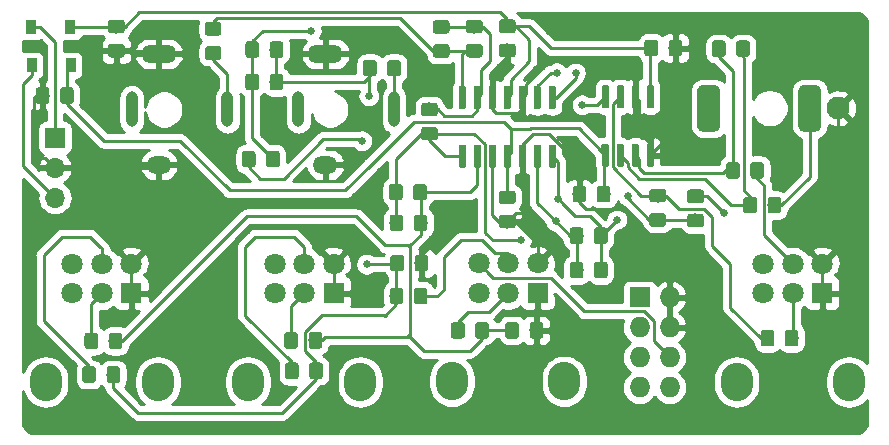
<source format=gbr>
G04 #@! TF.GenerationSoftware,KiCad,Pcbnew,5.1.4+dfsg1-1*
G04 #@! TF.CreationDate,2020-04-10T18:02:15-04:00*
G04 #@! TF.ProjectId,LilMix,4c696c4d-6978-42e6-9b69-6361645f7063,rev?*
G04 #@! TF.SameCoordinates,Original*
G04 #@! TF.FileFunction,Copper,L2,Bot*
G04 #@! TF.FilePolarity,Positive*
%FSLAX46Y46*%
G04 Gerber Fmt 4.6, Leading zero omitted, Abs format (unit mm)*
G04 Created by KiCad (PCBNEW 5.1.4+dfsg1-1) date 2020-04-10 18:02:15*
%MOMM*%
%LPD*%
G04 APERTURE LIST*
%ADD10O,2.100000X1.500000*%
%ADD11O,3.000000X1.500000*%
%ADD12O,1.000000X3.000000*%
%ADD13C,1.800000*%
%ADD14O,2.720000X3.240000*%
%ADD15R,1.800000X1.800000*%
%ADD16C,0.100000*%
%ADD17C,1.150000*%
%ADD18C,1.930400*%
%ADD19O,1.700000X1.700000*%
%ADD20R,1.700000X1.700000*%
%ADD21R,1.727200X1.727200*%
%ADD22O,1.727200X1.727200*%
%ADD23C,0.600000*%
%ADD24R,0.900000X1.200000*%
%ADD25C,0.650000*%
%ADD26C,0.250000*%
%ADD27C,0.254000*%
G04 APERTURE END LIST*
D10*
X111400000Y-88600000D03*
D11*
X111400000Y-79200000D03*
D12*
X117200000Y-83900000D03*
X109100000Y-83900000D03*
D10*
X97300000Y-88600000D03*
D11*
X97300000Y-79200000D03*
D12*
X103100000Y-83900000D03*
X95000000Y-83900000D03*
D13*
X129362200Y-96915600D03*
X126862200Y-96915600D03*
X124362200Y-96915600D03*
D14*
X131612200Y-106915600D03*
X122112200Y-106915600D03*
D13*
X124362200Y-99415600D03*
X126862200Y-99415600D03*
D15*
X129362200Y-99415600D03*
D16*
G36*
X119861505Y-96214804D02*
G01*
X119885773Y-96218404D01*
X119909572Y-96224365D01*
X119932671Y-96232630D01*
X119954850Y-96243120D01*
X119975893Y-96255732D01*
X119995599Y-96270347D01*
X120013777Y-96286823D01*
X120030253Y-96305001D01*
X120044868Y-96324707D01*
X120057480Y-96345750D01*
X120067970Y-96367929D01*
X120076235Y-96391028D01*
X120082196Y-96414827D01*
X120085796Y-96439095D01*
X120087000Y-96463599D01*
X120087000Y-97363601D01*
X120085796Y-97388105D01*
X120082196Y-97412373D01*
X120076235Y-97436172D01*
X120067970Y-97459271D01*
X120057480Y-97481450D01*
X120044868Y-97502493D01*
X120030253Y-97522199D01*
X120013777Y-97540377D01*
X119995599Y-97556853D01*
X119975893Y-97571468D01*
X119954850Y-97584080D01*
X119932671Y-97594570D01*
X119909572Y-97602835D01*
X119885773Y-97608796D01*
X119861505Y-97612396D01*
X119837001Y-97613600D01*
X119186999Y-97613600D01*
X119162495Y-97612396D01*
X119138227Y-97608796D01*
X119114428Y-97602835D01*
X119091329Y-97594570D01*
X119069150Y-97584080D01*
X119048107Y-97571468D01*
X119028401Y-97556853D01*
X119010223Y-97540377D01*
X118993747Y-97522199D01*
X118979132Y-97502493D01*
X118966520Y-97481450D01*
X118956030Y-97459271D01*
X118947765Y-97436172D01*
X118941804Y-97412373D01*
X118938204Y-97388105D01*
X118937000Y-97363601D01*
X118937000Y-96463599D01*
X118938204Y-96439095D01*
X118941804Y-96414827D01*
X118947765Y-96391028D01*
X118956030Y-96367929D01*
X118966520Y-96345750D01*
X118979132Y-96324707D01*
X118993747Y-96305001D01*
X119010223Y-96286823D01*
X119028401Y-96270347D01*
X119048107Y-96255732D01*
X119069150Y-96243120D01*
X119091329Y-96232630D01*
X119114428Y-96224365D01*
X119138227Y-96218404D01*
X119162495Y-96214804D01*
X119186999Y-96213600D01*
X119837001Y-96213600D01*
X119861505Y-96214804D01*
X119861505Y-96214804D01*
G37*
D17*
X119512000Y-96913600D03*
D16*
G36*
X117811505Y-96214804D02*
G01*
X117835773Y-96218404D01*
X117859572Y-96224365D01*
X117882671Y-96232630D01*
X117904850Y-96243120D01*
X117925893Y-96255732D01*
X117945599Y-96270347D01*
X117963777Y-96286823D01*
X117980253Y-96305001D01*
X117994868Y-96324707D01*
X118007480Y-96345750D01*
X118017970Y-96367929D01*
X118026235Y-96391028D01*
X118032196Y-96414827D01*
X118035796Y-96439095D01*
X118037000Y-96463599D01*
X118037000Y-97363601D01*
X118035796Y-97388105D01*
X118032196Y-97412373D01*
X118026235Y-97436172D01*
X118017970Y-97459271D01*
X118007480Y-97481450D01*
X117994868Y-97502493D01*
X117980253Y-97522199D01*
X117963777Y-97540377D01*
X117945599Y-97556853D01*
X117925893Y-97571468D01*
X117904850Y-97584080D01*
X117882671Y-97594570D01*
X117859572Y-97602835D01*
X117835773Y-97608796D01*
X117811505Y-97612396D01*
X117787001Y-97613600D01*
X117136999Y-97613600D01*
X117112495Y-97612396D01*
X117088227Y-97608796D01*
X117064428Y-97602835D01*
X117041329Y-97594570D01*
X117019150Y-97584080D01*
X116998107Y-97571468D01*
X116978401Y-97556853D01*
X116960223Y-97540377D01*
X116943747Y-97522199D01*
X116929132Y-97502493D01*
X116916520Y-97481450D01*
X116906030Y-97459271D01*
X116897765Y-97436172D01*
X116891804Y-97412373D01*
X116888204Y-97388105D01*
X116887000Y-97363601D01*
X116887000Y-96463599D01*
X116888204Y-96439095D01*
X116891804Y-96414827D01*
X116897765Y-96391028D01*
X116906030Y-96367929D01*
X116916520Y-96345750D01*
X116929132Y-96324707D01*
X116943747Y-96305001D01*
X116960223Y-96286823D01*
X116978401Y-96270347D01*
X116998107Y-96255732D01*
X117019150Y-96243120D01*
X117041329Y-96232630D01*
X117064428Y-96224365D01*
X117088227Y-96218404D01*
X117112495Y-96214804D01*
X117136999Y-96213600D01*
X117787001Y-96213600D01*
X117811505Y-96214804D01*
X117811505Y-96214804D01*
G37*
D17*
X117462000Y-96913600D03*
D16*
G36*
X129599505Y-101901204D02*
G01*
X129623773Y-101904804D01*
X129647572Y-101910765D01*
X129670671Y-101919030D01*
X129692850Y-101929520D01*
X129713893Y-101942132D01*
X129733599Y-101956747D01*
X129751777Y-101973223D01*
X129768253Y-101991401D01*
X129782868Y-102011107D01*
X129795480Y-102032150D01*
X129805970Y-102054329D01*
X129814235Y-102077428D01*
X129820196Y-102101227D01*
X129823796Y-102125495D01*
X129825000Y-102149999D01*
X129825000Y-103050001D01*
X129823796Y-103074505D01*
X129820196Y-103098773D01*
X129814235Y-103122572D01*
X129805970Y-103145671D01*
X129795480Y-103167850D01*
X129782868Y-103188893D01*
X129768253Y-103208599D01*
X129751777Y-103226777D01*
X129733599Y-103243253D01*
X129713893Y-103257868D01*
X129692850Y-103270480D01*
X129670671Y-103280970D01*
X129647572Y-103289235D01*
X129623773Y-103295196D01*
X129599505Y-103298796D01*
X129575001Y-103300000D01*
X128924999Y-103300000D01*
X128900495Y-103298796D01*
X128876227Y-103295196D01*
X128852428Y-103289235D01*
X128829329Y-103280970D01*
X128807150Y-103270480D01*
X128786107Y-103257868D01*
X128766401Y-103243253D01*
X128748223Y-103226777D01*
X128731747Y-103208599D01*
X128717132Y-103188893D01*
X128704520Y-103167850D01*
X128694030Y-103145671D01*
X128685765Y-103122572D01*
X128679804Y-103098773D01*
X128676204Y-103074505D01*
X128675000Y-103050001D01*
X128675000Y-102149999D01*
X128676204Y-102125495D01*
X128679804Y-102101227D01*
X128685765Y-102077428D01*
X128694030Y-102054329D01*
X128704520Y-102032150D01*
X128717132Y-102011107D01*
X128731747Y-101991401D01*
X128748223Y-101973223D01*
X128766401Y-101956747D01*
X128786107Y-101942132D01*
X128807150Y-101929520D01*
X128829329Y-101919030D01*
X128852428Y-101910765D01*
X128876227Y-101904804D01*
X128900495Y-101901204D01*
X128924999Y-101900000D01*
X129575001Y-101900000D01*
X129599505Y-101901204D01*
X129599505Y-101901204D01*
G37*
D17*
X129250000Y-102600000D03*
D16*
G36*
X127549505Y-101901204D02*
G01*
X127573773Y-101904804D01*
X127597572Y-101910765D01*
X127620671Y-101919030D01*
X127642850Y-101929520D01*
X127663893Y-101942132D01*
X127683599Y-101956747D01*
X127701777Y-101973223D01*
X127718253Y-101991401D01*
X127732868Y-102011107D01*
X127745480Y-102032150D01*
X127755970Y-102054329D01*
X127764235Y-102077428D01*
X127770196Y-102101227D01*
X127773796Y-102125495D01*
X127775000Y-102149999D01*
X127775000Y-103050001D01*
X127773796Y-103074505D01*
X127770196Y-103098773D01*
X127764235Y-103122572D01*
X127755970Y-103145671D01*
X127745480Y-103167850D01*
X127732868Y-103188893D01*
X127718253Y-103208599D01*
X127701777Y-103226777D01*
X127683599Y-103243253D01*
X127663893Y-103257868D01*
X127642850Y-103270480D01*
X127620671Y-103280970D01*
X127597572Y-103289235D01*
X127573773Y-103295196D01*
X127549505Y-103298796D01*
X127525001Y-103300000D01*
X126874999Y-103300000D01*
X126850495Y-103298796D01*
X126826227Y-103295196D01*
X126802428Y-103289235D01*
X126779329Y-103280970D01*
X126757150Y-103270480D01*
X126736107Y-103257868D01*
X126716401Y-103243253D01*
X126698223Y-103226777D01*
X126681747Y-103208599D01*
X126667132Y-103188893D01*
X126654520Y-103167850D01*
X126644030Y-103145671D01*
X126635765Y-103122572D01*
X126629804Y-103098773D01*
X126626204Y-103074505D01*
X126625000Y-103050001D01*
X126625000Y-102149999D01*
X126626204Y-102125495D01*
X126629804Y-102101227D01*
X126635765Y-102077428D01*
X126644030Y-102054329D01*
X126654520Y-102032150D01*
X126667132Y-102011107D01*
X126681747Y-101991401D01*
X126698223Y-101973223D01*
X126716401Y-101956747D01*
X126736107Y-101942132D01*
X126757150Y-101929520D01*
X126779329Y-101919030D01*
X126802428Y-101910765D01*
X126826227Y-101904804D01*
X126850495Y-101901204D01*
X126874999Y-101900000D01*
X127525001Y-101900000D01*
X127549505Y-101901204D01*
X127549505Y-101901204D01*
G37*
D17*
X127200000Y-102600000D03*
D16*
G36*
X122949505Y-101901204D02*
G01*
X122973773Y-101904804D01*
X122997572Y-101910765D01*
X123020671Y-101919030D01*
X123042850Y-101929520D01*
X123063893Y-101942132D01*
X123083599Y-101956747D01*
X123101777Y-101973223D01*
X123118253Y-101991401D01*
X123132868Y-102011107D01*
X123145480Y-102032150D01*
X123155970Y-102054329D01*
X123164235Y-102077428D01*
X123170196Y-102101227D01*
X123173796Y-102125495D01*
X123175000Y-102149999D01*
X123175000Y-103050001D01*
X123173796Y-103074505D01*
X123170196Y-103098773D01*
X123164235Y-103122572D01*
X123155970Y-103145671D01*
X123145480Y-103167850D01*
X123132868Y-103188893D01*
X123118253Y-103208599D01*
X123101777Y-103226777D01*
X123083599Y-103243253D01*
X123063893Y-103257868D01*
X123042850Y-103270480D01*
X123020671Y-103280970D01*
X122997572Y-103289235D01*
X122973773Y-103295196D01*
X122949505Y-103298796D01*
X122925001Y-103300000D01*
X122274999Y-103300000D01*
X122250495Y-103298796D01*
X122226227Y-103295196D01*
X122202428Y-103289235D01*
X122179329Y-103280970D01*
X122157150Y-103270480D01*
X122136107Y-103257868D01*
X122116401Y-103243253D01*
X122098223Y-103226777D01*
X122081747Y-103208599D01*
X122067132Y-103188893D01*
X122054520Y-103167850D01*
X122044030Y-103145671D01*
X122035765Y-103122572D01*
X122029804Y-103098773D01*
X122026204Y-103074505D01*
X122025000Y-103050001D01*
X122025000Y-102149999D01*
X122026204Y-102125495D01*
X122029804Y-102101227D01*
X122035765Y-102077428D01*
X122044030Y-102054329D01*
X122054520Y-102032150D01*
X122067132Y-102011107D01*
X122081747Y-101991401D01*
X122098223Y-101973223D01*
X122116401Y-101956747D01*
X122136107Y-101942132D01*
X122157150Y-101929520D01*
X122179329Y-101919030D01*
X122202428Y-101910765D01*
X122226227Y-101904804D01*
X122250495Y-101901204D01*
X122274999Y-101900000D01*
X122925001Y-101900000D01*
X122949505Y-101901204D01*
X122949505Y-101901204D01*
G37*
D17*
X122600000Y-102600000D03*
D16*
G36*
X124999505Y-101901204D02*
G01*
X125023773Y-101904804D01*
X125047572Y-101910765D01*
X125070671Y-101919030D01*
X125092850Y-101929520D01*
X125113893Y-101942132D01*
X125133599Y-101956747D01*
X125151777Y-101973223D01*
X125168253Y-101991401D01*
X125182868Y-102011107D01*
X125195480Y-102032150D01*
X125205970Y-102054329D01*
X125214235Y-102077428D01*
X125220196Y-102101227D01*
X125223796Y-102125495D01*
X125225000Y-102149999D01*
X125225000Y-103050001D01*
X125223796Y-103074505D01*
X125220196Y-103098773D01*
X125214235Y-103122572D01*
X125205970Y-103145671D01*
X125195480Y-103167850D01*
X125182868Y-103188893D01*
X125168253Y-103208599D01*
X125151777Y-103226777D01*
X125133599Y-103243253D01*
X125113893Y-103257868D01*
X125092850Y-103270480D01*
X125070671Y-103280970D01*
X125047572Y-103289235D01*
X125023773Y-103295196D01*
X124999505Y-103298796D01*
X124975001Y-103300000D01*
X124324999Y-103300000D01*
X124300495Y-103298796D01*
X124276227Y-103295196D01*
X124252428Y-103289235D01*
X124229329Y-103280970D01*
X124207150Y-103270480D01*
X124186107Y-103257868D01*
X124166401Y-103243253D01*
X124148223Y-103226777D01*
X124131747Y-103208599D01*
X124117132Y-103188893D01*
X124104520Y-103167850D01*
X124094030Y-103145671D01*
X124085765Y-103122572D01*
X124079804Y-103098773D01*
X124076204Y-103074505D01*
X124075000Y-103050001D01*
X124075000Y-102149999D01*
X124076204Y-102125495D01*
X124079804Y-102101227D01*
X124085765Y-102077428D01*
X124094030Y-102054329D01*
X124104520Y-102032150D01*
X124117132Y-102011107D01*
X124131747Y-101991401D01*
X124148223Y-101973223D01*
X124166401Y-101956747D01*
X124186107Y-101942132D01*
X124207150Y-101929520D01*
X124229329Y-101919030D01*
X124252428Y-101910765D01*
X124276227Y-101904804D01*
X124300495Y-101901204D01*
X124324999Y-101900000D01*
X124975001Y-101900000D01*
X124999505Y-101901204D01*
X124999505Y-101901204D01*
G37*
D17*
X124650000Y-102600000D03*
D13*
X112090200Y-96966400D03*
X109590200Y-96966400D03*
X107090200Y-96966400D03*
D14*
X114340200Y-106966400D03*
X104840200Y-106966400D03*
D13*
X107090200Y-99466400D03*
X109590200Y-99466400D03*
D15*
X112090200Y-99466400D03*
D16*
G36*
X144370103Y-81837124D02*
G01*
X144416951Y-81844073D01*
X144462891Y-81855581D01*
X144507483Y-81871536D01*
X144550296Y-81891785D01*
X144590918Y-81916133D01*
X144628958Y-81944345D01*
X144664050Y-81976150D01*
X144695855Y-82011242D01*
X144724067Y-82049282D01*
X144748415Y-82089904D01*
X144768664Y-82132717D01*
X144784619Y-82177309D01*
X144796127Y-82223249D01*
X144803076Y-82270097D01*
X144805400Y-82317400D01*
X144805400Y-85282600D01*
X144803076Y-85329903D01*
X144796127Y-85376751D01*
X144784619Y-85422691D01*
X144768664Y-85467283D01*
X144748415Y-85510096D01*
X144724067Y-85550718D01*
X144695855Y-85588758D01*
X144664050Y-85623850D01*
X144628958Y-85655655D01*
X144590918Y-85683867D01*
X144550296Y-85708215D01*
X144507483Y-85728464D01*
X144462891Y-85744419D01*
X144416951Y-85755927D01*
X144370103Y-85762876D01*
X144322800Y-85765200D01*
X143357600Y-85765200D01*
X143310297Y-85762876D01*
X143263449Y-85755927D01*
X143217509Y-85744419D01*
X143172917Y-85728464D01*
X143130104Y-85708215D01*
X143089482Y-85683867D01*
X143051442Y-85655655D01*
X143016350Y-85623850D01*
X142984545Y-85588758D01*
X142956333Y-85550718D01*
X142931985Y-85510096D01*
X142911736Y-85467283D01*
X142895781Y-85422691D01*
X142884273Y-85376751D01*
X142877324Y-85329903D01*
X142875000Y-85282600D01*
X142875000Y-82317400D01*
X142877324Y-82270097D01*
X142884273Y-82223249D01*
X142895781Y-82177309D01*
X142911736Y-82132717D01*
X142931985Y-82089904D01*
X142956333Y-82049282D01*
X142984545Y-82011242D01*
X143016350Y-81976150D01*
X143051442Y-81944345D01*
X143089482Y-81916133D01*
X143130104Y-81891785D01*
X143172917Y-81871536D01*
X143217509Y-81855581D01*
X143263449Y-81844073D01*
X143310297Y-81837124D01*
X143357600Y-81834800D01*
X144322800Y-81834800D01*
X144370103Y-81837124D01*
X144370103Y-81837124D01*
G37*
D18*
X143840200Y-83800000D03*
X154813000Y-83800000D03*
D16*
G36*
X152929903Y-81837124D02*
G01*
X152976751Y-81844073D01*
X153022691Y-81855581D01*
X153067283Y-81871536D01*
X153110096Y-81891785D01*
X153150718Y-81916133D01*
X153188758Y-81944345D01*
X153223850Y-81976150D01*
X153255655Y-82011242D01*
X153283867Y-82049282D01*
X153308215Y-82089904D01*
X153328464Y-82132717D01*
X153344419Y-82177309D01*
X153355927Y-82223249D01*
X153362876Y-82270097D01*
X153365200Y-82317400D01*
X153365200Y-85282600D01*
X153362876Y-85329903D01*
X153355927Y-85376751D01*
X153344419Y-85422691D01*
X153328464Y-85467283D01*
X153308215Y-85510096D01*
X153283867Y-85550718D01*
X153255655Y-85588758D01*
X153223850Y-85623850D01*
X153188758Y-85655655D01*
X153150718Y-85683867D01*
X153110096Y-85708215D01*
X153067283Y-85728464D01*
X153022691Y-85744419D01*
X152976751Y-85755927D01*
X152929903Y-85762876D01*
X152882600Y-85765200D01*
X151917400Y-85765200D01*
X151870097Y-85762876D01*
X151823249Y-85755927D01*
X151777309Y-85744419D01*
X151732717Y-85728464D01*
X151689904Y-85708215D01*
X151649282Y-85683867D01*
X151611242Y-85655655D01*
X151576150Y-85623850D01*
X151544345Y-85588758D01*
X151516133Y-85550718D01*
X151491785Y-85510096D01*
X151471536Y-85467283D01*
X151455581Y-85422691D01*
X151444073Y-85376751D01*
X151437124Y-85329903D01*
X151434800Y-85282600D01*
X151434800Y-82317400D01*
X151437124Y-82270097D01*
X151444073Y-82223249D01*
X151455581Y-82177309D01*
X151471536Y-82132717D01*
X151491785Y-82089904D01*
X151516133Y-82049282D01*
X151544345Y-82011242D01*
X151576150Y-81976150D01*
X151611242Y-81944345D01*
X151649282Y-81916133D01*
X151689904Y-81891785D01*
X151732717Y-81871536D01*
X151777309Y-81855581D01*
X151823249Y-81844073D01*
X151870097Y-81837124D01*
X151917400Y-81834800D01*
X152882600Y-81834800D01*
X152929903Y-81837124D01*
X152929903Y-81837124D01*
G37*
D18*
X152400000Y-83800000D03*
D19*
X88500000Y-91380000D03*
X88500000Y-88840000D03*
D20*
X88500000Y-86300000D03*
D21*
X138000000Y-99800000D03*
D22*
X140540000Y-99800000D03*
X138000000Y-102340000D03*
X140540000Y-102340000D03*
X138000000Y-104880000D03*
X140540000Y-104880000D03*
X138000000Y-107420000D03*
X140540000Y-107420000D03*
D16*
G36*
X135259703Y-86800722D02*
G01*
X135274264Y-86802882D01*
X135288543Y-86806459D01*
X135302403Y-86811418D01*
X135315710Y-86817712D01*
X135328336Y-86825280D01*
X135340159Y-86834048D01*
X135351066Y-86843934D01*
X135360952Y-86854841D01*
X135369720Y-86866664D01*
X135377288Y-86879290D01*
X135383582Y-86892597D01*
X135388541Y-86906457D01*
X135392118Y-86920736D01*
X135394278Y-86935297D01*
X135395000Y-86950000D01*
X135395000Y-88600000D01*
X135394278Y-88614703D01*
X135392118Y-88629264D01*
X135388541Y-88643543D01*
X135383582Y-88657403D01*
X135377288Y-88670710D01*
X135369720Y-88683336D01*
X135360952Y-88695159D01*
X135351066Y-88706066D01*
X135340159Y-88715952D01*
X135328336Y-88724720D01*
X135315710Y-88732288D01*
X135302403Y-88738582D01*
X135288543Y-88743541D01*
X135274264Y-88747118D01*
X135259703Y-88749278D01*
X135245000Y-88750000D01*
X134945000Y-88750000D01*
X134930297Y-88749278D01*
X134915736Y-88747118D01*
X134901457Y-88743541D01*
X134887597Y-88738582D01*
X134874290Y-88732288D01*
X134861664Y-88724720D01*
X134849841Y-88715952D01*
X134838934Y-88706066D01*
X134829048Y-88695159D01*
X134820280Y-88683336D01*
X134812712Y-88670710D01*
X134806418Y-88657403D01*
X134801459Y-88643543D01*
X134797882Y-88629264D01*
X134795722Y-88614703D01*
X134795000Y-88600000D01*
X134795000Y-86950000D01*
X134795722Y-86935297D01*
X134797882Y-86920736D01*
X134801459Y-86906457D01*
X134806418Y-86892597D01*
X134812712Y-86879290D01*
X134820280Y-86866664D01*
X134829048Y-86854841D01*
X134838934Y-86843934D01*
X134849841Y-86834048D01*
X134861664Y-86825280D01*
X134874290Y-86817712D01*
X134887597Y-86811418D01*
X134901457Y-86806459D01*
X134915736Y-86802882D01*
X134930297Y-86800722D01*
X134945000Y-86800000D01*
X135245000Y-86800000D01*
X135259703Y-86800722D01*
X135259703Y-86800722D01*
G37*
D23*
X135095000Y-87775000D03*
D16*
G36*
X136529703Y-86800722D02*
G01*
X136544264Y-86802882D01*
X136558543Y-86806459D01*
X136572403Y-86811418D01*
X136585710Y-86817712D01*
X136598336Y-86825280D01*
X136610159Y-86834048D01*
X136621066Y-86843934D01*
X136630952Y-86854841D01*
X136639720Y-86866664D01*
X136647288Y-86879290D01*
X136653582Y-86892597D01*
X136658541Y-86906457D01*
X136662118Y-86920736D01*
X136664278Y-86935297D01*
X136665000Y-86950000D01*
X136665000Y-88600000D01*
X136664278Y-88614703D01*
X136662118Y-88629264D01*
X136658541Y-88643543D01*
X136653582Y-88657403D01*
X136647288Y-88670710D01*
X136639720Y-88683336D01*
X136630952Y-88695159D01*
X136621066Y-88706066D01*
X136610159Y-88715952D01*
X136598336Y-88724720D01*
X136585710Y-88732288D01*
X136572403Y-88738582D01*
X136558543Y-88743541D01*
X136544264Y-88747118D01*
X136529703Y-88749278D01*
X136515000Y-88750000D01*
X136215000Y-88750000D01*
X136200297Y-88749278D01*
X136185736Y-88747118D01*
X136171457Y-88743541D01*
X136157597Y-88738582D01*
X136144290Y-88732288D01*
X136131664Y-88724720D01*
X136119841Y-88715952D01*
X136108934Y-88706066D01*
X136099048Y-88695159D01*
X136090280Y-88683336D01*
X136082712Y-88670710D01*
X136076418Y-88657403D01*
X136071459Y-88643543D01*
X136067882Y-88629264D01*
X136065722Y-88614703D01*
X136065000Y-88600000D01*
X136065000Y-86950000D01*
X136065722Y-86935297D01*
X136067882Y-86920736D01*
X136071459Y-86906457D01*
X136076418Y-86892597D01*
X136082712Y-86879290D01*
X136090280Y-86866664D01*
X136099048Y-86854841D01*
X136108934Y-86843934D01*
X136119841Y-86834048D01*
X136131664Y-86825280D01*
X136144290Y-86817712D01*
X136157597Y-86811418D01*
X136171457Y-86806459D01*
X136185736Y-86802882D01*
X136200297Y-86800722D01*
X136215000Y-86800000D01*
X136515000Y-86800000D01*
X136529703Y-86800722D01*
X136529703Y-86800722D01*
G37*
D23*
X136365000Y-87775000D03*
D16*
G36*
X137799703Y-86800722D02*
G01*
X137814264Y-86802882D01*
X137828543Y-86806459D01*
X137842403Y-86811418D01*
X137855710Y-86817712D01*
X137868336Y-86825280D01*
X137880159Y-86834048D01*
X137891066Y-86843934D01*
X137900952Y-86854841D01*
X137909720Y-86866664D01*
X137917288Y-86879290D01*
X137923582Y-86892597D01*
X137928541Y-86906457D01*
X137932118Y-86920736D01*
X137934278Y-86935297D01*
X137935000Y-86950000D01*
X137935000Y-88600000D01*
X137934278Y-88614703D01*
X137932118Y-88629264D01*
X137928541Y-88643543D01*
X137923582Y-88657403D01*
X137917288Y-88670710D01*
X137909720Y-88683336D01*
X137900952Y-88695159D01*
X137891066Y-88706066D01*
X137880159Y-88715952D01*
X137868336Y-88724720D01*
X137855710Y-88732288D01*
X137842403Y-88738582D01*
X137828543Y-88743541D01*
X137814264Y-88747118D01*
X137799703Y-88749278D01*
X137785000Y-88750000D01*
X137485000Y-88750000D01*
X137470297Y-88749278D01*
X137455736Y-88747118D01*
X137441457Y-88743541D01*
X137427597Y-88738582D01*
X137414290Y-88732288D01*
X137401664Y-88724720D01*
X137389841Y-88715952D01*
X137378934Y-88706066D01*
X137369048Y-88695159D01*
X137360280Y-88683336D01*
X137352712Y-88670710D01*
X137346418Y-88657403D01*
X137341459Y-88643543D01*
X137337882Y-88629264D01*
X137335722Y-88614703D01*
X137335000Y-88600000D01*
X137335000Y-86950000D01*
X137335722Y-86935297D01*
X137337882Y-86920736D01*
X137341459Y-86906457D01*
X137346418Y-86892597D01*
X137352712Y-86879290D01*
X137360280Y-86866664D01*
X137369048Y-86854841D01*
X137378934Y-86843934D01*
X137389841Y-86834048D01*
X137401664Y-86825280D01*
X137414290Y-86817712D01*
X137427597Y-86811418D01*
X137441457Y-86806459D01*
X137455736Y-86802882D01*
X137470297Y-86800722D01*
X137485000Y-86800000D01*
X137785000Y-86800000D01*
X137799703Y-86800722D01*
X137799703Y-86800722D01*
G37*
D23*
X137635000Y-87775000D03*
D16*
G36*
X139069703Y-86800722D02*
G01*
X139084264Y-86802882D01*
X139098543Y-86806459D01*
X139112403Y-86811418D01*
X139125710Y-86817712D01*
X139138336Y-86825280D01*
X139150159Y-86834048D01*
X139161066Y-86843934D01*
X139170952Y-86854841D01*
X139179720Y-86866664D01*
X139187288Y-86879290D01*
X139193582Y-86892597D01*
X139198541Y-86906457D01*
X139202118Y-86920736D01*
X139204278Y-86935297D01*
X139205000Y-86950000D01*
X139205000Y-88600000D01*
X139204278Y-88614703D01*
X139202118Y-88629264D01*
X139198541Y-88643543D01*
X139193582Y-88657403D01*
X139187288Y-88670710D01*
X139179720Y-88683336D01*
X139170952Y-88695159D01*
X139161066Y-88706066D01*
X139150159Y-88715952D01*
X139138336Y-88724720D01*
X139125710Y-88732288D01*
X139112403Y-88738582D01*
X139098543Y-88743541D01*
X139084264Y-88747118D01*
X139069703Y-88749278D01*
X139055000Y-88750000D01*
X138755000Y-88750000D01*
X138740297Y-88749278D01*
X138725736Y-88747118D01*
X138711457Y-88743541D01*
X138697597Y-88738582D01*
X138684290Y-88732288D01*
X138671664Y-88724720D01*
X138659841Y-88715952D01*
X138648934Y-88706066D01*
X138639048Y-88695159D01*
X138630280Y-88683336D01*
X138622712Y-88670710D01*
X138616418Y-88657403D01*
X138611459Y-88643543D01*
X138607882Y-88629264D01*
X138605722Y-88614703D01*
X138605000Y-88600000D01*
X138605000Y-86950000D01*
X138605722Y-86935297D01*
X138607882Y-86920736D01*
X138611459Y-86906457D01*
X138616418Y-86892597D01*
X138622712Y-86879290D01*
X138630280Y-86866664D01*
X138639048Y-86854841D01*
X138648934Y-86843934D01*
X138659841Y-86834048D01*
X138671664Y-86825280D01*
X138684290Y-86817712D01*
X138697597Y-86811418D01*
X138711457Y-86806459D01*
X138725736Y-86802882D01*
X138740297Y-86800722D01*
X138755000Y-86800000D01*
X139055000Y-86800000D01*
X139069703Y-86800722D01*
X139069703Y-86800722D01*
G37*
D23*
X138905000Y-87775000D03*
D16*
G36*
X139069703Y-81850722D02*
G01*
X139084264Y-81852882D01*
X139098543Y-81856459D01*
X139112403Y-81861418D01*
X139125710Y-81867712D01*
X139138336Y-81875280D01*
X139150159Y-81884048D01*
X139161066Y-81893934D01*
X139170952Y-81904841D01*
X139179720Y-81916664D01*
X139187288Y-81929290D01*
X139193582Y-81942597D01*
X139198541Y-81956457D01*
X139202118Y-81970736D01*
X139204278Y-81985297D01*
X139205000Y-82000000D01*
X139205000Y-83650000D01*
X139204278Y-83664703D01*
X139202118Y-83679264D01*
X139198541Y-83693543D01*
X139193582Y-83707403D01*
X139187288Y-83720710D01*
X139179720Y-83733336D01*
X139170952Y-83745159D01*
X139161066Y-83756066D01*
X139150159Y-83765952D01*
X139138336Y-83774720D01*
X139125710Y-83782288D01*
X139112403Y-83788582D01*
X139098543Y-83793541D01*
X139084264Y-83797118D01*
X139069703Y-83799278D01*
X139055000Y-83800000D01*
X138755000Y-83800000D01*
X138740297Y-83799278D01*
X138725736Y-83797118D01*
X138711457Y-83793541D01*
X138697597Y-83788582D01*
X138684290Y-83782288D01*
X138671664Y-83774720D01*
X138659841Y-83765952D01*
X138648934Y-83756066D01*
X138639048Y-83745159D01*
X138630280Y-83733336D01*
X138622712Y-83720710D01*
X138616418Y-83707403D01*
X138611459Y-83693543D01*
X138607882Y-83679264D01*
X138605722Y-83664703D01*
X138605000Y-83650000D01*
X138605000Y-82000000D01*
X138605722Y-81985297D01*
X138607882Y-81970736D01*
X138611459Y-81956457D01*
X138616418Y-81942597D01*
X138622712Y-81929290D01*
X138630280Y-81916664D01*
X138639048Y-81904841D01*
X138648934Y-81893934D01*
X138659841Y-81884048D01*
X138671664Y-81875280D01*
X138684290Y-81867712D01*
X138697597Y-81861418D01*
X138711457Y-81856459D01*
X138725736Y-81852882D01*
X138740297Y-81850722D01*
X138755000Y-81850000D01*
X139055000Y-81850000D01*
X139069703Y-81850722D01*
X139069703Y-81850722D01*
G37*
D23*
X138905000Y-82825000D03*
D16*
G36*
X137799703Y-81850722D02*
G01*
X137814264Y-81852882D01*
X137828543Y-81856459D01*
X137842403Y-81861418D01*
X137855710Y-81867712D01*
X137868336Y-81875280D01*
X137880159Y-81884048D01*
X137891066Y-81893934D01*
X137900952Y-81904841D01*
X137909720Y-81916664D01*
X137917288Y-81929290D01*
X137923582Y-81942597D01*
X137928541Y-81956457D01*
X137932118Y-81970736D01*
X137934278Y-81985297D01*
X137935000Y-82000000D01*
X137935000Y-83650000D01*
X137934278Y-83664703D01*
X137932118Y-83679264D01*
X137928541Y-83693543D01*
X137923582Y-83707403D01*
X137917288Y-83720710D01*
X137909720Y-83733336D01*
X137900952Y-83745159D01*
X137891066Y-83756066D01*
X137880159Y-83765952D01*
X137868336Y-83774720D01*
X137855710Y-83782288D01*
X137842403Y-83788582D01*
X137828543Y-83793541D01*
X137814264Y-83797118D01*
X137799703Y-83799278D01*
X137785000Y-83800000D01*
X137485000Y-83800000D01*
X137470297Y-83799278D01*
X137455736Y-83797118D01*
X137441457Y-83793541D01*
X137427597Y-83788582D01*
X137414290Y-83782288D01*
X137401664Y-83774720D01*
X137389841Y-83765952D01*
X137378934Y-83756066D01*
X137369048Y-83745159D01*
X137360280Y-83733336D01*
X137352712Y-83720710D01*
X137346418Y-83707403D01*
X137341459Y-83693543D01*
X137337882Y-83679264D01*
X137335722Y-83664703D01*
X137335000Y-83650000D01*
X137335000Y-82000000D01*
X137335722Y-81985297D01*
X137337882Y-81970736D01*
X137341459Y-81956457D01*
X137346418Y-81942597D01*
X137352712Y-81929290D01*
X137360280Y-81916664D01*
X137369048Y-81904841D01*
X137378934Y-81893934D01*
X137389841Y-81884048D01*
X137401664Y-81875280D01*
X137414290Y-81867712D01*
X137427597Y-81861418D01*
X137441457Y-81856459D01*
X137455736Y-81852882D01*
X137470297Y-81850722D01*
X137485000Y-81850000D01*
X137785000Y-81850000D01*
X137799703Y-81850722D01*
X137799703Y-81850722D01*
G37*
D23*
X137635000Y-82825000D03*
D16*
G36*
X136529703Y-81850722D02*
G01*
X136544264Y-81852882D01*
X136558543Y-81856459D01*
X136572403Y-81861418D01*
X136585710Y-81867712D01*
X136598336Y-81875280D01*
X136610159Y-81884048D01*
X136621066Y-81893934D01*
X136630952Y-81904841D01*
X136639720Y-81916664D01*
X136647288Y-81929290D01*
X136653582Y-81942597D01*
X136658541Y-81956457D01*
X136662118Y-81970736D01*
X136664278Y-81985297D01*
X136665000Y-82000000D01*
X136665000Y-83650000D01*
X136664278Y-83664703D01*
X136662118Y-83679264D01*
X136658541Y-83693543D01*
X136653582Y-83707403D01*
X136647288Y-83720710D01*
X136639720Y-83733336D01*
X136630952Y-83745159D01*
X136621066Y-83756066D01*
X136610159Y-83765952D01*
X136598336Y-83774720D01*
X136585710Y-83782288D01*
X136572403Y-83788582D01*
X136558543Y-83793541D01*
X136544264Y-83797118D01*
X136529703Y-83799278D01*
X136515000Y-83800000D01*
X136215000Y-83800000D01*
X136200297Y-83799278D01*
X136185736Y-83797118D01*
X136171457Y-83793541D01*
X136157597Y-83788582D01*
X136144290Y-83782288D01*
X136131664Y-83774720D01*
X136119841Y-83765952D01*
X136108934Y-83756066D01*
X136099048Y-83745159D01*
X136090280Y-83733336D01*
X136082712Y-83720710D01*
X136076418Y-83707403D01*
X136071459Y-83693543D01*
X136067882Y-83679264D01*
X136065722Y-83664703D01*
X136065000Y-83650000D01*
X136065000Y-82000000D01*
X136065722Y-81985297D01*
X136067882Y-81970736D01*
X136071459Y-81956457D01*
X136076418Y-81942597D01*
X136082712Y-81929290D01*
X136090280Y-81916664D01*
X136099048Y-81904841D01*
X136108934Y-81893934D01*
X136119841Y-81884048D01*
X136131664Y-81875280D01*
X136144290Y-81867712D01*
X136157597Y-81861418D01*
X136171457Y-81856459D01*
X136185736Y-81852882D01*
X136200297Y-81850722D01*
X136215000Y-81850000D01*
X136515000Y-81850000D01*
X136529703Y-81850722D01*
X136529703Y-81850722D01*
G37*
D23*
X136365000Y-82825000D03*
D16*
G36*
X135259703Y-81850722D02*
G01*
X135274264Y-81852882D01*
X135288543Y-81856459D01*
X135302403Y-81861418D01*
X135315710Y-81867712D01*
X135328336Y-81875280D01*
X135340159Y-81884048D01*
X135351066Y-81893934D01*
X135360952Y-81904841D01*
X135369720Y-81916664D01*
X135377288Y-81929290D01*
X135383582Y-81942597D01*
X135388541Y-81956457D01*
X135392118Y-81970736D01*
X135394278Y-81985297D01*
X135395000Y-82000000D01*
X135395000Y-83650000D01*
X135394278Y-83664703D01*
X135392118Y-83679264D01*
X135388541Y-83693543D01*
X135383582Y-83707403D01*
X135377288Y-83720710D01*
X135369720Y-83733336D01*
X135360952Y-83745159D01*
X135351066Y-83756066D01*
X135340159Y-83765952D01*
X135328336Y-83774720D01*
X135315710Y-83782288D01*
X135302403Y-83788582D01*
X135288543Y-83793541D01*
X135274264Y-83797118D01*
X135259703Y-83799278D01*
X135245000Y-83800000D01*
X134945000Y-83800000D01*
X134930297Y-83799278D01*
X134915736Y-83797118D01*
X134901457Y-83793541D01*
X134887597Y-83788582D01*
X134874290Y-83782288D01*
X134861664Y-83774720D01*
X134849841Y-83765952D01*
X134838934Y-83756066D01*
X134829048Y-83745159D01*
X134820280Y-83733336D01*
X134812712Y-83720710D01*
X134806418Y-83707403D01*
X134801459Y-83693543D01*
X134797882Y-83679264D01*
X134795722Y-83664703D01*
X134795000Y-83650000D01*
X134795000Y-82000000D01*
X134795722Y-81985297D01*
X134797882Y-81970736D01*
X134801459Y-81956457D01*
X134806418Y-81942597D01*
X134812712Y-81929290D01*
X134820280Y-81916664D01*
X134829048Y-81904841D01*
X134838934Y-81893934D01*
X134849841Y-81884048D01*
X134861664Y-81875280D01*
X134874290Y-81867712D01*
X134887597Y-81861418D01*
X134901457Y-81856459D01*
X134915736Y-81852882D01*
X134930297Y-81850722D01*
X134945000Y-81850000D01*
X135245000Y-81850000D01*
X135259703Y-81850722D01*
X135259703Y-81850722D01*
G37*
D23*
X135095000Y-82825000D03*
D16*
G36*
X130764703Y-81920722D02*
G01*
X130779264Y-81922882D01*
X130793543Y-81926459D01*
X130807403Y-81931418D01*
X130820710Y-81937712D01*
X130833336Y-81945280D01*
X130845159Y-81954048D01*
X130856066Y-81963934D01*
X130865952Y-81974841D01*
X130874720Y-81986664D01*
X130882288Y-81999290D01*
X130888582Y-82012597D01*
X130893541Y-82026457D01*
X130897118Y-82040736D01*
X130899278Y-82055297D01*
X130900000Y-82070000D01*
X130900000Y-83720000D01*
X130899278Y-83734703D01*
X130897118Y-83749264D01*
X130893541Y-83763543D01*
X130888582Y-83777403D01*
X130882288Y-83790710D01*
X130874720Y-83803336D01*
X130865952Y-83815159D01*
X130856066Y-83826066D01*
X130845159Y-83835952D01*
X130833336Y-83844720D01*
X130820710Y-83852288D01*
X130807403Y-83858582D01*
X130793543Y-83863541D01*
X130779264Y-83867118D01*
X130764703Y-83869278D01*
X130750000Y-83870000D01*
X130450000Y-83870000D01*
X130435297Y-83869278D01*
X130420736Y-83867118D01*
X130406457Y-83863541D01*
X130392597Y-83858582D01*
X130379290Y-83852288D01*
X130366664Y-83844720D01*
X130354841Y-83835952D01*
X130343934Y-83826066D01*
X130334048Y-83815159D01*
X130325280Y-83803336D01*
X130317712Y-83790710D01*
X130311418Y-83777403D01*
X130306459Y-83763543D01*
X130302882Y-83749264D01*
X130300722Y-83734703D01*
X130300000Y-83720000D01*
X130300000Y-82070000D01*
X130300722Y-82055297D01*
X130302882Y-82040736D01*
X130306459Y-82026457D01*
X130311418Y-82012597D01*
X130317712Y-81999290D01*
X130325280Y-81986664D01*
X130334048Y-81974841D01*
X130343934Y-81963934D01*
X130354841Y-81954048D01*
X130366664Y-81945280D01*
X130379290Y-81937712D01*
X130392597Y-81931418D01*
X130406457Y-81926459D01*
X130420736Y-81922882D01*
X130435297Y-81920722D01*
X130450000Y-81920000D01*
X130750000Y-81920000D01*
X130764703Y-81920722D01*
X130764703Y-81920722D01*
G37*
D23*
X130600000Y-82895000D03*
D16*
G36*
X129494703Y-81920722D02*
G01*
X129509264Y-81922882D01*
X129523543Y-81926459D01*
X129537403Y-81931418D01*
X129550710Y-81937712D01*
X129563336Y-81945280D01*
X129575159Y-81954048D01*
X129586066Y-81963934D01*
X129595952Y-81974841D01*
X129604720Y-81986664D01*
X129612288Y-81999290D01*
X129618582Y-82012597D01*
X129623541Y-82026457D01*
X129627118Y-82040736D01*
X129629278Y-82055297D01*
X129630000Y-82070000D01*
X129630000Y-83720000D01*
X129629278Y-83734703D01*
X129627118Y-83749264D01*
X129623541Y-83763543D01*
X129618582Y-83777403D01*
X129612288Y-83790710D01*
X129604720Y-83803336D01*
X129595952Y-83815159D01*
X129586066Y-83826066D01*
X129575159Y-83835952D01*
X129563336Y-83844720D01*
X129550710Y-83852288D01*
X129537403Y-83858582D01*
X129523543Y-83863541D01*
X129509264Y-83867118D01*
X129494703Y-83869278D01*
X129480000Y-83870000D01*
X129180000Y-83870000D01*
X129165297Y-83869278D01*
X129150736Y-83867118D01*
X129136457Y-83863541D01*
X129122597Y-83858582D01*
X129109290Y-83852288D01*
X129096664Y-83844720D01*
X129084841Y-83835952D01*
X129073934Y-83826066D01*
X129064048Y-83815159D01*
X129055280Y-83803336D01*
X129047712Y-83790710D01*
X129041418Y-83777403D01*
X129036459Y-83763543D01*
X129032882Y-83749264D01*
X129030722Y-83734703D01*
X129030000Y-83720000D01*
X129030000Y-82070000D01*
X129030722Y-82055297D01*
X129032882Y-82040736D01*
X129036459Y-82026457D01*
X129041418Y-82012597D01*
X129047712Y-81999290D01*
X129055280Y-81986664D01*
X129064048Y-81974841D01*
X129073934Y-81963934D01*
X129084841Y-81954048D01*
X129096664Y-81945280D01*
X129109290Y-81937712D01*
X129122597Y-81931418D01*
X129136457Y-81926459D01*
X129150736Y-81922882D01*
X129165297Y-81920722D01*
X129180000Y-81920000D01*
X129480000Y-81920000D01*
X129494703Y-81920722D01*
X129494703Y-81920722D01*
G37*
D23*
X129330000Y-82895000D03*
D16*
G36*
X128224703Y-81920722D02*
G01*
X128239264Y-81922882D01*
X128253543Y-81926459D01*
X128267403Y-81931418D01*
X128280710Y-81937712D01*
X128293336Y-81945280D01*
X128305159Y-81954048D01*
X128316066Y-81963934D01*
X128325952Y-81974841D01*
X128334720Y-81986664D01*
X128342288Y-81999290D01*
X128348582Y-82012597D01*
X128353541Y-82026457D01*
X128357118Y-82040736D01*
X128359278Y-82055297D01*
X128360000Y-82070000D01*
X128360000Y-83720000D01*
X128359278Y-83734703D01*
X128357118Y-83749264D01*
X128353541Y-83763543D01*
X128348582Y-83777403D01*
X128342288Y-83790710D01*
X128334720Y-83803336D01*
X128325952Y-83815159D01*
X128316066Y-83826066D01*
X128305159Y-83835952D01*
X128293336Y-83844720D01*
X128280710Y-83852288D01*
X128267403Y-83858582D01*
X128253543Y-83863541D01*
X128239264Y-83867118D01*
X128224703Y-83869278D01*
X128210000Y-83870000D01*
X127910000Y-83870000D01*
X127895297Y-83869278D01*
X127880736Y-83867118D01*
X127866457Y-83863541D01*
X127852597Y-83858582D01*
X127839290Y-83852288D01*
X127826664Y-83844720D01*
X127814841Y-83835952D01*
X127803934Y-83826066D01*
X127794048Y-83815159D01*
X127785280Y-83803336D01*
X127777712Y-83790710D01*
X127771418Y-83777403D01*
X127766459Y-83763543D01*
X127762882Y-83749264D01*
X127760722Y-83734703D01*
X127760000Y-83720000D01*
X127760000Y-82070000D01*
X127760722Y-82055297D01*
X127762882Y-82040736D01*
X127766459Y-82026457D01*
X127771418Y-82012597D01*
X127777712Y-81999290D01*
X127785280Y-81986664D01*
X127794048Y-81974841D01*
X127803934Y-81963934D01*
X127814841Y-81954048D01*
X127826664Y-81945280D01*
X127839290Y-81937712D01*
X127852597Y-81931418D01*
X127866457Y-81926459D01*
X127880736Y-81922882D01*
X127895297Y-81920722D01*
X127910000Y-81920000D01*
X128210000Y-81920000D01*
X128224703Y-81920722D01*
X128224703Y-81920722D01*
G37*
D23*
X128060000Y-82895000D03*
D16*
G36*
X126954703Y-81920722D02*
G01*
X126969264Y-81922882D01*
X126983543Y-81926459D01*
X126997403Y-81931418D01*
X127010710Y-81937712D01*
X127023336Y-81945280D01*
X127035159Y-81954048D01*
X127046066Y-81963934D01*
X127055952Y-81974841D01*
X127064720Y-81986664D01*
X127072288Y-81999290D01*
X127078582Y-82012597D01*
X127083541Y-82026457D01*
X127087118Y-82040736D01*
X127089278Y-82055297D01*
X127090000Y-82070000D01*
X127090000Y-83720000D01*
X127089278Y-83734703D01*
X127087118Y-83749264D01*
X127083541Y-83763543D01*
X127078582Y-83777403D01*
X127072288Y-83790710D01*
X127064720Y-83803336D01*
X127055952Y-83815159D01*
X127046066Y-83826066D01*
X127035159Y-83835952D01*
X127023336Y-83844720D01*
X127010710Y-83852288D01*
X126997403Y-83858582D01*
X126983543Y-83863541D01*
X126969264Y-83867118D01*
X126954703Y-83869278D01*
X126940000Y-83870000D01*
X126640000Y-83870000D01*
X126625297Y-83869278D01*
X126610736Y-83867118D01*
X126596457Y-83863541D01*
X126582597Y-83858582D01*
X126569290Y-83852288D01*
X126556664Y-83844720D01*
X126544841Y-83835952D01*
X126533934Y-83826066D01*
X126524048Y-83815159D01*
X126515280Y-83803336D01*
X126507712Y-83790710D01*
X126501418Y-83777403D01*
X126496459Y-83763543D01*
X126492882Y-83749264D01*
X126490722Y-83734703D01*
X126490000Y-83720000D01*
X126490000Y-82070000D01*
X126490722Y-82055297D01*
X126492882Y-82040736D01*
X126496459Y-82026457D01*
X126501418Y-82012597D01*
X126507712Y-81999290D01*
X126515280Y-81986664D01*
X126524048Y-81974841D01*
X126533934Y-81963934D01*
X126544841Y-81954048D01*
X126556664Y-81945280D01*
X126569290Y-81937712D01*
X126582597Y-81931418D01*
X126596457Y-81926459D01*
X126610736Y-81922882D01*
X126625297Y-81920722D01*
X126640000Y-81920000D01*
X126940000Y-81920000D01*
X126954703Y-81920722D01*
X126954703Y-81920722D01*
G37*
D23*
X126790000Y-82895000D03*
D16*
G36*
X125684703Y-81920722D02*
G01*
X125699264Y-81922882D01*
X125713543Y-81926459D01*
X125727403Y-81931418D01*
X125740710Y-81937712D01*
X125753336Y-81945280D01*
X125765159Y-81954048D01*
X125776066Y-81963934D01*
X125785952Y-81974841D01*
X125794720Y-81986664D01*
X125802288Y-81999290D01*
X125808582Y-82012597D01*
X125813541Y-82026457D01*
X125817118Y-82040736D01*
X125819278Y-82055297D01*
X125820000Y-82070000D01*
X125820000Y-83720000D01*
X125819278Y-83734703D01*
X125817118Y-83749264D01*
X125813541Y-83763543D01*
X125808582Y-83777403D01*
X125802288Y-83790710D01*
X125794720Y-83803336D01*
X125785952Y-83815159D01*
X125776066Y-83826066D01*
X125765159Y-83835952D01*
X125753336Y-83844720D01*
X125740710Y-83852288D01*
X125727403Y-83858582D01*
X125713543Y-83863541D01*
X125699264Y-83867118D01*
X125684703Y-83869278D01*
X125670000Y-83870000D01*
X125370000Y-83870000D01*
X125355297Y-83869278D01*
X125340736Y-83867118D01*
X125326457Y-83863541D01*
X125312597Y-83858582D01*
X125299290Y-83852288D01*
X125286664Y-83844720D01*
X125274841Y-83835952D01*
X125263934Y-83826066D01*
X125254048Y-83815159D01*
X125245280Y-83803336D01*
X125237712Y-83790710D01*
X125231418Y-83777403D01*
X125226459Y-83763543D01*
X125222882Y-83749264D01*
X125220722Y-83734703D01*
X125220000Y-83720000D01*
X125220000Y-82070000D01*
X125220722Y-82055297D01*
X125222882Y-82040736D01*
X125226459Y-82026457D01*
X125231418Y-82012597D01*
X125237712Y-81999290D01*
X125245280Y-81986664D01*
X125254048Y-81974841D01*
X125263934Y-81963934D01*
X125274841Y-81954048D01*
X125286664Y-81945280D01*
X125299290Y-81937712D01*
X125312597Y-81931418D01*
X125326457Y-81926459D01*
X125340736Y-81922882D01*
X125355297Y-81920722D01*
X125370000Y-81920000D01*
X125670000Y-81920000D01*
X125684703Y-81920722D01*
X125684703Y-81920722D01*
G37*
D23*
X125520000Y-82895000D03*
D16*
G36*
X124414703Y-81920722D02*
G01*
X124429264Y-81922882D01*
X124443543Y-81926459D01*
X124457403Y-81931418D01*
X124470710Y-81937712D01*
X124483336Y-81945280D01*
X124495159Y-81954048D01*
X124506066Y-81963934D01*
X124515952Y-81974841D01*
X124524720Y-81986664D01*
X124532288Y-81999290D01*
X124538582Y-82012597D01*
X124543541Y-82026457D01*
X124547118Y-82040736D01*
X124549278Y-82055297D01*
X124550000Y-82070000D01*
X124550000Y-83720000D01*
X124549278Y-83734703D01*
X124547118Y-83749264D01*
X124543541Y-83763543D01*
X124538582Y-83777403D01*
X124532288Y-83790710D01*
X124524720Y-83803336D01*
X124515952Y-83815159D01*
X124506066Y-83826066D01*
X124495159Y-83835952D01*
X124483336Y-83844720D01*
X124470710Y-83852288D01*
X124457403Y-83858582D01*
X124443543Y-83863541D01*
X124429264Y-83867118D01*
X124414703Y-83869278D01*
X124400000Y-83870000D01*
X124100000Y-83870000D01*
X124085297Y-83869278D01*
X124070736Y-83867118D01*
X124056457Y-83863541D01*
X124042597Y-83858582D01*
X124029290Y-83852288D01*
X124016664Y-83844720D01*
X124004841Y-83835952D01*
X123993934Y-83826066D01*
X123984048Y-83815159D01*
X123975280Y-83803336D01*
X123967712Y-83790710D01*
X123961418Y-83777403D01*
X123956459Y-83763543D01*
X123952882Y-83749264D01*
X123950722Y-83734703D01*
X123950000Y-83720000D01*
X123950000Y-82070000D01*
X123950722Y-82055297D01*
X123952882Y-82040736D01*
X123956459Y-82026457D01*
X123961418Y-82012597D01*
X123967712Y-81999290D01*
X123975280Y-81986664D01*
X123984048Y-81974841D01*
X123993934Y-81963934D01*
X124004841Y-81954048D01*
X124016664Y-81945280D01*
X124029290Y-81937712D01*
X124042597Y-81931418D01*
X124056457Y-81926459D01*
X124070736Y-81922882D01*
X124085297Y-81920722D01*
X124100000Y-81920000D01*
X124400000Y-81920000D01*
X124414703Y-81920722D01*
X124414703Y-81920722D01*
G37*
D23*
X124250000Y-82895000D03*
D16*
G36*
X123144703Y-81920722D02*
G01*
X123159264Y-81922882D01*
X123173543Y-81926459D01*
X123187403Y-81931418D01*
X123200710Y-81937712D01*
X123213336Y-81945280D01*
X123225159Y-81954048D01*
X123236066Y-81963934D01*
X123245952Y-81974841D01*
X123254720Y-81986664D01*
X123262288Y-81999290D01*
X123268582Y-82012597D01*
X123273541Y-82026457D01*
X123277118Y-82040736D01*
X123279278Y-82055297D01*
X123280000Y-82070000D01*
X123280000Y-83720000D01*
X123279278Y-83734703D01*
X123277118Y-83749264D01*
X123273541Y-83763543D01*
X123268582Y-83777403D01*
X123262288Y-83790710D01*
X123254720Y-83803336D01*
X123245952Y-83815159D01*
X123236066Y-83826066D01*
X123225159Y-83835952D01*
X123213336Y-83844720D01*
X123200710Y-83852288D01*
X123187403Y-83858582D01*
X123173543Y-83863541D01*
X123159264Y-83867118D01*
X123144703Y-83869278D01*
X123130000Y-83870000D01*
X122830000Y-83870000D01*
X122815297Y-83869278D01*
X122800736Y-83867118D01*
X122786457Y-83863541D01*
X122772597Y-83858582D01*
X122759290Y-83852288D01*
X122746664Y-83844720D01*
X122734841Y-83835952D01*
X122723934Y-83826066D01*
X122714048Y-83815159D01*
X122705280Y-83803336D01*
X122697712Y-83790710D01*
X122691418Y-83777403D01*
X122686459Y-83763543D01*
X122682882Y-83749264D01*
X122680722Y-83734703D01*
X122680000Y-83720000D01*
X122680000Y-82070000D01*
X122680722Y-82055297D01*
X122682882Y-82040736D01*
X122686459Y-82026457D01*
X122691418Y-82012597D01*
X122697712Y-81999290D01*
X122705280Y-81986664D01*
X122714048Y-81974841D01*
X122723934Y-81963934D01*
X122734841Y-81954048D01*
X122746664Y-81945280D01*
X122759290Y-81937712D01*
X122772597Y-81931418D01*
X122786457Y-81926459D01*
X122800736Y-81922882D01*
X122815297Y-81920722D01*
X122830000Y-81920000D01*
X123130000Y-81920000D01*
X123144703Y-81920722D01*
X123144703Y-81920722D01*
G37*
D23*
X122980000Y-82895000D03*
D16*
G36*
X123144703Y-86870722D02*
G01*
X123159264Y-86872882D01*
X123173543Y-86876459D01*
X123187403Y-86881418D01*
X123200710Y-86887712D01*
X123213336Y-86895280D01*
X123225159Y-86904048D01*
X123236066Y-86913934D01*
X123245952Y-86924841D01*
X123254720Y-86936664D01*
X123262288Y-86949290D01*
X123268582Y-86962597D01*
X123273541Y-86976457D01*
X123277118Y-86990736D01*
X123279278Y-87005297D01*
X123280000Y-87020000D01*
X123280000Y-88670000D01*
X123279278Y-88684703D01*
X123277118Y-88699264D01*
X123273541Y-88713543D01*
X123268582Y-88727403D01*
X123262288Y-88740710D01*
X123254720Y-88753336D01*
X123245952Y-88765159D01*
X123236066Y-88776066D01*
X123225159Y-88785952D01*
X123213336Y-88794720D01*
X123200710Y-88802288D01*
X123187403Y-88808582D01*
X123173543Y-88813541D01*
X123159264Y-88817118D01*
X123144703Y-88819278D01*
X123130000Y-88820000D01*
X122830000Y-88820000D01*
X122815297Y-88819278D01*
X122800736Y-88817118D01*
X122786457Y-88813541D01*
X122772597Y-88808582D01*
X122759290Y-88802288D01*
X122746664Y-88794720D01*
X122734841Y-88785952D01*
X122723934Y-88776066D01*
X122714048Y-88765159D01*
X122705280Y-88753336D01*
X122697712Y-88740710D01*
X122691418Y-88727403D01*
X122686459Y-88713543D01*
X122682882Y-88699264D01*
X122680722Y-88684703D01*
X122680000Y-88670000D01*
X122680000Y-87020000D01*
X122680722Y-87005297D01*
X122682882Y-86990736D01*
X122686459Y-86976457D01*
X122691418Y-86962597D01*
X122697712Y-86949290D01*
X122705280Y-86936664D01*
X122714048Y-86924841D01*
X122723934Y-86913934D01*
X122734841Y-86904048D01*
X122746664Y-86895280D01*
X122759290Y-86887712D01*
X122772597Y-86881418D01*
X122786457Y-86876459D01*
X122800736Y-86872882D01*
X122815297Y-86870722D01*
X122830000Y-86870000D01*
X123130000Y-86870000D01*
X123144703Y-86870722D01*
X123144703Y-86870722D01*
G37*
D23*
X122980000Y-87845000D03*
D16*
G36*
X124414703Y-86870722D02*
G01*
X124429264Y-86872882D01*
X124443543Y-86876459D01*
X124457403Y-86881418D01*
X124470710Y-86887712D01*
X124483336Y-86895280D01*
X124495159Y-86904048D01*
X124506066Y-86913934D01*
X124515952Y-86924841D01*
X124524720Y-86936664D01*
X124532288Y-86949290D01*
X124538582Y-86962597D01*
X124543541Y-86976457D01*
X124547118Y-86990736D01*
X124549278Y-87005297D01*
X124550000Y-87020000D01*
X124550000Y-88670000D01*
X124549278Y-88684703D01*
X124547118Y-88699264D01*
X124543541Y-88713543D01*
X124538582Y-88727403D01*
X124532288Y-88740710D01*
X124524720Y-88753336D01*
X124515952Y-88765159D01*
X124506066Y-88776066D01*
X124495159Y-88785952D01*
X124483336Y-88794720D01*
X124470710Y-88802288D01*
X124457403Y-88808582D01*
X124443543Y-88813541D01*
X124429264Y-88817118D01*
X124414703Y-88819278D01*
X124400000Y-88820000D01*
X124100000Y-88820000D01*
X124085297Y-88819278D01*
X124070736Y-88817118D01*
X124056457Y-88813541D01*
X124042597Y-88808582D01*
X124029290Y-88802288D01*
X124016664Y-88794720D01*
X124004841Y-88785952D01*
X123993934Y-88776066D01*
X123984048Y-88765159D01*
X123975280Y-88753336D01*
X123967712Y-88740710D01*
X123961418Y-88727403D01*
X123956459Y-88713543D01*
X123952882Y-88699264D01*
X123950722Y-88684703D01*
X123950000Y-88670000D01*
X123950000Y-87020000D01*
X123950722Y-87005297D01*
X123952882Y-86990736D01*
X123956459Y-86976457D01*
X123961418Y-86962597D01*
X123967712Y-86949290D01*
X123975280Y-86936664D01*
X123984048Y-86924841D01*
X123993934Y-86913934D01*
X124004841Y-86904048D01*
X124016664Y-86895280D01*
X124029290Y-86887712D01*
X124042597Y-86881418D01*
X124056457Y-86876459D01*
X124070736Y-86872882D01*
X124085297Y-86870722D01*
X124100000Y-86870000D01*
X124400000Y-86870000D01*
X124414703Y-86870722D01*
X124414703Y-86870722D01*
G37*
D23*
X124250000Y-87845000D03*
D16*
G36*
X125684703Y-86870722D02*
G01*
X125699264Y-86872882D01*
X125713543Y-86876459D01*
X125727403Y-86881418D01*
X125740710Y-86887712D01*
X125753336Y-86895280D01*
X125765159Y-86904048D01*
X125776066Y-86913934D01*
X125785952Y-86924841D01*
X125794720Y-86936664D01*
X125802288Y-86949290D01*
X125808582Y-86962597D01*
X125813541Y-86976457D01*
X125817118Y-86990736D01*
X125819278Y-87005297D01*
X125820000Y-87020000D01*
X125820000Y-88670000D01*
X125819278Y-88684703D01*
X125817118Y-88699264D01*
X125813541Y-88713543D01*
X125808582Y-88727403D01*
X125802288Y-88740710D01*
X125794720Y-88753336D01*
X125785952Y-88765159D01*
X125776066Y-88776066D01*
X125765159Y-88785952D01*
X125753336Y-88794720D01*
X125740710Y-88802288D01*
X125727403Y-88808582D01*
X125713543Y-88813541D01*
X125699264Y-88817118D01*
X125684703Y-88819278D01*
X125670000Y-88820000D01*
X125370000Y-88820000D01*
X125355297Y-88819278D01*
X125340736Y-88817118D01*
X125326457Y-88813541D01*
X125312597Y-88808582D01*
X125299290Y-88802288D01*
X125286664Y-88794720D01*
X125274841Y-88785952D01*
X125263934Y-88776066D01*
X125254048Y-88765159D01*
X125245280Y-88753336D01*
X125237712Y-88740710D01*
X125231418Y-88727403D01*
X125226459Y-88713543D01*
X125222882Y-88699264D01*
X125220722Y-88684703D01*
X125220000Y-88670000D01*
X125220000Y-87020000D01*
X125220722Y-87005297D01*
X125222882Y-86990736D01*
X125226459Y-86976457D01*
X125231418Y-86962597D01*
X125237712Y-86949290D01*
X125245280Y-86936664D01*
X125254048Y-86924841D01*
X125263934Y-86913934D01*
X125274841Y-86904048D01*
X125286664Y-86895280D01*
X125299290Y-86887712D01*
X125312597Y-86881418D01*
X125326457Y-86876459D01*
X125340736Y-86872882D01*
X125355297Y-86870722D01*
X125370000Y-86870000D01*
X125670000Y-86870000D01*
X125684703Y-86870722D01*
X125684703Y-86870722D01*
G37*
D23*
X125520000Y-87845000D03*
D16*
G36*
X126954703Y-86870722D02*
G01*
X126969264Y-86872882D01*
X126983543Y-86876459D01*
X126997403Y-86881418D01*
X127010710Y-86887712D01*
X127023336Y-86895280D01*
X127035159Y-86904048D01*
X127046066Y-86913934D01*
X127055952Y-86924841D01*
X127064720Y-86936664D01*
X127072288Y-86949290D01*
X127078582Y-86962597D01*
X127083541Y-86976457D01*
X127087118Y-86990736D01*
X127089278Y-87005297D01*
X127090000Y-87020000D01*
X127090000Y-88670000D01*
X127089278Y-88684703D01*
X127087118Y-88699264D01*
X127083541Y-88713543D01*
X127078582Y-88727403D01*
X127072288Y-88740710D01*
X127064720Y-88753336D01*
X127055952Y-88765159D01*
X127046066Y-88776066D01*
X127035159Y-88785952D01*
X127023336Y-88794720D01*
X127010710Y-88802288D01*
X126997403Y-88808582D01*
X126983543Y-88813541D01*
X126969264Y-88817118D01*
X126954703Y-88819278D01*
X126940000Y-88820000D01*
X126640000Y-88820000D01*
X126625297Y-88819278D01*
X126610736Y-88817118D01*
X126596457Y-88813541D01*
X126582597Y-88808582D01*
X126569290Y-88802288D01*
X126556664Y-88794720D01*
X126544841Y-88785952D01*
X126533934Y-88776066D01*
X126524048Y-88765159D01*
X126515280Y-88753336D01*
X126507712Y-88740710D01*
X126501418Y-88727403D01*
X126496459Y-88713543D01*
X126492882Y-88699264D01*
X126490722Y-88684703D01*
X126490000Y-88670000D01*
X126490000Y-87020000D01*
X126490722Y-87005297D01*
X126492882Y-86990736D01*
X126496459Y-86976457D01*
X126501418Y-86962597D01*
X126507712Y-86949290D01*
X126515280Y-86936664D01*
X126524048Y-86924841D01*
X126533934Y-86913934D01*
X126544841Y-86904048D01*
X126556664Y-86895280D01*
X126569290Y-86887712D01*
X126582597Y-86881418D01*
X126596457Y-86876459D01*
X126610736Y-86872882D01*
X126625297Y-86870722D01*
X126640000Y-86870000D01*
X126940000Y-86870000D01*
X126954703Y-86870722D01*
X126954703Y-86870722D01*
G37*
D23*
X126790000Y-87845000D03*
D16*
G36*
X128224703Y-86870722D02*
G01*
X128239264Y-86872882D01*
X128253543Y-86876459D01*
X128267403Y-86881418D01*
X128280710Y-86887712D01*
X128293336Y-86895280D01*
X128305159Y-86904048D01*
X128316066Y-86913934D01*
X128325952Y-86924841D01*
X128334720Y-86936664D01*
X128342288Y-86949290D01*
X128348582Y-86962597D01*
X128353541Y-86976457D01*
X128357118Y-86990736D01*
X128359278Y-87005297D01*
X128360000Y-87020000D01*
X128360000Y-88670000D01*
X128359278Y-88684703D01*
X128357118Y-88699264D01*
X128353541Y-88713543D01*
X128348582Y-88727403D01*
X128342288Y-88740710D01*
X128334720Y-88753336D01*
X128325952Y-88765159D01*
X128316066Y-88776066D01*
X128305159Y-88785952D01*
X128293336Y-88794720D01*
X128280710Y-88802288D01*
X128267403Y-88808582D01*
X128253543Y-88813541D01*
X128239264Y-88817118D01*
X128224703Y-88819278D01*
X128210000Y-88820000D01*
X127910000Y-88820000D01*
X127895297Y-88819278D01*
X127880736Y-88817118D01*
X127866457Y-88813541D01*
X127852597Y-88808582D01*
X127839290Y-88802288D01*
X127826664Y-88794720D01*
X127814841Y-88785952D01*
X127803934Y-88776066D01*
X127794048Y-88765159D01*
X127785280Y-88753336D01*
X127777712Y-88740710D01*
X127771418Y-88727403D01*
X127766459Y-88713543D01*
X127762882Y-88699264D01*
X127760722Y-88684703D01*
X127760000Y-88670000D01*
X127760000Y-87020000D01*
X127760722Y-87005297D01*
X127762882Y-86990736D01*
X127766459Y-86976457D01*
X127771418Y-86962597D01*
X127777712Y-86949290D01*
X127785280Y-86936664D01*
X127794048Y-86924841D01*
X127803934Y-86913934D01*
X127814841Y-86904048D01*
X127826664Y-86895280D01*
X127839290Y-86887712D01*
X127852597Y-86881418D01*
X127866457Y-86876459D01*
X127880736Y-86872882D01*
X127895297Y-86870722D01*
X127910000Y-86870000D01*
X128210000Y-86870000D01*
X128224703Y-86870722D01*
X128224703Y-86870722D01*
G37*
D23*
X128060000Y-87845000D03*
D16*
G36*
X129494703Y-86870722D02*
G01*
X129509264Y-86872882D01*
X129523543Y-86876459D01*
X129537403Y-86881418D01*
X129550710Y-86887712D01*
X129563336Y-86895280D01*
X129575159Y-86904048D01*
X129586066Y-86913934D01*
X129595952Y-86924841D01*
X129604720Y-86936664D01*
X129612288Y-86949290D01*
X129618582Y-86962597D01*
X129623541Y-86976457D01*
X129627118Y-86990736D01*
X129629278Y-87005297D01*
X129630000Y-87020000D01*
X129630000Y-88670000D01*
X129629278Y-88684703D01*
X129627118Y-88699264D01*
X129623541Y-88713543D01*
X129618582Y-88727403D01*
X129612288Y-88740710D01*
X129604720Y-88753336D01*
X129595952Y-88765159D01*
X129586066Y-88776066D01*
X129575159Y-88785952D01*
X129563336Y-88794720D01*
X129550710Y-88802288D01*
X129537403Y-88808582D01*
X129523543Y-88813541D01*
X129509264Y-88817118D01*
X129494703Y-88819278D01*
X129480000Y-88820000D01*
X129180000Y-88820000D01*
X129165297Y-88819278D01*
X129150736Y-88817118D01*
X129136457Y-88813541D01*
X129122597Y-88808582D01*
X129109290Y-88802288D01*
X129096664Y-88794720D01*
X129084841Y-88785952D01*
X129073934Y-88776066D01*
X129064048Y-88765159D01*
X129055280Y-88753336D01*
X129047712Y-88740710D01*
X129041418Y-88727403D01*
X129036459Y-88713543D01*
X129032882Y-88699264D01*
X129030722Y-88684703D01*
X129030000Y-88670000D01*
X129030000Y-87020000D01*
X129030722Y-87005297D01*
X129032882Y-86990736D01*
X129036459Y-86976457D01*
X129041418Y-86962597D01*
X129047712Y-86949290D01*
X129055280Y-86936664D01*
X129064048Y-86924841D01*
X129073934Y-86913934D01*
X129084841Y-86904048D01*
X129096664Y-86895280D01*
X129109290Y-86887712D01*
X129122597Y-86881418D01*
X129136457Y-86876459D01*
X129150736Y-86872882D01*
X129165297Y-86870722D01*
X129180000Y-86870000D01*
X129480000Y-86870000D01*
X129494703Y-86870722D01*
X129494703Y-86870722D01*
G37*
D23*
X129330000Y-87845000D03*
D16*
G36*
X130764703Y-86870722D02*
G01*
X130779264Y-86872882D01*
X130793543Y-86876459D01*
X130807403Y-86881418D01*
X130820710Y-86887712D01*
X130833336Y-86895280D01*
X130845159Y-86904048D01*
X130856066Y-86913934D01*
X130865952Y-86924841D01*
X130874720Y-86936664D01*
X130882288Y-86949290D01*
X130888582Y-86962597D01*
X130893541Y-86976457D01*
X130897118Y-86990736D01*
X130899278Y-87005297D01*
X130900000Y-87020000D01*
X130900000Y-88670000D01*
X130899278Y-88684703D01*
X130897118Y-88699264D01*
X130893541Y-88713543D01*
X130888582Y-88727403D01*
X130882288Y-88740710D01*
X130874720Y-88753336D01*
X130865952Y-88765159D01*
X130856066Y-88776066D01*
X130845159Y-88785952D01*
X130833336Y-88794720D01*
X130820710Y-88802288D01*
X130807403Y-88808582D01*
X130793543Y-88813541D01*
X130779264Y-88817118D01*
X130764703Y-88819278D01*
X130750000Y-88820000D01*
X130450000Y-88820000D01*
X130435297Y-88819278D01*
X130420736Y-88817118D01*
X130406457Y-88813541D01*
X130392597Y-88808582D01*
X130379290Y-88802288D01*
X130366664Y-88794720D01*
X130354841Y-88785952D01*
X130343934Y-88776066D01*
X130334048Y-88765159D01*
X130325280Y-88753336D01*
X130317712Y-88740710D01*
X130311418Y-88727403D01*
X130306459Y-88713543D01*
X130302882Y-88699264D01*
X130300722Y-88684703D01*
X130300000Y-88670000D01*
X130300000Y-87020000D01*
X130300722Y-87005297D01*
X130302882Y-86990736D01*
X130306459Y-86976457D01*
X130311418Y-86962597D01*
X130317712Y-86949290D01*
X130325280Y-86936664D01*
X130334048Y-86924841D01*
X130343934Y-86913934D01*
X130354841Y-86904048D01*
X130366664Y-86895280D01*
X130379290Y-86887712D01*
X130392597Y-86881418D01*
X130406457Y-86876459D01*
X130420736Y-86872882D01*
X130435297Y-86870722D01*
X130450000Y-86870000D01*
X130750000Y-86870000D01*
X130764703Y-86870722D01*
X130764703Y-86870722D01*
G37*
D23*
X130600000Y-87845000D03*
D13*
X153465000Y-96958600D03*
X150965000Y-96958600D03*
X148465000Y-96958600D03*
D14*
X155715000Y-106958600D03*
X146215000Y-106958600D03*
D13*
X148465000Y-99458600D03*
X150965000Y-99458600D03*
D15*
X153465000Y-99458600D03*
D13*
X94965000Y-96958600D03*
X92465000Y-96958600D03*
X89965000Y-96958600D03*
D14*
X97215000Y-106958600D03*
X87715000Y-106958600D03*
D13*
X89965000Y-99458600D03*
X92465000Y-99458600D03*
D15*
X94965000Y-99458600D03*
D16*
G36*
X147699505Y-91301204D02*
G01*
X147723773Y-91304804D01*
X147747572Y-91310765D01*
X147770671Y-91319030D01*
X147792850Y-91329520D01*
X147813893Y-91342132D01*
X147833599Y-91356747D01*
X147851777Y-91373223D01*
X147868253Y-91391401D01*
X147882868Y-91411107D01*
X147895480Y-91432150D01*
X147905970Y-91454329D01*
X147914235Y-91477428D01*
X147920196Y-91501227D01*
X147923796Y-91525495D01*
X147925000Y-91549999D01*
X147925000Y-92450001D01*
X147923796Y-92474505D01*
X147920196Y-92498773D01*
X147914235Y-92522572D01*
X147905970Y-92545671D01*
X147895480Y-92567850D01*
X147882868Y-92588893D01*
X147868253Y-92608599D01*
X147851777Y-92626777D01*
X147833599Y-92643253D01*
X147813893Y-92657868D01*
X147792850Y-92670480D01*
X147770671Y-92680970D01*
X147747572Y-92689235D01*
X147723773Y-92695196D01*
X147699505Y-92698796D01*
X147675001Y-92700000D01*
X147024999Y-92700000D01*
X147000495Y-92698796D01*
X146976227Y-92695196D01*
X146952428Y-92689235D01*
X146929329Y-92680970D01*
X146907150Y-92670480D01*
X146886107Y-92657868D01*
X146866401Y-92643253D01*
X146848223Y-92626777D01*
X146831747Y-92608599D01*
X146817132Y-92588893D01*
X146804520Y-92567850D01*
X146794030Y-92545671D01*
X146785765Y-92522572D01*
X146779804Y-92498773D01*
X146776204Y-92474505D01*
X146775000Y-92450001D01*
X146775000Y-91549999D01*
X146776204Y-91525495D01*
X146779804Y-91501227D01*
X146785765Y-91477428D01*
X146794030Y-91454329D01*
X146804520Y-91432150D01*
X146817132Y-91411107D01*
X146831747Y-91391401D01*
X146848223Y-91373223D01*
X146866401Y-91356747D01*
X146886107Y-91342132D01*
X146907150Y-91329520D01*
X146929329Y-91319030D01*
X146952428Y-91310765D01*
X146976227Y-91304804D01*
X147000495Y-91301204D01*
X147024999Y-91300000D01*
X147675001Y-91300000D01*
X147699505Y-91301204D01*
X147699505Y-91301204D01*
G37*
D17*
X147350000Y-92000000D03*
D16*
G36*
X149749505Y-91301204D02*
G01*
X149773773Y-91304804D01*
X149797572Y-91310765D01*
X149820671Y-91319030D01*
X149842850Y-91329520D01*
X149863893Y-91342132D01*
X149883599Y-91356747D01*
X149901777Y-91373223D01*
X149918253Y-91391401D01*
X149932868Y-91411107D01*
X149945480Y-91432150D01*
X149955970Y-91454329D01*
X149964235Y-91477428D01*
X149970196Y-91501227D01*
X149973796Y-91525495D01*
X149975000Y-91549999D01*
X149975000Y-92450001D01*
X149973796Y-92474505D01*
X149970196Y-92498773D01*
X149964235Y-92522572D01*
X149955970Y-92545671D01*
X149945480Y-92567850D01*
X149932868Y-92588893D01*
X149918253Y-92608599D01*
X149901777Y-92626777D01*
X149883599Y-92643253D01*
X149863893Y-92657868D01*
X149842850Y-92670480D01*
X149820671Y-92680970D01*
X149797572Y-92689235D01*
X149773773Y-92695196D01*
X149749505Y-92698796D01*
X149725001Y-92700000D01*
X149074999Y-92700000D01*
X149050495Y-92698796D01*
X149026227Y-92695196D01*
X149002428Y-92689235D01*
X148979329Y-92680970D01*
X148957150Y-92670480D01*
X148936107Y-92657868D01*
X148916401Y-92643253D01*
X148898223Y-92626777D01*
X148881747Y-92608599D01*
X148867132Y-92588893D01*
X148854520Y-92567850D01*
X148844030Y-92545671D01*
X148835765Y-92522572D01*
X148829804Y-92498773D01*
X148826204Y-92474505D01*
X148825000Y-92450001D01*
X148825000Y-91549999D01*
X148826204Y-91525495D01*
X148829804Y-91501227D01*
X148835765Y-91477428D01*
X148844030Y-91454329D01*
X148854520Y-91432150D01*
X148867132Y-91411107D01*
X148881747Y-91391401D01*
X148898223Y-91373223D01*
X148916401Y-91356747D01*
X148936107Y-91342132D01*
X148957150Y-91329520D01*
X148979329Y-91319030D01*
X149002428Y-91310765D01*
X149026227Y-91304804D01*
X149050495Y-91301204D01*
X149074999Y-91300000D01*
X149725001Y-91300000D01*
X149749505Y-91301204D01*
X149749505Y-91301204D01*
G37*
D17*
X149400000Y-92000000D03*
D16*
G36*
X143199505Y-92726204D02*
G01*
X143223773Y-92729804D01*
X143247572Y-92735765D01*
X143270671Y-92744030D01*
X143292850Y-92754520D01*
X143313893Y-92767132D01*
X143333599Y-92781747D01*
X143351777Y-92798223D01*
X143368253Y-92816401D01*
X143382868Y-92836107D01*
X143395480Y-92857150D01*
X143405970Y-92879329D01*
X143414235Y-92902428D01*
X143420196Y-92926227D01*
X143423796Y-92950495D01*
X143425000Y-92974999D01*
X143425000Y-93625001D01*
X143423796Y-93649505D01*
X143420196Y-93673773D01*
X143414235Y-93697572D01*
X143405970Y-93720671D01*
X143395480Y-93742850D01*
X143382868Y-93763893D01*
X143368253Y-93783599D01*
X143351777Y-93801777D01*
X143333599Y-93818253D01*
X143313893Y-93832868D01*
X143292850Y-93845480D01*
X143270671Y-93855970D01*
X143247572Y-93864235D01*
X143223773Y-93870196D01*
X143199505Y-93873796D01*
X143175001Y-93875000D01*
X142274999Y-93875000D01*
X142250495Y-93873796D01*
X142226227Y-93870196D01*
X142202428Y-93864235D01*
X142179329Y-93855970D01*
X142157150Y-93845480D01*
X142136107Y-93832868D01*
X142116401Y-93818253D01*
X142098223Y-93801777D01*
X142081747Y-93783599D01*
X142067132Y-93763893D01*
X142054520Y-93742850D01*
X142044030Y-93720671D01*
X142035765Y-93697572D01*
X142029804Y-93673773D01*
X142026204Y-93649505D01*
X142025000Y-93625001D01*
X142025000Y-92974999D01*
X142026204Y-92950495D01*
X142029804Y-92926227D01*
X142035765Y-92902428D01*
X142044030Y-92879329D01*
X142054520Y-92857150D01*
X142067132Y-92836107D01*
X142081747Y-92816401D01*
X142098223Y-92798223D01*
X142116401Y-92781747D01*
X142136107Y-92767132D01*
X142157150Y-92754520D01*
X142179329Y-92744030D01*
X142202428Y-92735765D01*
X142226227Y-92729804D01*
X142250495Y-92726204D01*
X142274999Y-92725000D01*
X143175001Y-92725000D01*
X143199505Y-92726204D01*
X143199505Y-92726204D01*
G37*
D17*
X142725000Y-93300000D03*
D16*
G36*
X143199505Y-90676204D02*
G01*
X143223773Y-90679804D01*
X143247572Y-90685765D01*
X143270671Y-90694030D01*
X143292850Y-90704520D01*
X143313893Y-90717132D01*
X143333599Y-90731747D01*
X143351777Y-90748223D01*
X143368253Y-90766401D01*
X143382868Y-90786107D01*
X143395480Y-90807150D01*
X143405970Y-90829329D01*
X143414235Y-90852428D01*
X143420196Y-90876227D01*
X143423796Y-90900495D01*
X143425000Y-90924999D01*
X143425000Y-91575001D01*
X143423796Y-91599505D01*
X143420196Y-91623773D01*
X143414235Y-91647572D01*
X143405970Y-91670671D01*
X143395480Y-91692850D01*
X143382868Y-91713893D01*
X143368253Y-91733599D01*
X143351777Y-91751777D01*
X143333599Y-91768253D01*
X143313893Y-91782868D01*
X143292850Y-91795480D01*
X143270671Y-91805970D01*
X143247572Y-91814235D01*
X143223773Y-91820196D01*
X143199505Y-91823796D01*
X143175001Y-91825000D01*
X142274999Y-91825000D01*
X142250495Y-91823796D01*
X142226227Y-91820196D01*
X142202428Y-91814235D01*
X142179329Y-91805970D01*
X142157150Y-91795480D01*
X142136107Y-91782868D01*
X142116401Y-91768253D01*
X142098223Y-91751777D01*
X142081747Y-91733599D01*
X142067132Y-91713893D01*
X142054520Y-91692850D01*
X142044030Y-91670671D01*
X142035765Y-91647572D01*
X142029804Y-91623773D01*
X142026204Y-91599505D01*
X142025000Y-91575001D01*
X142025000Y-90924999D01*
X142026204Y-90900495D01*
X142029804Y-90876227D01*
X142035765Y-90852428D01*
X142044030Y-90829329D01*
X142054520Y-90807150D01*
X142067132Y-90786107D01*
X142081747Y-90766401D01*
X142098223Y-90748223D01*
X142116401Y-90731747D01*
X142136107Y-90717132D01*
X142157150Y-90704520D01*
X142179329Y-90694030D01*
X142202428Y-90685765D01*
X142226227Y-90679804D01*
X142250495Y-90676204D01*
X142274999Y-90675000D01*
X143175001Y-90675000D01*
X143199505Y-90676204D01*
X143199505Y-90676204D01*
G37*
D17*
X142725000Y-91250000D03*
D16*
G36*
X115499505Y-79701204D02*
G01*
X115523773Y-79704804D01*
X115547572Y-79710765D01*
X115570671Y-79719030D01*
X115592850Y-79729520D01*
X115613893Y-79742132D01*
X115633599Y-79756747D01*
X115651777Y-79773223D01*
X115668253Y-79791401D01*
X115682868Y-79811107D01*
X115695480Y-79832150D01*
X115705970Y-79854329D01*
X115714235Y-79877428D01*
X115720196Y-79901227D01*
X115723796Y-79925495D01*
X115725000Y-79949999D01*
X115725000Y-80850001D01*
X115723796Y-80874505D01*
X115720196Y-80898773D01*
X115714235Y-80922572D01*
X115705970Y-80945671D01*
X115695480Y-80967850D01*
X115682868Y-80988893D01*
X115668253Y-81008599D01*
X115651777Y-81026777D01*
X115633599Y-81043253D01*
X115613893Y-81057868D01*
X115592850Y-81070480D01*
X115570671Y-81080970D01*
X115547572Y-81089235D01*
X115523773Y-81095196D01*
X115499505Y-81098796D01*
X115475001Y-81100000D01*
X114824999Y-81100000D01*
X114800495Y-81098796D01*
X114776227Y-81095196D01*
X114752428Y-81089235D01*
X114729329Y-81080970D01*
X114707150Y-81070480D01*
X114686107Y-81057868D01*
X114666401Y-81043253D01*
X114648223Y-81026777D01*
X114631747Y-81008599D01*
X114617132Y-80988893D01*
X114604520Y-80967850D01*
X114594030Y-80945671D01*
X114585765Y-80922572D01*
X114579804Y-80898773D01*
X114576204Y-80874505D01*
X114575000Y-80850001D01*
X114575000Y-79949999D01*
X114576204Y-79925495D01*
X114579804Y-79901227D01*
X114585765Y-79877428D01*
X114594030Y-79854329D01*
X114604520Y-79832150D01*
X114617132Y-79811107D01*
X114631747Y-79791401D01*
X114648223Y-79773223D01*
X114666401Y-79756747D01*
X114686107Y-79742132D01*
X114707150Y-79729520D01*
X114729329Y-79719030D01*
X114752428Y-79710765D01*
X114776227Y-79704804D01*
X114800495Y-79701204D01*
X114824999Y-79700000D01*
X115475001Y-79700000D01*
X115499505Y-79701204D01*
X115499505Y-79701204D01*
G37*
D17*
X115150000Y-80400000D03*
D16*
G36*
X117549505Y-79701204D02*
G01*
X117573773Y-79704804D01*
X117597572Y-79710765D01*
X117620671Y-79719030D01*
X117642850Y-79729520D01*
X117663893Y-79742132D01*
X117683599Y-79756747D01*
X117701777Y-79773223D01*
X117718253Y-79791401D01*
X117732868Y-79811107D01*
X117745480Y-79832150D01*
X117755970Y-79854329D01*
X117764235Y-79877428D01*
X117770196Y-79901227D01*
X117773796Y-79925495D01*
X117775000Y-79949999D01*
X117775000Y-80850001D01*
X117773796Y-80874505D01*
X117770196Y-80898773D01*
X117764235Y-80922572D01*
X117755970Y-80945671D01*
X117745480Y-80967850D01*
X117732868Y-80988893D01*
X117718253Y-81008599D01*
X117701777Y-81026777D01*
X117683599Y-81043253D01*
X117663893Y-81057868D01*
X117642850Y-81070480D01*
X117620671Y-81080970D01*
X117597572Y-81089235D01*
X117573773Y-81095196D01*
X117549505Y-81098796D01*
X117525001Y-81100000D01*
X116874999Y-81100000D01*
X116850495Y-81098796D01*
X116826227Y-81095196D01*
X116802428Y-81089235D01*
X116779329Y-81080970D01*
X116757150Y-81070480D01*
X116736107Y-81057868D01*
X116716401Y-81043253D01*
X116698223Y-81026777D01*
X116681747Y-81008599D01*
X116667132Y-80988893D01*
X116654520Y-80967850D01*
X116644030Y-80945671D01*
X116635765Y-80922572D01*
X116629804Y-80898773D01*
X116626204Y-80874505D01*
X116625000Y-80850001D01*
X116625000Y-79949999D01*
X116626204Y-79925495D01*
X116629804Y-79901227D01*
X116635765Y-79877428D01*
X116644030Y-79854329D01*
X116654520Y-79832150D01*
X116667132Y-79811107D01*
X116681747Y-79791401D01*
X116698223Y-79773223D01*
X116716401Y-79756747D01*
X116736107Y-79742132D01*
X116757150Y-79729520D01*
X116779329Y-79719030D01*
X116802428Y-79710765D01*
X116826227Y-79704804D01*
X116850495Y-79701204D01*
X116874999Y-79700000D01*
X117525001Y-79700000D01*
X117549505Y-79701204D01*
X117549505Y-79701204D01*
G37*
D17*
X117200000Y-80400000D03*
D16*
G36*
X102364505Y-76496204D02*
G01*
X102388773Y-76499804D01*
X102412572Y-76505765D01*
X102435671Y-76514030D01*
X102457850Y-76524520D01*
X102478893Y-76537132D01*
X102498599Y-76551747D01*
X102516777Y-76568223D01*
X102533253Y-76586401D01*
X102547868Y-76606107D01*
X102560480Y-76627150D01*
X102570970Y-76649329D01*
X102579235Y-76672428D01*
X102585196Y-76696227D01*
X102588796Y-76720495D01*
X102590000Y-76744999D01*
X102590000Y-77395001D01*
X102588796Y-77419505D01*
X102585196Y-77443773D01*
X102579235Y-77467572D01*
X102570970Y-77490671D01*
X102560480Y-77512850D01*
X102547868Y-77533893D01*
X102533253Y-77553599D01*
X102516777Y-77571777D01*
X102498599Y-77588253D01*
X102478893Y-77602868D01*
X102457850Y-77615480D01*
X102435671Y-77625970D01*
X102412572Y-77634235D01*
X102388773Y-77640196D01*
X102364505Y-77643796D01*
X102340001Y-77645000D01*
X101439999Y-77645000D01*
X101415495Y-77643796D01*
X101391227Y-77640196D01*
X101367428Y-77634235D01*
X101344329Y-77625970D01*
X101322150Y-77615480D01*
X101301107Y-77602868D01*
X101281401Y-77588253D01*
X101263223Y-77571777D01*
X101246747Y-77553599D01*
X101232132Y-77533893D01*
X101219520Y-77512850D01*
X101209030Y-77490671D01*
X101200765Y-77467572D01*
X101194804Y-77443773D01*
X101191204Y-77419505D01*
X101190000Y-77395001D01*
X101190000Y-76744999D01*
X101191204Y-76720495D01*
X101194804Y-76696227D01*
X101200765Y-76672428D01*
X101209030Y-76649329D01*
X101219520Y-76627150D01*
X101232132Y-76606107D01*
X101246747Y-76586401D01*
X101263223Y-76568223D01*
X101281401Y-76551747D01*
X101301107Y-76537132D01*
X101322150Y-76524520D01*
X101344329Y-76514030D01*
X101367428Y-76505765D01*
X101391227Y-76499804D01*
X101415495Y-76496204D01*
X101439999Y-76495000D01*
X102340001Y-76495000D01*
X102364505Y-76496204D01*
X102364505Y-76496204D01*
G37*
D17*
X101890000Y-77070000D03*
D16*
G36*
X102364505Y-78546204D02*
G01*
X102388773Y-78549804D01*
X102412572Y-78555765D01*
X102435671Y-78564030D01*
X102457850Y-78574520D01*
X102478893Y-78587132D01*
X102498599Y-78601747D01*
X102516777Y-78618223D01*
X102533253Y-78636401D01*
X102547868Y-78656107D01*
X102560480Y-78677150D01*
X102570970Y-78699329D01*
X102579235Y-78722428D01*
X102585196Y-78746227D01*
X102588796Y-78770495D01*
X102590000Y-78794999D01*
X102590000Y-79445001D01*
X102588796Y-79469505D01*
X102585196Y-79493773D01*
X102579235Y-79517572D01*
X102570970Y-79540671D01*
X102560480Y-79562850D01*
X102547868Y-79583893D01*
X102533253Y-79603599D01*
X102516777Y-79621777D01*
X102498599Y-79638253D01*
X102478893Y-79652868D01*
X102457850Y-79665480D01*
X102435671Y-79675970D01*
X102412572Y-79684235D01*
X102388773Y-79690196D01*
X102364505Y-79693796D01*
X102340001Y-79695000D01*
X101439999Y-79695000D01*
X101415495Y-79693796D01*
X101391227Y-79690196D01*
X101367428Y-79684235D01*
X101344329Y-79675970D01*
X101322150Y-79665480D01*
X101301107Y-79652868D01*
X101281401Y-79638253D01*
X101263223Y-79621777D01*
X101246747Y-79603599D01*
X101232132Y-79583893D01*
X101219520Y-79562850D01*
X101209030Y-79540671D01*
X101200765Y-79517572D01*
X101194804Y-79493773D01*
X101191204Y-79469505D01*
X101190000Y-79445001D01*
X101190000Y-78794999D01*
X101191204Y-78770495D01*
X101194804Y-78746227D01*
X101200765Y-78722428D01*
X101209030Y-78699329D01*
X101219520Y-78677150D01*
X101232132Y-78656107D01*
X101246747Y-78636401D01*
X101263223Y-78618223D01*
X101281401Y-78601747D01*
X101301107Y-78587132D01*
X101322150Y-78574520D01*
X101344329Y-78564030D01*
X101367428Y-78555765D01*
X101391227Y-78549804D01*
X101415495Y-78546204D01*
X101439999Y-78545000D01*
X102340001Y-78545000D01*
X102364505Y-78546204D01*
X102364505Y-78546204D01*
G37*
D17*
X101890000Y-79120000D03*
D16*
G36*
X105544505Y-80876204D02*
G01*
X105568773Y-80879804D01*
X105592572Y-80885765D01*
X105615671Y-80894030D01*
X105637850Y-80904520D01*
X105658893Y-80917132D01*
X105678599Y-80931747D01*
X105696777Y-80948223D01*
X105713253Y-80966401D01*
X105727868Y-80986107D01*
X105740480Y-81007150D01*
X105750970Y-81029329D01*
X105759235Y-81052428D01*
X105765196Y-81076227D01*
X105768796Y-81100495D01*
X105770000Y-81124999D01*
X105770000Y-82025001D01*
X105768796Y-82049505D01*
X105765196Y-82073773D01*
X105759235Y-82097572D01*
X105750970Y-82120671D01*
X105740480Y-82142850D01*
X105727868Y-82163893D01*
X105713253Y-82183599D01*
X105696777Y-82201777D01*
X105678599Y-82218253D01*
X105658893Y-82232868D01*
X105637850Y-82245480D01*
X105615671Y-82255970D01*
X105592572Y-82264235D01*
X105568773Y-82270196D01*
X105544505Y-82273796D01*
X105520001Y-82275000D01*
X104869999Y-82275000D01*
X104845495Y-82273796D01*
X104821227Y-82270196D01*
X104797428Y-82264235D01*
X104774329Y-82255970D01*
X104752150Y-82245480D01*
X104731107Y-82232868D01*
X104711401Y-82218253D01*
X104693223Y-82201777D01*
X104676747Y-82183599D01*
X104662132Y-82163893D01*
X104649520Y-82142850D01*
X104639030Y-82120671D01*
X104630765Y-82097572D01*
X104624804Y-82073773D01*
X104621204Y-82049505D01*
X104620000Y-82025001D01*
X104620000Y-81124999D01*
X104621204Y-81100495D01*
X104624804Y-81076227D01*
X104630765Y-81052428D01*
X104639030Y-81029329D01*
X104649520Y-81007150D01*
X104662132Y-80986107D01*
X104676747Y-80966401D01*
X104693223Y-80948223D01*
X104711401Y-80931747D01*
X104731107Y-80917132D01*
X104752150Y-80904520D01*
X104774329Y-80894030D01*
X104797428Y-80885765D01*
X104821227Y-80879804D01*
X104845495Y-80876204D01*
X104869999Y-80875000D01*
X105520001Y-80875000D01*
X105544505Y-80876204D01*
X105544505Y-80876204D01*
G37*
D17*
X105195000Y-81575000D03*
D16*
G36*
X107594505Y-80876204D02*
G01*
X107618773Y-80879804D01*
X107642572Y-80885765D01*
X107665671Y-80894030D01*
X107687850Y-80904520D01*
X107708893Y-80917132D01*
X107728599Y-80931747D01*
X107746777Y-80948223D01*
X107763253Y-80966401D01*
X107777868Y-80986107D01*
X107790480Y-81007150D01*
X107800970Y-81029329D01*
X107809235Y-81052428D01*
X107815196Y-81076227D01*
X107818796Y-81100495D01*
X107820000Y-81124999D01*
X107820000Y-82025001D01*
X107818796Y-82049505D01*
X107815196Y-82073773D01*
X107809235Y-82097572D01*
X107800970Y-82120671D01*
X107790480Y-82142850D01*
X107777868Y-82163893D01*
X107763253Y-82183599D01*
X107746777Y-82201777D01*
X107728599Y-82218253D01*
X107708893Y-82232868D01*
X107687850Y-82245480D01*
X107665671Y-82255970D01*
X107642572Y-82264235D01*
X107618773Y-82270196D01*
X107594505Y-82273796D01*
X107570001Y-82275000D01*
X106919999Y-82275000D01*
X106895495Y-82273796D01*
X106871227Y-82270196D01*
X106847428Y-82264235D01*
X106824329Y-82255970D01*
X106802150Y-82245480D01*
X106781107Y-82232868D01*
X106761401Y-82218253D01*
X106743223Y-82201777D01*
X106726747Y-82183599D01*
X106712132Y-82163893D01*
X106699520Y-82142850D01*
X106689030Y-82120671D01*
X106680765Y-82097572D01*
X106674804Y-82073773D01*
X106671204Y-82049505D01*
X106670000Y-82025001D01*
X106670000Y-81124999D01*
X106671204Y-81100495D01*
X106674804Y-81076227D01*
X106680765Y-81052428D01*
X106689030Y-81029329D01*
X106699520Y-81007150D01*
X106712132Y-80986107D01*
X106726747Y-80966401D01*
X106743223Y-80948223D01*
X106761401Y-80931747D01*
X106781107Y-80917132D01*
X106802150Y-80904520D01*
X106824329Y-80894030D01*
X106847428Y-80885765D01*
X106871227Y-80879804D01*
X106895495Y-80876204D01*
X106919999Y-80875000D01*
X107570001Y-80875000D01*
X107594505Y-80876204D01*
X107594505Y-80876204D01*
G37*
D17*
X107245000Y-81575000D03*
D16*
G36*
X124474505Y-76301204D02*
G01*
X124498773Y-76304804D01*
X124522572Y-76310765D01*
X124545671Y-76319030D01*
X124567850Y-76329520D01*
X124588893Y-76342132D01*
X124608599Y-76356747D01*
X124626777Y-76373223D01*
X124643253Y-76391401D01*
X124657868Y-76411107D01*
X124670480Y-76432150D01*
X124680970Y-76454329D01*
X124689235Y-76477428D01*
X124695196Y-76501227D01*
X124698796Y-76525495D01*
X124700000Y-76549999D01*
X124700000Y-77200001D01*
X124698796Y-77224505D01*
X124695196Y-77248773D01*
X124689235Y-77272572D01*
X124680970Y-77295671D01*
X124670480Y-77317850D01*
X124657868Y-77338893D01*
X124643253Y-77358599D01*
X124626777Y-77376777D01*
X124608599Y-77393253D01*
X124588893Y-77407868D01*
X124567850Y-77420480D01*
X124545671Y-77430970D01*
X124522572Y-77439235D01*
X124498773Y-77445196D01*
X124474505Y-77448796D01*
X124450001Y-77450000D01*
X123549999Y-77450000D01*
X123525495Y-77448796D01*
X123501227Y-77445196D01*
X123477428Y-77439235D01*
X123454329Y-77430970D01*
X123432150Y-77420480D01*
X123411107Y-77407868D01*
X123391401Y-77393253D01*
X123373223Y-77376777D01*
X123356747Y-77358599D01*
X123342132Y-77338893D01*
X123329520Y-77317850D01*
X123319030Y-77295671D01*
X123310765Y-77272572D01*
X123304804Y-77248773D01*
X123301204Y-77224505D01*
X123300000Y-77200001D01*
X123300000Y-76549999D01*
X123301204Y-76525495D01*
X123304804Y-76501227D01*
X123310765Y-76477428D01*
X123319030Y-76454329D01*
X123329520Y-76432150D01*
X123342132Y-76411107D01*
X123356747Y-76391401D01*
X123373223Y-76373223D01*
X123391401Y-76356747D01*
X123411107Y-76342132D01*
X123432150Y-76329520D01*
X123454329Y-76319030D01*
X123477428Y-76310765D01*
X123501227Y-76304804D01*
X123525495Y-76301204D01*
X123549999Y-76300000D01*
X124450001Y-76300000D01*
X124474505Y-76301204D01*
X124474505Y-76301204D01*
G37*
D17*
X124000000Y-76875000D03*
D16*
G36*
X124474505Y-78351204D02*
G01*
X124498773Y-78354804D01*
X124522572Y-78360765D01*
X124545671Y-78369030D01*
X124567850Y-78379520D01*
X124588893Y-78392132D01*
X124608599Y-78406747D01*
X124626777Y-78423223D01*
X124643253Y-78441401D01*
X124657868Y-78461107D01*
X124670480Y-78482150D01*
X124680970Y-78504329D01*
X124689235Y-78527428D01*
X124695196Y-78551227D01*
X124698796Y-78575495D01*
X124700000Y-78599999D01*
X124700000Y-79250001D01*
X124698796Y-79274505D01*
X124695196Y-79298773D01*
X124689235Y-79322572D01*
X124680970Y-79345671D01*
X124670480Y-79367850D01*
X124657868Y-79388893D01*
X124643253Y-79408599D01*
X124626777Y-79426777D01*
X124608599Y-79443253D01*
X124588893Y-79457868D01*
X124567850Y-79470480D01*
X124545671Y-79480970D01*
X124522572Y-79489235D01*
X124498773Y-79495196D01*
X124474505Y-79498796D01*
X124450001Y-79500000D01*
X123549999Y-79500000D01*
X123525495Y-79498796D01*
X123501227Y-79495196D01*
X123477428Y-79489235D01*
X123454329Y-79480970D01*
X123432150Y-79470480D01*
X123411107Y-79457868D01*
X123391401Y-79443253D01*
X123373223Y-79426777D01*
X123356747Y-79408599D01*
X123342132Y-79388893D01*
X123329520Y-79367850D01*
X123319030Y-79345671D01*
X123310765Y-79322572D01*
X123304804Y-79298773D01*
X123301204Y-79274505D01*
X123300000Y-79250001D01*
X123300000Y-78599999D01*
X123301204Y-78575495D01*
X123304804Y-78551227D01*
X123310765Y-78527428D01*
X123319030Y-78504329D01*
X123329520Y-78482150D01*
X123342132Y-78461107D01*
X123356747Y-78441401D01*
X123373223Y-78423223D01*
X123391401Y-78406747D01*
X123411107Y-78392132D01*
X123432150Y-78379520D01*
X123454329Y-78369030D01*
X123477428Y-78360765D01*
X123501227Y-78354804D01*
X123525495Y-78351204D01*
X123549999Y-78350000D01*
X124450001Y-78350000D01*
X124474505Y-78351204D01*
X124474505Y-78351204D01*
G37*
D17*
X124000000Y-78925000D03*
D16*
G36*
X145049505Y-78051204D02*
G01*
X145073773Y-78054804D01*
X145097572Y-78060765D01*
X145120671Y-78069030D01*
X145142850Y-78079520D01*
X145163893Y-78092132D01*
X145183599Y-78106747D01*
X145201777Y-78123223D01*
X145218253Y-78141401D01*
X145232868Y-78161107D01*
X145245480Y-78182150D01*
X145255970Y-78204329D01*
X145264235Y-78227428D01*
X145270196Y-78251227D01*
X145273796Y-78275495D01*
X145275000Y-78299999D01*
X145275000Y-79200001D01*
X145273796Y-79224505D01*
X145270196Y-79248773D01*
X145264235Y-79272572D01*
X145255970Y-79295671D01*
X145245480Y-79317850D01*
X145232868Y-79338893D01*
X145218253Y-79358599D01*
X145201777Y-79376777D01*
X145183599Y-79393253D01*
X145163893Y-79407868D01*
X145142850Y-79420480D01*
X145120671Y-79430970D01*
X145097572Y-79439235D01*
X145073773Y-79445196D01*
X145049505Y-79448796D01*
X145025001Y-79450000D01*
X144374999Y-79450000D01*
X144350495Y-79448796D01*
X144326227Y-79445196D01*
X144302428Y-79439235D01*
X144279329Y-79430970D01*
X144257150Y-79420480D01*
X144236107Y-79407868D01*
X144216401Y-79393253D01*
X144198223Y-79376777D01*
X144181747Y-79358599D01*
X144167132Y-79338893D01*
X144154520Y-79317850D01*
X144144030Y-79295671D01*
X144135765Y-79272572D01*
X144129804Y-79248773D01*
X144126204Y-79224505D01*
X144125000Y-79200001D01*
X144125000Y-78299999D01*
X144126204Y-78275495D01*
X144129804Y-78251227D01*
X144135765Y-78227428D01*
X144144030Y-78204329D01*
X144154520Y-78182150D01*
X144167132Y-78161107D01*
X144181747Y-78141401D01*
X144198223Y-78123223D01*
X144216401Y-78106747D01*
X144236107Y-78092132D01*
X144257150Y-78079520D01*
X144279329Y-78069030D01*
X144302428Y-78060765D01*
X144326227Y-78054804D01*
X144350495Y-78051204D01*
X144374999Y-78050000D01*
X145025001Y-78050000D01*
X145049505Y-78051204D01*
X145049505Y-78051204D01*
G37*
D17*
X144700000Y-78750000D03*
D16*
G36*
X147099505Y-78051204D02*
G01*
X147123773Y-78054804D01*
X147147572Y-78060765D01*
X147170671Y-78069030D01*
X147192850Y-78079520D01*
X147213893Y-78092132D01*
X147233599Y-78106747D01*
X147251777Y-78123223D01*
X147268253Y-78141401D01*
X147282868Y-78161107D01*
X147295480Y-78182150D01*
X147305970Y-78204329D01*
X147314235Y-78227428D01*
X147320196Y-78251227D01*
X147323796Y-78275495D01*
X147325000Y-78299999D01*
X147325000Y-79200001D01*
X147323796Y-79224505D01*
X147320196Y-79248773D01*
X147314235Y-79272572D01*
X147305970Y-79295671D01*
X147295480Y-79317850D01*
X147282868Y-79338893D01*
X147268253Y-79358599D01*
X147251777Y-79376777D01*
X147233599Y-79393253D01*
X147213893Y-79407868D01*
X147192850Y-79420480D01*
X147170671Y-79430970D01*
X147147572Y-79439235D01*
X147123773Y-79445196D01*
X147099505Y-79448796D01*
X147075001Y-79450000D01*
X146424999Y-79450000D01*
X146400495Y-79448796D01*
X146376227Y-79445196D01*
X146352428Y-79439235D01*
X146329329Y-79430970D01*
X146307150Y-79420480D01*
X146286107Y-79407868D01*
X146266401Y-79393253D01*
X146248223Y-79376777D01*
X146231747Y-79358599D01*
X146217132Y-79338893D01*
X146204520Y-79317850D01*
X146194030Y-79295671D01*
X146185765Y-79272572D01*
X146179804Y-79248773D01*
X146176204Y-79224505D01*
X146175000Y-79200001D01*
X146175000Y-78299999D01*
X146176204Y-78275495D01*
X146179804Y-78251227D01*
X146185765Y-78227428D01*
X146194030Y-78204329D01*
X146204520Y-78182150D01*
X146217132Y-78161107D01*
X146231747Y-78141401D01*
X146248223Y-78123223D01*
X146266401Y-78106747D01*
X146286107Y-78092132D01*
X146307150Y-78079520D01*
X146329329Y-78069030D01*
X146352428Y-78060765D01*
X146376227Y-78054804D01*
X146400495Y-78051204D01*
X146424999Y-78050000D01*
X147075001Y-78050000D01*
X147099505Y-78051204D01*
X147099505Y-78051204D01*
G37*
D17*
X146750000Y-78750000D03*
D16*
G36*
X139999505Y-90626204D02*
G01*
X140023773Y-90629804D01*
X140047572Y-90635765D01*
X140070671Y-90644030D01*
X140092850Y-90654520D01*
X140113893Y-90667132D01*
X140133599Y-90681747D01*
X140151777Y-90698223D01*
X140168253Y-90716401D01*
X140182868Y-90736107D01*
X140195480Y-90757150D01*
X140205970Y-90779329D01*
X140214235Y-90802428D01*
X140220196Y-90826227D01*
X140223796Y-90850495D01*
X140225000Y-90874999D01*
X140225000Y-91525001D01*
X140223796Y-91549505D01*
X140220196Y-91573773D01*
X140214235Y-91597572D01*
X140205970Y-91620671D01*
X140195480Y-91642850D01*
X140182868Y-91663893D01*
X140168253Y-91683599D01*
X140151777Y-91701777D01*
X140133599Y-91718253D01*
X140113893Y-91732868D01*
X140092850Y-91745480D01*
X140070671Y-91755970D01*
X140047572Y-91764235D01*
X140023773Y-91770196D01*
X139999505Y-91773796D01*
X139975001Y-91775000D01*
X139074999Y-91775000D01*
X139050495Y-91773796D01*
X139026227Y-91770196D01*
X139002428Y-91764235D01*
X138979329Y-91755970D01*
X138957150Y-91745480D01*
X138936107Y-91732868D01*
X138916401Y-91718253D01*
X138898223Y-91701777D01*
X138881747Y-91683599D01*
X138867132Y-91663893D01*
X138854520Y-91642850D01*
X138844030Y-91620671D01*
X138835765Y-91597572D01*
X138829804Y-91573773D01*
X138826204Y-91549505D01*
X138825000Y-91525001D01*
X138825000Y-90874999D01*
X138826204Y-90850495D01*
X138829804Y-90826227D01*
X138835765Y-90802428D01*
X138844030Y-90779329D01*
X138854520Y-90757150D01*
X138867132Y-90736107D01*
X138881747Y-90716401D01*
X138898223Y-90698223D01*
X138916401Y-90681747D01*
X138936107Y-90667132D01*
X138957150Y-90654520D01*
X138979329Y-90644030D01*
X139002428Y-90635765D01*
X139026227Y-90629804D01*
X139050495Y-90626204D01*
X139074999Y-90625000D01*
X139975001Y-90625000D01*
X139999505Y-90626204D01*
X139999505Y-90626204D01*
G37*
D17*
X139525000Y-91200000D03*
D16*
G36*
X139999505Y-92676204D02*
G01*
X140023773Y-92679804D01*
X140047572Y-92685765D01*
X140070671Y-92694030D01*
X140092850Y-92704520D01*
X140113893Y-92717132D01*
X140133599Y-92731747D01*
X140151777Y-92748223D01*
X140168253Y-92766401D01*
X140182868Y-92786107D01*
X140195480Y-92807150D01*
X140205970Y-92829329D01*
X140214235Y-92852428D01*
X140220196Y-92876227D01*
X140223796Y-92900495D01*
X140225000Y-92924999D01*
X140225000Y-93575001D01*
X140223796Y-93599505D01*
X140220196Y-93623773D01*
X140214235Y-93647572D01*
X140205970Y-93670671D01*
X140195480Y-93692850D01*
X140182868Y-93713893D01*
X140168253Y-93733599D01*
X140151777Y-93751777D01*
X140133599Y-93768253D01*
X140113893Y-93782868D01*
X140092850Y-93795480D01*
X140070671Y-93805970D01*
X140047572Y-93814235D01*
X140023773Y-93820196D01*
X139999505Y-93823796D01*
X139975001Y-93825000D01*
X139074999Y-93825000D01*
X139050495Y-93823796D01*
X139026227Y-93820196D01*
X139002428Y-93814235D01*
X138979329Y-93805970D01*
X138957150Y-93795480D01*
X138936107Y-93782868D01*
X138916401Y-93768253D01*
X138898223Y-93751777D01*
X138881747Y-93733599D01*
X138867132Y-93713893D01*
X138854520Y-93692850D01*
X138844030Y-93670671D01*
X138835765Y-93647572D01*
X138829804Y-93623773D01*
X138826204Y-93599505D01*
X138825000Y-93575001D01*
X138825000Y-92924999D01*
X138826204Y-92900495D01*
X138829804Y-92876227D01*
X138835765Y-92852428D01*
X138844030Y-92829329D01*
X138854520Y-92807150D01*
X138867132Y-92786107D01*
X138881747Y-92766401D01*
X138898223Y-92748223D01*
X138916401Y-92731747D01*
X138936107Y-92717132D01*
X138957150Y-92704520D01*
X138979329Y-92694030D01*
X139002428Y-92685765D01*
X139026227Y-92679804D01*
X139050495Y-92676204D01*
X139074999Y-92675000D01*
X139975001Y-92675000D01*
X139999505Y-92676204D01*
X139999505Y-92676204D01*
G37*
D17*
X139525000Y-93250000D03*
D16*
G36*
X105249505Y-87401204D02*
G01*
X105273773Y-87404804D01*
X105297572Y-87410765D01*
X105320671Y-87419030D01*
X105342850Y-87429520D01*
X105363893Y-87442132D01*
X105383599Y-87456747D01*
X105401777Y-87473223D01*
X105418253Y-87491401D01*
X105432868Y-87511107D01*
X105445480Y-87532150D01*
X105455970Y-87554329D01*
X105464235Y-87577428D01*
X105470196Y-87601227D01*
X105473796Y-87625495D01*
X105475000Y-87649999D01*
X105475000Y-88550001D01*
X105473796Y-88574505D01*
X105470196Y-88598773D01*
X105464235Y-88622572D01*
X105455970Y-88645671D01*
X105445480Y-88667850D01*
X105432868Y-88688893D01*
X105418253Y-88708599D01*
X105401777Y-88726777D01*
X105383599Y-88743253D01*
X105363893Y-88757868D01*
X105342850Y-88770480D01*
X105320671Y-88780970D01*
X105297572Y-88789235D01*
X105273773Y-88795196D01*
X105249505Y-88798796D01*
X105225001Y-88800000D01*
X104574999Y-88800000D01*
X104550495Y-88798796D01*
X104526227Y-88795196D01*
X104502428Y-88789235D01*
X104479329Y-88780970D01*
X104457150Y-88770480D01*
X104436107Y-88757868D01*
X104416401Y-88743253D01*
X104398223Y-88726777D01*
X104381747Y-88708599D01*
X104367132Y-88688893D01*
X104354520Y-88667850D01*
X104344030Y-88645671D01*
X104335765Y-88622572D01*
X104329804Y-88598773D01*
X104326204Y-88574505D01*
X104325000Y-88550001D01*
X104325000Y-87649999D01*
X104326204Y-87625495D01*
X104329804Y-87601227D01*
X104335765Y-87577428D01*
X104344030Y-87554329D01*
X104354520Y-87532150D01*
X104367132Y-87511107D01*
X104381747Y-87491401D01*
X104398223Y-87473223D01*
X104416401Y-87456747D01*
X104436107Y-87442132D01*
X104457150Y-87429520D01*
X104479329Y-87419030D01*
X104502428Y-87410765D01*
X104526227Y-87404804D01*
X104550495Y-87401204D01*
X104574999Y-87400000D01*
X105225001Y-87400000D01*
X105249505Y-87401204D01*
X105249505Y-87401204D01*
G37*
D17*
X104900000Y-88100000D03*
D16*
G36*
X107299505Y-87401204D02*
G01*
X107323773Y-87404804D01*
X107347572Y-87410765D01*
X107370671Y-87419030D01*
X107392850Y-87429520D01*
X107413893Y-87442132D01*
X107433599Y-87456747D01*
X107451777Y-87473223D01*
X107468253Y-87491401D01*
X107482868Y-87511107D01*
X107495480Y-87532150D01*
X107505970Y-87554329D01*
X107514235Y-87577428D01*
X107520196Y-87601227D01*
X107523796Y-87625495D01*
X107525000Y-87649999D01*
X107525000Y-88550001D01*
X107523796Y-88574505D01*
X107520196Y-88598773D01*
X107514235Y-88622572D01*
X107505970Y-88645671D01*
X107495480Y-88667850D01*
X107482868Y-88688893D01*
X107468253Y-88708599D01*
X107451777Y-88726777D01*
X107433599Y-88743253D01*
X107413893Y-88757868D01*
X107392850Y-88770480D01*
X107370671Y-88780970D01*
X107347572Y-88789235D01*
X107323773Y-88795196D01*
X107299505Y-88798796D01*
X107275001Y-88800000D01*
X106624999Y-88800000D01*
X106600495Y-88798796D01*
X106576227Y-88795196D01*
X106552428Y-88789235D01*
X106529329Y-88780970D01*
X106507150Y-88770480D01*
X106486107Y-88757868D01*
X106466401Y-88743253D01*
X106448223Y-88726777D01*
X106431747Y-88708599D01*
X106417132Y-88688893D01*
X106404520Y-88667850D01*
X106394030Y-88645671D01*
X106385765Y-88622572D01*
X106379804Y-88598773D01*
X106376204Y-88574505D01*
X106375000Y-88550001D01*
X106375000Y-87649999D01*
X106376204Y-87625495D01*
X106379804Y-87601227D01*
X106385765Y-87577428D01*
X106394030Y-87554329D01*
X106404520Y-87532150D01*
X106417132Y-87511107D01*
X106431747Y-87491401D01*
X106448223Y-87473223D01*
X106466401Y-87456747D01*
X106486107Y-87442132D01*
X106507150Y-87429520D01*
X106529329Y-87419030D01*
X106552428Y-87410765D01*
X106576227Y-87404804D01*
X106600495Y-87401204D01*
X106624999Y-87400000D01*
X107275001Y-87400000D01*
X107299505Y-87401204D01*
X107299505Y-87401204D01*
G37*
D17*
X106950000Y-88100000D03*
D16*
G36*
X120674505Y-85376204D02*
G01*
X120698773Y-85379804D01*
X120722572Y-85385765D01*
X120745671Y-85394030D01*
X120767850Y-85404520D01*
X120788893Y-85417132D01*
X120808599Y-85431747D01*
X120826777Y-85448223D01*
X120843253Y-85466401D01*
X120857868Y-85486107D01*
X120870480Y-85507150D01*
X120880970Y-85529329D01*
X120889235Y-85552428D01*
X120895196Y-85576227D01*
X120898796Y-85600495D01*
X120900000Y-85624999D01*
X120900000Y-86275001D01*
X120898796Y-86299505D01*
X120895196Y-86323773D01*
X120889235Y-86347572D01*
X120880970Y-86370671D01*
X120870480Y-86392850D01*
X120857868Y-86413893D01*
X120843253Y-86433599D01*
X120826777Y-86451777D01*
X120808599Y-86468253D01*
X120788893Y-86482868D01*
X120767850Y-86495480D01*
X120745671Y-86505970D01*
X120722572Y-86514235D01*
X120698773Y-86520196D01*
X120674505Y-86523796D01*
X120650001Y-86525000D01*
X119749999Y-86525000D01*
X119725495Y-86523796D01*
X119701227Y-86520196D01*
X119677428Y-86514235D01*
X119654329Y-86505970D01*
X119632150Y-86495480D01*
X119611107Y-86482868D01*
X119591401Y-86468253D01*
X119573223Y-86451777D01*
X119556747Y-86433599D01*
X119542132Y-86413893D01*
X119529520Y-86392850D01*
X119519030Y-86370671D01*
X119510765Y-86347572D01*
X119504804Y-86323773D01*
X119501204Y-86299505D01*
X119500000Y-86275001D01*
X119500000Y-85624999D01*
X119501204Y-85600495D01*
X119504804Y-85576227D01*
X119510765Y-85552428D01*
X119519030Y-85529329D01*
X119529520Y-85507150D01*
X119542132Y-85486107D01*
X119556747Y-85466401D01*
X119573223Y-85448223D01*
X119591401Y-85431747D01*
X119611107Y-85417132D01*
X119632150Y-85404520D01*
X119654329Y-85394030D01*
X119677428Y-85385765D01*
X119701227Y-85379804D01*
X119725495Y-85376204D01*
X119749999Y-85375000D01*
X120650001Y-85375000D01*
X120674505Y-85376204D01*
X120674505Y-85376204D01*
G37*
D17*
X120200000Y-85950000D03*
D16*
G36*
X120674505Y-83326204D02*
G01*
X120698773Y-83329804D01*
X120722572Y-83335765D01*
X120745671Y-83344030D01*
X120767850Y-83354520D01*
X120788893Y-83367132D01*
X120808599Y-83381747D01*
X120826777Y-83398223D01*
X120843253Y-83416401D01*
X120857868Y-83436107D01*
X120870480Y-83457150D01*
X120880970Y-83479329D01*
X120889235Y-83502428D01*
X120895196Y-83526227D01*
X120898796Y-83550495D01*
X120900000Y-83574999D01*
X120900000Y-84225001D01*
X120898796Y-84249505D01*
X120895196Y-84273773D01*
X120889235Y-84297572D01*
X120880970Y-84320671D01*
X120870480Y-84342850D01*
X120857868Y-84363893D01*
X120843253Y-84383599D01*
X120826777Y-84401777D01*
X120808599Y-84418253D01*
X120788893Y-84432868D01*
X120767850Y-84445480D01*
X120745671Y-84455970D01*
X120722572Y-84464235D01*
X120698773Y-84470196D01*
X120674505Y-84473796D01*
X120650001Y-84475000D01*
X119749999Y-84475000D01*
X119725495Y-84473796D01*
X119701227Y-84470196D01*
X119677428Y-84464235D01*
X119654329Y-84455970D01*
X119632150Y-84445480D01*
X119611107Y-84432868D01*
X119591401Y-84418253D01*
X119573223Y-84401777D01*
X119556747Y-84383599D01*
X119542132Y-84363893D01*
X119529520Y-84342850D01*
X119519030Y-84320671D01*
X119510765Y-84297572D01*
X119504804Y-84273773D01*
X119501204Y-84249505D01*
X119500000Y-84225001D01*
X119500000Y-83574999D01*
X119501204Y-83550495D01*
X119504804Y-83526227D01*
X119510765Y-83502428D01*
X119519030Y-83479329D01*
X119529520Y-83457150D01*
X119542132Y-83436107D01*
X119556747Y-83416401D01*
X119573223Y-83398223D01*
X119591401Y-83381747D01*
X119611107Y-83367132D01*
X119632150Y-83354520D01*
X119654329Y-83344030D01*
X119677428Y-83335765D01*
X119701227Y-83329804D01*
X119725495Y-83326204D01*
X119749999Y-83325000D01*
X120650001Y-83325000D01*
X120674505Y-83326204D01*
X120674505Y-83326204D01*
G37*
D17*
X120200000Y-83900000D03*
D16*
G36*
X148299505Y-88351204D02*
G01*
X148323773Y-88354804D01*
X148347572Y-88360765D01*
X148370671Y-88369030D01*
X148392850Y-88379520D01*
X148413893Y-88392132D01*
X148433599Y-88406747D01*
X148451777Y-88423223D01*
X148468253Y-88441401D01*
X148482868Y-88461107D01*
X148495480Y-88482150D01*
X148505970Y-88504329D01*
X148514235Y-88527428D01*
X148520196Y-88551227D01*
X148523796Y-88575495D01*
X148525000Y-88599999D01*
X148525000Y-89500001D01*
X148523796Y-89524505D01*
X148520196Y-89548773D01*
X148514235Y-89572572D01*
X148505970Y-89595671D01*
X148495480Y-89617850D01*
X148482868Y-89638893D01*
X148468253Y-89658599D01*
X148451777Y-89676777D01*
X148433599Y-89693253D01*
X148413893Y-89707868D01*
X148392850Y-89720480D01*
X148370671Y-89730970D01*
X148347572Y-89739235D01*
X148323773Y-89745196D01*
X148299505Y-89748796D01*
X148275001Y-89750000D01*
X147624999Y-89750000D01*
X147600495Y-89748796D01*
X147576227Y-89745196D01*
X147552428Y-89739235D01*
X147529329Y-89730970D01*
X147507150Y-89720480D01*
X147486107Y-89707868D01*
X147466401Y-89693253D01*
X147448223Y-89676777D01*
X147431747Y-89658599D01*
X147417132Y-89638893D01*
X147404520Y-89617850D01*
X147394030Y-89595671D01*
X147385765Y-89572572D01*
X147379804Y-89548773D01*
X147376204Y-89524505D01*
X147375000Y-89500001D01*
X147375000Y-88599999D01*
X147376204Y-88575495D01*
X147379804Y-88551227D01*
X147385765Y-88527428D01*
X147394030Y-88504329D01*
X147404520Y-88482150D01*
X147417132Y-88461107D01*
X147431747Y-88441401D01*
X147448223Y-88423223D01*
X147466401Y-88406747D01*
X147486107Y-88392132D01*
X147507150Y-88379520D01*
X147529329Y-88369030D01*
X147552428Y-88360765D01*
X147576227Y-88354804D01*
X147600495Y-88351204D01*
X147624999Y-88350000D01*
X148275001Y-88350000D01*
X148299505Y-88351204D01*
X148299505Y-88351204D01*
G37*
D17*
X147950000Y-89050000D03*
D16*
G36*
X146249505Y-88351204D02*
G01*
X146273773Y-88354804D01*
X146297572Y-88360765D01*
X146320671Y-88369030D01*
X146342850Y-88379520D01*
X146363893Y-88392132D01*
X146383599Y-88406747D01*
X146401777Y-88423223D01*
X146418253Y-88441401D01*
X146432868Y-88461107D01*
X146445480Y-88482150D01*
X146455970Y-88504329D01*
X146464235Y-88527428D01*
X146470196Y-88551227D01*
X146473796Y-88575495D01*
X146475000Y-88599999D01*
X146475000Y-89500001D01*
X146473796Y-89524505D01*
X146470196Y-89548773D01*
X146464235Y-89572572D01*
X146455970Y-89595671D01*
X146445480Y-89617850D01*
X146432868Y-89638893D01*
X146418253Y-89658599D01*
X146401777Y-89676777D01*
X146383599Y-89693253D01*
X146363893Y-89707868D01*
X146342850Y-89720480D01*
X146320671Y-89730970D01*
X146297572Y-89739235D01*
X146273773Y-89745196D01*
X146249505Y-89748796D01*
X146225001Y-89750000D01*
X145574999Y-89750000D01*
X145550495Y-89748796D01*
X145526227Y-89745196D01*
X145502428Y-89739235D01*
X145479329Y-89730970D01*
X145457150Y-89720480D01*
X145436107Y-89707868D01*
X145416401Y-89693253D01*
X145398223Y-89676777D01*
X145381747Y-89658599D01*
X145367132Y-89638893D01*
X145354520Y-89617850D01*
X145344030Y-89595671D01*
X145335765Y-89572572D01*
X145329804Y-89548773D01*
X145326204Y-89524505D01*
X145325000Y-89500001D01*
X145325000Y-88599999D01*
X145326204Y-88575495D01*
X145329804Y-88551227D01*
X145335765Y-88527428D01*
X145344030Y-88504329D01*
X145354520Y-88482150D01*
X145367132Y-88461107D01*
X145381747Y-88441401D01*
X145398223Y-88423223D01*
X145416401Y-88406747D01*
X145436107Y-88392132D01*
X145457150Y-88379520D01*
X145479329Y-88369030D01*
X145502428Y-88360765D01*
X145526227Y-88354804D01*
X145550495Y-88351204D01*
X145574999Y-88350000D01*
X146225001Y-88350000D01*
X146249505Y-88351204D01*
X146249505Y-88351204D01*
G37*
D17*
X145900000Y-89050000D03*
D16*
G36*
X151214505Y-102559804D02*
G01*
X151238773Y-102563404D01*
X151262572Y-102569365D01*
X151285671Y-102577630D01*
X151307850Y-102588120D01*
X151328893Y-102600732D01*
X151348599Y-102615347D01*
X151366777Y-102631823D01*
X151383253Y-102650001D01*
X151397868Y-102669707D01*
X151410480Y-102690750D01*
X151420970Y-102712929D01*
X151429235Y-102736028D01*
X151435196Y-102759827D01*
X151438796Y-102784095D01*
X151440000Y-102808599D01*
X151440000Y-103708601D01*
X151438796Y-103733105D01*
X151435196Y-103757373D01*
X151429235Y-103781172D01*
X151420970Y-103804271D01*
X151410480Y-103826450D01*
X151397868Y-103847493D01*
X151383253Y-103867199D01*
X151366777Y-103885377D01*
X151348599Y-103901853D01*
X151328893Y-103916468D01*
X151307850Y-103929080D01*
X151285671Y-103939570D01*
X151262572Y-103947835D01*
X151238773Y-103953796D01*
X151214505Y-103957396D01*
X151190001Y-103958600D01*
X150539999Y-103958600D01*
X150515495Y-103957396D01*
X150491227Y-103953796D01*
X150467428Y-103947835D01*
X150444329Y-103939570D01*
X150422150Y-103929080D01*
X150401107Y-103916468D01*
X150381401Y-103901853D01*
X150363223Y-103885377D01*
X150346747Y-103867199D01*
X150332132Y-103847493D01*
X150319520Y-103826450D01*
X150309030Y-103804271D01*
X150300765Y-103781172D01*
X150294804Y-103757373D01*
X150291204Y-103733105D01*
X150290000Y-103708601D01*
X150290000Y-102808599D01*
X150291204Y-102784095D01*
X150294804Y-102759827D01*
X150300765Y-102736028D01*
X150309030Y-102712929D01*
X150319520Y-102690750D01*
X150332132Y-102669707D01*
X150346747Y-102650001D01*
X150363223Y-102631823D01*
X150381401Y-102615347D01*
X150401107Y-102600732D01*
X150422150Y-102588120D01*
X150444329Y-102577630D01*
X150467428Y-102569365D01*
X150491227Y-102563404D01*
X150515495Y-102559804D01*
X150539999Y-102558600D01*
X151190001Y-102558600D01*
X151214505Y-102559804D01*
X151214505Y-102559804D01*
G37*
D17*
X150865000Y-103258600D03*
D16*
G36*
X149164505Y-102559804D02*
G01*
X149188773Y-102563404D01*
X149212572Y-102569365D01*
X149235671Y-102577630D01*
X149257850Y-102588120D01*
X149278893Y-102600732D01*
X149298599Y-102615347D01*
X149316777Y-102631823D01*
X149333253Y-102650001D01*
X149347868Y-102669707D01*
X149360480Y-102690750D01*
X149370970Y-102712929D01*
X149379235Y-102736028D01*
X149385196Y-102759827D01*
X149388796Y-102784095D01*
X149390000Y-102808599D01*
X149390000Y-103708601D01*
X149388796Y-103733105D01*
X149385196Y-103757373D01*
X149379235Y-103781172D01*
X149370970Y-103804271D01*
X149360480Y-103826450D01*
X149347868Y-103847493D01*
X149333253Y-103867199D01*
X149316777Y-103885377D01*
X149298599Y-103901853D01*
X149278893Y-103916468D01*
X149257850Y-103929080D01*
X149235671Y-103939570D01*
X149212572Y-103947835D01*
X149188773Y-103953796D01*
X149164505Y-103957396D01*
X149140001Y-103958600D01*
X148489999Y-103958600D01*
X148465495Y-103957396D01*
X148441227Y-103953796D01*
X148417428Y-103947835D01*
X148394329Y-103939570D01*
X148372150Y-103929080D01*
X148351107Y-103916468D01*
X148331401Y-103901853D01*
X148313223Y-103885377D01*
X148296747Y-103867199D01*
X148282132Y-103847493D01*
X148269520Y-103826450D01*
X148259030Y-103804271D01*
X148250765Y-103781172D01*
X148244804Y-103757373D01*
X148241204Y-103733105D01*
X148240000Y-103708601D01*
X148240000Y-102808599D01*
X148241204Y-102784095D01*
X148244804Y-102759827D01*
X148250765Y-102736028D01*
X148259030Y-102712929D01*
X148269520Y-102690750D01*
X148282132Y-102669707D01*
X148296747Y-102650001D01*
X148313223Y-102631823D01*
X148331401Y-102615347D01*
X148351107Y-102600732D01*
X148372150Y-102588120D01*
X148394329Y-102577630D01*
X148417428Y-102569365D01*
X148441227Y-102563404D01*
X148465495Y-102559804D01*
X148489999Y-102558600D01*
X149140001Y-102558600D01*
X149164505Y-102559804D01*
X149164505Y-102559804D01*
G37*
D17*
X148815000Y-103258600D03*
D16*
G36*
X133008105Y-93886204D02*
G01*
X133032373Y-93889804D01*
X133056172Y-93895765D01*
X133079271Y-93904030D01*
X133101450Y-93914520D01*
X133122493Y-93927132D01*
X133142199Y-93941747D01*
X133160377Y-93958223D01*
X133176853Y-93976401D01*
X133191468Y-93996107D01*
X133204080Y-94017150D01*
X133214570Y-94039329D01*
X133222835Y-94062428D01*
X133228796Y-94086227D01*
X133232396Y-94110495D01*
X133233600Y-94134999D01*
X133233600Y-95035001D01*
X133232396Y-95059505D01*
X133228796Y-95083773D01*
X133222835Y-95107572D01*
X133214570Y-95130671D01*
X133204080Y-95152850D01*
X133191468Y-95173893D01*
X133176853Y-95193599D01*
X133160377Y-95211777D01*
X133142199Y-95228253D01*
X133122493Y-95242868D01*
X133101450Y-95255480D01*
X133079271Y-95265970D01*
X133056172Y-95274235D01*
X133032373Y-95280196D01*
X133008105Y-95283796D01*
X132983601Y-95285000D01*
X132333599Y-95285000D01*
X132309095Y-95283796D01*
X132284827Y-95280196D01*
X132261028Y-95274235D01*
X132237929Y-95265970D01*
X132215750Y-95255480D01*
X132194707Y-95242868D01*
X132175001Y-95228253D01*
X132156823Y-95211777D01*
X132140347Y-95193599D01*
X132125732Y-95173893D01*
X132113120Y-95152850D01*
X132102630Y-95130671D01*
X132094365Y-95107572D01*
X132088404Y-95083773D01*
X132084804Y-95059505D01*
X132083600Y-95035001D01*
X132083600Y-94134999D01*
X132084804Y-94110495D01*
X132088404Y-94086227D01*
X132094365Y-94062428D01*
X132102630Y-94039329D01*
X132113120Y-94017150D01*
X132125732Y-93996107D01*
X132140347Y-93976401D01*
X132156823Y-93958223D01*
X132175001Y-93941747D01*
X132194707Y-93927132D01*
X132215750Y-93914520D01*
X132237929Y-93904030D01*
X132261028Y-93895765D01*
X132284827Y-93889804D01*
X132309095Y-93886204D01*
X132333599Y-93885000D01*
X132983601Y-93885000D01*
X133008105Y-93886204D01*
X133008105Y-93886204D01*
G37*
D17*
X132658600Y-94585000D03*
D16*
G36*
X135058105Y-93886204D02*
G01*
X135082373Y-93889804D01*
X135106172Y-93895765D01*
X135129271Y-93904030D01*
X135151450Y-93914520D01*
X135172493Y-93927132D01*
X135192199Y-93941747D01*
X135210377Y-93958223D01*
X135226853Y-93976401D01*
X135241468Y-93996107D01*
X135254080Y-94017150D01*
X135264570Y-94039329D01*
X135272835Y-94062428D01*
X135278796Y-94086227D01*
X135282396Y-94110495D01*
X135283600Y-94134999D01*
X135283600Y-95035001D01*
X135282396Y-95059505D01*
X135278796Y-95083773D01*
X135272835Y-95107572D01*
X135264570Y-95130671D01*
X135254080Y-95152850D01*
X135241468Y-95173893D01*
X135226853Y-95193599D01*
X135210377Y-95211777D01*
X135192199Y-95228253D01*
X135172493Y-95242868D01*
X135151450Y-95255480D01*
X135129271Y-95265970D01*
X135106172Y-95274235D01*
X135082373Y-95280196D01*
X135058105Y-95283796D01*
X135033601Y-95285000D01*
X134383599Y-95285000D01*
X134359095Y-95283796D01*
X134334827Y-95280196D01*
X134311028Y-95274235D01*
X134287929Y-95265970D01*
X134265750Y-95255480D01*
X134244707Y-95242868D01*
X134225001Y-95228253D01*
X134206823Y-95211777D01*
X134190347Y-95193599D01*
X134175732Y-95173893D01*
X134163120Y-95152850D01*
X134152630Y-95130671D01*
X134144365Y-95107572D01*
X134138404Y-95083773D01*
X134134804Y-95059505D01*
X134133600Y-95035001D01*
X134133600Y-94134999D01*
X134134804Y-94110495D01*
X134138404Y-94086227D01*
X134144365Y-94062428D01*
X134152630Y-94039329D01*
X134163120Y-94017150D01*
X134175732Y-93996107D01*
X134190347Y-93976401D01*
X134206823Y-93958223D01*
X134225001Y-93941747D01*
X134244707Y-93927132D01*
X134265750Y-93914520D01*
X134287929Y-93904030D01*
X134311028Y-93895765D01*
X134334827Y-93889804D01*
X134359095Y-93886204D01*
X134383599Y-93885000D01*
X135033601Y-93885000D01*
X135058105Y-93886204D01*
X135058105Y-93886204D01*
G37*
D17*
X134708600Y-94585000D03*
D16*
G36*
X119799505Y-92801204D02*
G01*
X119823773Y-92804804D01*
X119847572Y-92810765D01*
X119870671Y-92819030D01*
X119892850Y-92829520D01*
X119913893Y-92842132D01*
X119933599Y-92856747D01*
X119951777Y-92873223D01*
X119968253Y-92891401D01*
X119982868Y-92911107D01*
X119995480Y-92932150D01*
X120005970Y-92954329D01*
X120014235Y-92977428D01*
X120020196Y-93001227D01*
X120023796Y-93025495D01*
X120025000Y-93049999D01*
X120025000Y-93950001D01*
X120023796Y-93974505D01*
X120020196Y-93998773D01*
X120014235Y-94022572D01*
X120005970Y-94045671D01*
X119995480Y-94067850D01*
X119982868Y-94088893D01*
X119968253Y-94108599D01*
X119951777Y-94126777D01*
X119933599Y-94143253D01*
X119913893Y-94157868D01*
X119892850Y-94170480D01*
X119870671Y-94180970D01*
X119847572Y-94189235D01*
X119823773Y-94195196D01*
X119799505Y-94198796D01*
X119775001Y-94200000D01*
X119124999Y-94200000D01*
X119100495Y-94198796D01*
X119076227Y-94195196D01*
X119052428Y-94189235D01*
X119029329Y-94180970D01*
X119007150Y-94170480D01*
X118986107Y-94157868D01*
X118966401Y-94143253D01*
X118948223Y-94126777D01*
X118931747Y-94108599D01*
X118917132Y-94088893D01*
X118904520Y-94067850D01*
X118894030Y-94045671D01*
X118885765Y-94022572D01*
X118879804Y-93998773D01*
X118876204Y-93974505D01*
X118875000Y-93950001D01*
X118875000Y-93049999D01*
X118876204Y-93025495D01*
X118879804Y-93001227D01*
X118885765Y-92977428D01*
X118894030Y-92954329D01*
X118904520Y-92932150D01*
X118917132Y-92911107D01*
X118931747Y-92891401D01*
X118948223Y-92873223D01*
X118966401Y-92856747D01*
X118986107Y-92842132D01*
X119007150Y-92829520D01*
X119029329Y-92819030D01*
X119052428Y-92810765D01*
X119076227Y-92804804D01*
X119100495Y-92801204D01*
X119124999Y-92800000D01*
X119775001Y-92800000D01*
X119799505Y-92801204D01*
X119799505Y-92801204D01*
G37*
D17*
X119450000Y-93500000D03*
D16*
G36*
X117749505Y-92801204D02*
G01*
X117773773Y-92804804D01*
X117797572Y-92810765D01*
X117820671Y-92819030D01*
X117842850Y-92829520D01*
X117863893Y-92842132D01*
X117883599Y-92856747D01*
X117901777Y-92873223D01*
X117918253Y-92891401D01*
X117932868Y-92911107D01*
X117945480Y-92932150D01*
X117955970Y-92954329D01*
X117964235Y-92977428D01*
X117970196Y-93001227D01*
X117973796Y-93025495D01*
X117975000Y-93049999D01*
X117975000Y-93950001D01*
X117973796Y-93974505D01*
X117970196Y-93998773D01*
X117964235Y-94022572D01*
X117955970Y-94045671D01*
X117945480Y-94067850D01*
X117932868Y-94088893D01*
X117918253Y-94108599D01*
X117901777Y-94126777D01*
X117883599Y-94143253D01*
X117863893Y-94157868D01*
X117842850Y-94170480D01*
X117820671Y-94180970D01*
X117797572Y-94189235D01*
X117773773Y-94195196D01*
X117749505Y-94198796D01*
X117725001Y-94200000D01*
X117074999Y-94200000D01*
X117050495Y-94198796D01*
X117026227Y-94195196D01*
X117002428Y-94189235D01*
X116979329Y-94180970D01*
X116957150Y-94170480D01*
X116936107Y-94157868D01*
X116916401Y-94143253D01*
X116898223Y-94126777D01*
X116881747Y-94108599D01*
X116867132Y-94088893D01*
X116854520Y-94067850D01*
X116844030Y-94045671D01*
X116835765Y-94022572D01*
X116829804Y-93998773D01*
X116826204Y-93974505D01*
X116825000Y-93950001D01*
X116825000Y-93049999D01*
X116826204Y-93025495D01*
X116829804Y-93001227D01*
X116835765Y-92977428D01*
X116844030Y-92954329D01*
X116854520Y-92932150D01*
X116867132Y-92911107D01*
X116881747Y-92891401D01*
X116898223Y-92873223D01*
X116916401Y-92856747D01*
X116936107Y-92842132D01*
X116957150Y-92829520D01*
X116979329Y-92819030D01*
X117002428Y-92810765D01*
X117026227Y-92804804D01*
X117050495Y-92801204D01*
X117074999Y-92800000D01*
X117725001Y-92800000D01*
X117749505Y-92801204D01*
X117749505Y-92801204D01*
G37*
D17*
X117400000Y-93500000D03*
D16*
G36*
X119809505Y-99001204D02*
G01*
X119833773Y-99004804D01*
X119857572Y-99010765D01*
X119880671Y-99019030D01*
X119902850Y-99029520D01*
X119923893Y-99042132D01*
X119943599Y-99056747D01*
X119961777Y-99073223D01*
X119978253Y-99091401D01*
X119992868Y-99111107D01*
X120005480Y-99132150D01*
X120015970Y-99154329D01*
X120024235Y-99177428D01*
X120030196Y-99201227D01*
X120033796Y-99225495D01*
X120035000Y-99249999D01*
X120035000Y-100150001D01*
X120033796Y-100174505D01*
X120030196Y-100198773D01*
X120024235Y-100222572D01*
X120015970Y-100245671D01*
X120005480Y-100267850D01*
X119992868Y-100288893D01*
X119978253Y-100308599D01*
X119961777Y-100326777D01*
X119943599Y-100343253D01*
X119923893Y-100357868D01*
X119902850Y-100370480D01*
X119880671Y-100380970D01*
X119857572Y-100389235D01*
X119833773Y-100395196D01*
X119809505Y-100398796D01*
X119785001Y-100400000D01*
X119134999Y-100400000D01*
X119110495Y-100398796D01*
X119086227Y-100395196D01*
X119062428Y-100389235D01*
X119039329Y-100380970D01*
X119017150Y-100370480D01*
X118996107Y-100357868D01*
X118976401Y-100343253D01*
X118958223Y-100326777D01*
X118941747Y-100308599D01*
X118927132Y-100288893D01*
X118914520Y-100267850D01*
X118904030Y-100245671D01*
X118895765Y-100222572D01*
X118889804Y-100198773D01*
X118886204Y-100174505D01*
X118885000Y-100150001D01*
X118885000Y-99249999D01*
X118886204Y-99225495D01*
X118889804Y-99201227D01*
X118895765Y-99177428D01*
X118904030Y-99154329D01*
X118914520Y-99132150D01*
X118927132Y-99111107D01*
X118941747Y-99091401D01*
X118958223Y-99073223D01*
X118976401Y-99056747D01*
X118996107Y-99042132D01*
X119017150Y-99029520D01*
X119039329Y-99019030D01*
X119062428Y-99010765D01*
X119086227Y-99004804D01*
X119110495Y-99001204D01*
X119134999Y-99000000D01*
X119785001Y-99000000D01*
X119809505Y-99001204D01*
X119809505Y-99001204D01*
G37*
D17*
X119460000Y-99700000D03*
D16*
G36*
X117759505Y-99001204D02*
G01*
X117783773Y-99004804D01*
X117807572Y-99010765D01*
X117830671Y-99019030D01*
X117852850Y-99029520D01*
X117873893Y-99042132D01*
X117893599Y-99056747D01*
X117911777Y-99073223D01*
X117928253Y-99091401D01*
X117942868Y-99111107D01*
X117955480Y-99132150D01*
X117965970Y-99154329D01*
X117974235Y-99177428D01*
X117980196Y-99201227D01*
X117983796Y-99225495D01*
X117985000Y-99249999D01*
X117985000Y-100150001D01*
X117983796Y-100174505D01*
X117980196Y-100198773D01*
X117974235Y-100222572D01*
X117965970Y-100245671D01*
X117955480Y-100267850D01*
X117942868Y-100288893D01*
X117928253Y-100308599D01*
X117911777Y-100326777D01*
X117893599Y-100343253D01*
X117873893Y-100357868D01*
X117852850Y-100370480D01*
X117830671Y-100380970D01*
X117807572Y-100389235D01*
X117783773Y-100395196D01*
X117759505Y-100398796D01*
X117735001Y-100400000D01*
X117084999Y-100400000D01*
X117060495Y-100398796D01*
X117036227Y-100395196D01*
X117012428Y-100389235D01*
X116989329Y-100380970D01*
X116967150Y-100370480D01*
X116946107Y-100357868D01*
X116926401Y-100343253D01*
X116908223Y-100326777D01*
X116891747Y-100308599D01*
X116877132Y-100288893D01*
X116864520Y-100267850D01*
X116854030Y-100245671D01*
X116845765Y-100222572D01*
X116839804Y-100198773D01*
X116836204Y-100174505D01*
X116835000Y-100150001D01*
X116835000Y-99249999D01*
X116836204Y-99225495D01*
X116839804Y-99201227D01*
X116845765Y-99177428D01*
X116854030Y-99154329D01*
X116864520Y-99132150D01*
X116877132Y-99111107D01*
X116891747Y-99091401D01*
X116908223Y-99073223D01*
X116926401Y-99056747D01*
X116946107Y-99042132D01*
X116967150Y-99029520D01*
X116989329Y-99019030D01*
X117012428Y-99010765D01*
X117036227Y-99004804D01*
X117060495Y-99001204D01*
X117084999Y-99000000D01*
X117735001Y-99000000D01*
X117759505Y-99001204D01*
X117759505Y-99001204D01*
G37*
D17*
X117410000Y-99700000D03*
D16*
G36*
X108899505Y-105321204D02*
G01*
X108923773Y-105324804D01*
X108947572Y-105330765D01*
X108970671Y-105339030D01*
X108992850Y-105349520D01*
X109013893Y-105362132D01*
X109033599Y-105376747D01*
X109051777Y-105393223D01*
X109068253Y-105411401D01*
X109082868Y-105431107D01*
X109095480Y-105452150D01*
X109105970Y-105474329D01*
X109114235Y-105497428D01*
X109120196Y-105521227D01*
X109123796Y-105545495D01*
X109125000Y-105569999D01*
X109125000Y-106470001D01*
X109123796Y-106494505D01*
X109120196Y-106518773D01*
X109114235Y-106542572D01*
X109105970Y-106565671D01*
X109095480Y-106587850D01*
X109082868Y-106608893D01*
X109068253Y-106628599D01*
X109051777Y-106646777D01*
X109033599Y-106663253D01*
X109013893Y-106677868D01*
X108992850Y-106690480D01*
X108970671Y-106700970D01*
X108947572Y-106709235D01*
X108923773Y-106715196D01*
X108899505Y-106718796D01*
X108875001Y-106720000D01*
X108224999Y-106720000D01*
X108200495Y-106718796D01*
X108176227Y-106715196D01*
X108152428Y-106709235D01*
X108129329Y-106700970D01*
X108107150Y-106690480D01*
X108086107Y-106677868D01*
X108066401Y-106663253D01*
X108048223Y-106646777D01*
X108031747Y-106628599D01*
X108017132Y-106608893D01*
X108004520Y-106587850D01*
X107994030Y-106565671D01*
X107985765Y-106542572D01*
X107979804Y-106518773D01*
X107976204Y-106494505D01*
X107975000Y-106470001D01*
X107975000Y-105569999D01*
X107976204Y-105545495D01*
X107979804Y-105521227D01*
X107985765Y-105497428D01*
X107994030Y-105474329D01*
X108004520Y-105452150D01*
X108017132Y-105431107D01*
X108031747Y-105411401D01*
X108048223Y-105393223D01*
X108066401Y-105376747D01*
X108086107Y-105362132D01*
X108107150Y-105349520D01*
X108129329Y-105339030D01*
X108152428Y-105330765D01*
X108176227Y-105324804D01*
X108200495Y-105321204D01*
X108224999Y-105320000D01*
X108875001Y-105320000D01*
X108899505Y-105321204D01*
X108899505Y-105321204D01*
G37*
D17*
X108550000Y-106020000D03*
D16*
G36*
X110949505Y-105321204D02*
G01*
X110973773Y-105324804D01*
X110997572Y-105330765D01*
X111020671Y-105339030D01*
X111042850Y-105349520D01*
X111063893Y-105362132D01*
X111083599Y-105376747D01*
X111101777Y-105393223D01*
X111118253Y-105411401D01*
X111132868Y-105431107D01*
X111145480Y-105452150D01*
X111155970Y-105474329D01*
X111164235Y-105497428D01*
X111170196Y-105521227D01*
X111173796Y-105545495D01*
X111175000Y-105569999D01*
X111175000Y-106470001D01*
X111173796Y-106494505D01*
X111170196Y-106518773D01*
X111164235Y-106542572D01*
X111155970Y-106565671D01*
X111145480Y-106587850D01*
X111132868Y-106608893D01*
X111118253Y-106628599D01*
X111101777Y-106646777D01*
X111083599Y-106663253D01*
X111063893Y-106677868D01*
X111042850Y-106690480D01*
X111020671Y-106700970D01*
X110997572Y-106709235D01*
X110973773Y-106715196D01*
X110949505Y-106718796D01*
X110925001Y-106720000D01*
X110274999Y-106720000D01*
X110250495Y-106718796D01*
X110226227Y-106715196D01*
X110202428Y-106709235D01*
X110179329Y-106700970D01*
X110157150Y-106690480D01*
X110136107Y-106677868D01*
X110116401Y-106663253D01*
X110098223Y-106646777D01*
X110081747Y-106628599D01*
X110067132Y-106608893D01*
X110054520Y-106587850D01*
X110044030Y-106565671D01*
X110035765Y-106542572D01*
X110029804Y-106518773D01*
X110026204Y-106494505D01*
X110025000Y-106470001D01*
X110025000Y-105569999D01*
X110026204Y-105545495D01*
X110029804Y-105521227D01*
X110035765Y-105497428D01*
X110044030Y-105474329D01*
X110054520Y-105452150D01*
X110067132Y-105431107D01*
X110081747Y-105411401D01*
X110098223Y-105393223D01*
X110116401Y-105376747D01*
X110136107Y-105362132D01*
X110157150Y-105349520D01*
X110179329Y-105339030D01*
X110202428Y-105330765D01*
X110226227Y-105324804D01*
X110250495Y-105321204D01*
X110274999Y-105320000D01*
X110925001Y-105320000D01*
X110949505Y-105321204D01*
X110949505Y-105321204D01*
G37*
D17*
X110600000Y-106020000D03*
D16*
G36*
X91734505Y-105641204D02*
G01*
X91758773Y-105644804D01*
X91782572Y-105650765D01*
X91805671Y-105659030D01*
X91827850Y-105669520D01*
X91848893Y-105682132D01*
X91868599Y-105696747D01*
X91886777Y-105713223D01*
X91903253Y-105731401D01*
X91917868Y-105751107D01*
X91930480Y-105772150D01*
X91940970Y-105794329D01*
X91949235Y-105817428D01*
X91955196Y-105841227D01*
X91958796Y-105865495D01*
X91960000Y-105889999D01*
X91960000Y-106790001D01*
X91958796Y-106814505D01*
X91955196Y-106838773D01*
X91949235Y-106862572D01*
X91940970Y-106885671D01*
X91930480Y-106907850D01*
X91917868Y-106928893D01*
X91903253Y-106948599D01*
X91886777Y-106966777D01*
X91868599Y-106983253D01*
X91848893Y-106997868D01*
X91827850Y-107010480D01*
X91805671Y-107020970D01*
X91782572Y-107029235D01*
X91758773Y-107035196D01*
X91734505Y-107038796D01*
X91710001Y-107040000D01*
X91059999Y-107040000D01*
X91035495Y-107038796D01*
X91011227Y-107035196D01*
X90987428Y-107029235D01*
X90964329Y-107020970D01*
X90942150Y-107010480D01*
X90921107Y-106997868D01*
X90901401Y-106983253D01*
X90883223Y-106966777D01*
X90866747Y-106948599D01*
X90852132Y-106928893D01*
X90839520Y-106907850D01*
X90829030Y-106885671D01*
X90820765Y-106862572D01*
X90814804Y-106838773D01*
X90811204Y-106814505D01*
X90810000Y-106790001D01*
X90810000Y-105889999D01*
X90811204Y-105865495D01*
X90814804Y-105841227D01*
X90820765Y-105817428D01*
X90829030Y-105794329D01*
X90839520Y-105772150D01*
X90852132Y-105751107D01*
X90866747Y-105731401D01*
X90883223Y-105713223D01*
X90901401Y-105696747D01*
X90921107Y-105682132D01*
X90942150Y-105669520D01*
X90964329Y-105659030D01*
X90987428Y-105650765D01*
X91011227Y-105644804D01*
X91035495Y-105641204D01*
X91059999Y-105640000D01*
X91710001Y-105640000D01*
X91734505Y-105641204D01*
X91734505Y-105641204D01*
G37*
D17*
X91385000Y-106340000D03*
D16*
G36*
X93784505Y-105641204D02*
G01*
X93808773Y-105644804D01*
X93832572Y-105650765D01*
X93855671Y-105659030D01*
X93877850Y-105669520D01*
X93898893Y-105682132D01*
X93918599Y-105696747D01*
X93936777Y-105713223D01*
X93953253Y-105731401D01*
X93967868Y-105751107D01*
X93980480Y-105772150D01*
X93990970Y-105794329D01*
X93999235Y-105817428D01*
X94005196Y-105841227D01*
X94008796Y-105865495D01*
X94010000Y-105889999D01*
X94010000Y-106790001D01*
X94008796Y-106814505D01*
X94005196Y-106838773D01*
X93999235Y-106862572D01*
X93990970Y-106885671D01*
X93980480Y-106907850D01*
X93967868Y-106928893D01*
X93953253Y-106948599D01*
X93936777Y-106966777D01*
X93918599Y-106983253D01*
X93898893Y-106997868D01*
X93877850Y-107010480D01*
X93855671Y-107020970D01*
X93832572Y-107029235D01*
X93808773Y-107035196D01*
X93784505Y-107038796D01*
X93760001Y-107040000D01*
X93109999Y-107040000D01*
X93085495Y-107038796D01*
X93061227Y-107035196D01*
X93037428Y-107029235D01*
X93014329Y-107020970D01*
X92992150Y-107010480D01*
X92971107Y-106997868D01*
X92951401Y-106983253D01*
X92933223Y-106966777D01*
X92916747Y-106948599D01*
X92902132Y-106928893D01*
X92889520Y-106907850D01*
X92879030Y-106885671D01*
X92870765Y-106862572D01*
X92864804Y-106838773D01*
X92861204Y-106814505D01*
X92860000Y-106790001D01*
X92860000Y-105889999D01*
X92861204Y-105865495D01*
X92864804Y-105841227D01*
X92870765Y-105817428D01*
X92879030Y-105794329D01*
X92889520Y-105772150D01*
X92902132Y-105751107D01*
X92916747Y-105731401D01*
X92933223Y-105713223D01*
X92951401Y-105696747D01*
X92971107Y-105682132D01*
X92992150Y-105669520D01*
X93014329Y-105659030D01*
X93037428Y-105650765D01*
X93061227Y-105644804D01*
X93085495Y-105641204D01*
X93109999Y-105640000D01*
X93760001Y-105640000D01*
X93784505Y-105641204D01*
X93784505Y-105641204D01*
G37*
D17*
X93435000Y-106340000D03*
D16*
G36*
X108839505Y-102751204D02*
G01*
X108863773Y-102754804D01*
X108887572Y-102760765D01*
X108910671Y-102769030D01*
X108932850Y-102779520D01*
X108953893Y-102792132D01*
X108973599Y-102806747D01*
X108991777Y-102823223D01*
X109008253Y-102841401D01*
X109022868Y-102861107D01*
X109035480Y-102882150D01*
X109045970Y-102904329D01*
X109054235Y-102927428D01*
X109060196Y-102951227D01*
X109063796Y-102975495D01*
X109065000Y-102999999D01*
X109065000Y-103900001D01*
X109063796Y-103924505D01*
X109060196Y-103948773D01*
X109054235Y-103972572D01*
X109045970Y-103995671D01*
X109035480Y-104017850D01*
X109022868Y-104038893D01*
X109008253Y-104058599D01*
X108991777Y-104076777D01*
X108973599Y-104093253D01*
X108953893Y-104107868D01*
X108932850Y-104120480D01*
X108910671Y-104130970D01*
X108887572Y-104139235D01*
X108863773Y-104145196D01*
X108839505Y-104148796D01*
X108815001Y-104150000D01*
X108164999Y-104150000D01*
X108140495Y-104148796D01*
X108116227Y-104145196D01*
X108092428Y-104139235D01*
X108069329Y-104130970D01*
X108047150Y-104120480D01*
X108026107Y-104107868D01*
X108006401Y-104093253D01*
X107988223Y-104076777D01*
X107971747Y-104058599D01*
X107957132Y-104038893D01*
X107944520Y-104017850D01*
X107934030Y-103995671D01*
X107925765Y-103972572D01*
X107919804Y-103948773D01*
X107916204Y-103924505D01*
X107915000Y-103900001D01*
X107915000Y-102999999D01*
X107916204Y-102975495D01*
X107919804Y-102951227D01*
X107925765Y-102927428D01*
X107934030Y-102904329D01*
X107944520Y-102882150D01*
X107957132Y-102861107D01*
X107971747Y-102841401D01*
X107988223Y-102823223D01*
X108006401Y-102806747D01*
X108026107Y-102792132D01*
X108047150Y-102779520D01*
X108069329Y-102769030D01*
X108092428Y-102760765D01*
X108116227Y-102754804D01*
X108140495Y-102751204D01*
X108164999Y-102750000D01*
X108815001Y-102750000D01*
X108839505Y-102751204D01*
X108839505Y-102751204D01*
G37*
D17*
X108490000Y-103450000D03*
D16*
G36*
X110889505Y-102751204D02*
G01*
X110913773Y-102754804D01*
X110937572Y-102760765D01*
X110960671Y-102769030D01*
X110982850Y-102779520D01*
X111003893Y-102792132D01*
X111023599Y-102806747D01*
X111041777Y-102823223D01*
X111058253Y-102841401D01*
X111072868Y-102861107D01*
X111085480Y-102882150D01*
X111095970Y-102904329D01*
X111104235Y-102927428D01*
X111110196Y-102951227D01*
X111113796Y-102975495D01*
X111115000Y-102999999D01*
X111115000Y-103900001D01*
X111113796Y-103924505D01*
X111110196Y-103948773D01*
X111104235Y-103972572D01*
X111095970Y-103995671D01*
X111085480Y-104017850D01*
X111072868Y-104038893D01*
X111058253Y-104058599D01*
X111041777Y-104076777D01*
X111023599Y-104093253D01*
X111003893Y-104107868D01*
X110982850Y-104120480D01*
X110960671Y-104130970D01*
X110937572Y-104139235D01*
X110913773Y-104145196D01*
X110889505Y-104148796D01*
X110865001Y-104150000D01*
X110214999Y-104150000D01*
X110190495Y-104148796D01*
X110166227Y-104145196D01*
X110142428Y-104139235D01*
X110119329Y-104130970D01*
X110097150Y-104120480D01*
X110076107Y-104107868D01*
X110056401Y-104093253D01*
X110038223Y-104076777D01*
X110021747Y-104058599D01*
X110007132Y-104038893D01*
X109994520Y-104017850D01*
X109984030Y-103995671D01*
X109975765Y-103972572D01*
X109969804Y-103948773D01*
X109966204Y-103924505D01*
X109965000Y-103900001D01*
X109965000Y-102999999D01*
X109966204Y-102975495D01*
X109969804Y-102951227D01*
X109975765Y-102927428D01*
X109984030Y-102904329D01*
X109994520Y-102882150D01*
X110007132Y-102861107D01*
X110021747Y-102841401D01*
X110038223Y-102823223D01*
X110056401Y-102806747D01*
X110076107Y-102792132D01*
X110097150Y-102779520D01*
X110119329Y-102769030D01*
X110142428Y-102760765D01*
X110166227Y-102754804D01*
X110190495Y-102751204D01*
X110214999Y-102750000D01*
X110865001Y-102750000D01*
X110889505Y-102751204D01*
X110889505Y-102751204D01*
G37*
D17*
X110540000Y-103450000D03*
D16*
G36*
X91919505Y-102791204D02*
G01*
X91943773Y-102794804D01*
X91967572Y-102800765D01*
X91990671Y-102809030D01*
X92012850Y-102819520D01*
X92033893Y-102832132D01*
X92053599Y-102846747D01*
X92071777Y-102863223D01*
X92088253Y-102881401D01*
X92102868Y-102901107D01*
X92115480Y-102922150D01*
X92125970Y-102944329D01*
X92134235Y-102967428D01*
X92140196Y-102991227D01*
X92143796Y-103015495D01*
X92145000Y-103039999D01*
X92145000Y-103940001D01*
X92143796Y-103964505D01*
X92140196Y-103988773D01*
X92134235Y-104012572D01*
X92125970Y-104035671D01*
X92115480Y-104057850D01*
X92102868Y-104078893D01*
X92088253Y-104098599D01*
X92071777Y-104116777D01*
X92053599Y-104133253D01*
X92033893Y-104147868D01*
X92012850Y-104160480D01*
X91990671Y-104170970D01*
X91967572Y-104179235D01*
X91943773Y-104185196D01*
X91919505Y-104188796D01*
X91895001Y-104190000D01*
X91244999Y-104190000D01*
X91220495Y-104188796D01*
X91196227Y-104185196D01*
X91172428Y-104179235D01*
X91149329Y-104170970D01*
X91127150Y-104160480D01*
X91106107Y-104147868D01*
X91086401Y-104133253D01*
X91068223Y-104116777D01*
X91051747Y-104098599D01*
X91037132Y-104078893D01*
X91024520Y-104057850D01*
X91014030Y-104035671D01*
X91005765Y-104012572D01*
X90999804Y-103988773D01*
X90996204Y-103964505D01*
X90995000Y-103940001D01*
X90995000Y-103039999D01*
X90996204Y-103015495D01*
X90999804Y-102991227D01*
X91005765Y-102967428D01*
X91014030Y-102944329D01*
X91024520Y-102922150D01*
X91037132Y-102901107D01*
X91051747Y-102881401D01*
X91068223Y-102863223D01*
X91086401Y-102846747D01*
X91106107Y-102832132D01*
X91127150Y-102819520D01*
X91149329Y-102809030D01*
X91172428Y-102800765D01*
X91196227Y-102794804D01*
X91220495Y-102791204D01*
X91244999Y-102790000D01*
X91895001Y-102790000D01*
X91919505Y-102791204D01*
X91919505Y-102791204D01*
G37*
D17*
X91570000Y-103490000D03*
D16*
G36*
X93969505Y-102791204D02*
G01*
X93993773Y-102794804D01*
X94017572Y-102800765D01*
X94040671Y-102809030D01*
X94062850Y-102819520D01*
X94083893Y-102832132D01*
X94103599Y-102846747D01*
X94121777Y-102863223D01*
X94138253Y-102881401D01*
X94152868Y-102901107D01*
X94165480Y-102922150D01*
X94175970Y-102944329D01*
X94184235Y-102967428D01*
X94190196Y-102991227D01*
X94193796Y-103015495D01*
X94195000Y-103039999D01*
X94195000Y-103940001D01*
X94193796Y-103964505D01*
X94190196Y-103988773D01*
X94184235Y-104012572D01*
X94175970Y-104035671D01*
X94165480Y-104057850D01*
X94152868Y-104078893D01*
X94138253Y-104098599D01*
X94121777Y-104116777D01*
X94103599Y-104133253D01*
X94083893Y-104147868D01*
X94062850Y-104160480D01*
X94040671Y-104170970D01*
X94017572Y-104179235D01*
X93993773Y-104185196D01*
X93969505Y-104188796D01*
X93945001Y-104190000D01*
X93294999Y-104190000D01*
X93270495Y-104188796D01*
X93246227Y-104185196D01*
X93222428Y-104179235D01*
X93199329Y-104170970D01*
X93177150Y-104160480D01*
X93156107Y-104147868D01*
X93136401Y-104133253D01*
X93118223Y-104116777D01*
X93101747Y-104098599D01*
X93087132Y-104078893D01*
X93074520Y-104057850D01*
X93064030Y-104035671D01*
X93055765Y-104012572D01*
X93049804Y-103988773D01*
X93046204Y-103964505D01*
X93045000Y-103940001D01*
X93045000Y-103039999D01*
X93046204Y-103015495D01*
X93049804Y-102991227D01*
X93055765Y-102967428D01*
X93064030Y-102944329D01*
X93074520Y-102922150D01*
X93087132Y-102901107D01*
X93101747Y-102881401D01*
X93118223Y-102863223D01*
X93136401Y-102846747D01*
X93156107Y-102832132D01*
X93177150Y-102819520D01*
X93199329Y-102809030D01*
X93222428Y-102800765D01*
X93246227Y-102794804D01*
X93270495Y-102791204D01*
X93294999Y-102790000D01*
X93945001Y-102790000D01*
X93969505Y-102791204D01*
X93969505Y-102791204D01*
G37*
D17*
X93620000Y-103490000D03*
D24*
X89800000Y-76900000D03*
X86500000Y-76900000D03*
X86515000Y-80158600D03*
X89815000Y-80158600D03*
D16*
G36*
X105549505Y-78126204D02*
G01*
X105573773Y-78129804D01*
X105597572Y-78135765D01*
X105620671Y-78144030D01*
X105642850Y-78154520D01*
X105663893Y-78167132D01*
X105683599Y-78181747D01*
X105701777Y-78198223D01*
X105718253Y-78216401D01*
X105732868Y-78236107D01*
X105745480Y-78257150D01*
X105755970Y-78279329D01*
X105764235Y-78302428D01*
X105770196Y-78326227D01*
X105773796Y-78350495D01*
X105775000Y-78374999D01*
X105775000Y-79275001D01*
X105773796Y-79299505D01*
X105770196Y-79323773D01*
X105764235Y-79347572D01*
X105755970Y-79370671D01*
X105745480Y-79392850D01*
X105732868Y-79413893D01*
X105718253Y-79433599D01*
X105701777Y-79451777D01*
X105683599Y-79468253D01*
X105663893Y-79482868D01*
X105642850Y-79495480D01*
X105620671Y-79505970D01*
X105597572Y-79514235D01*
X105573773Y-79520196D01*
X105549505Y-79523796D01*
X105525001Y-79525000D01*
X104874999Y-79525000D01*
X104850495Y-79523796D01*
X104826227Y-79520196D01*
X104802428Y-79514235D01*
X104779329Y-79505970D01*
X104757150Y-79495480D01*
X104736107Y-79482868D01*
X104716401Y-79468253D01*
X104698223Y-79451777D01*
X104681747Y-79433599D01*
X104667132Y-79413893D01*
X104654520Y-79392850D01*
X104644030Y-79370671D01*
X104635765Y-79347572D01*
X104629804Y-79323773D01*
X104626204Y-79299505D01*
X104625000Y-79275001D01*
X104625000Y-78374999D01*
X104626204Y-78350495D01*
X104629804Y-78326227D01*
X104635765Y-78302428D01*
X104644030Y-78279329D01*
X104654520Y-78257150D01*
X104667132Y-78236107D01*
X104681747Y-78216401D01*
X104698223Y-78198223D01*
X104716401Y-78181747D01*
X104736107Y-78167132D01*
X104757150Y-78154520D01*
X104779329Y-78144030D01*
X104802428Y-78135765D01*
X104826227Y-78129804D01*
X104850495Y-78126204D01*
X104874999Y-78125000D01*
X105525001Y-78125000D01*
X105549505Y-78126204D01*
X105549505Y-78126204D01*
G37*
D17*
X105200000Y-78825000D03*
D16*
G36*
X107599505Y-78126204D02*
G01*
X107623773Y-78129804D01*
X107647572Y-78135765D01*
X107670671Y-78144030D01*
X107692850Y-78154520D01*
X107713893Y-78167132D01*
X107733599Y-78181747D01*
X107751777Y-78198223D01*
X107768253Y-78216401D01*
X107782868Y-78236107D01*
X107795480Y-78257150D01*
X107805970Y-78279329D01*
X107814235Y-78302428D01*
X107820196Y-78326227D01*
X107823796Y-78350495D01*
X107825000Y-78374999D01*
X107825000Y-79275001D01*
X107823796Y-79299505D01*
X107820196Y-79323773D01*
X107814235Y-79347572D01*
X107805970Y-79370671D01*
X107795480Y-79392850D01*
X107782868Y-79413893D01*
X107768253Y-79433599D01*
X107751777Y-79451777D01*
X107733599Y-79468253D01*
X107713893Y-79482868D01*
X107692850Y-79495480D01*
X107670671Y-79505970D01*
X107647572Y-79514235D01*
X107623773Y-79520196D01*
X107599505Y-79523796D01*
X107575001Y-79525000D01*
X106924999Y-79525000D01*
X106900495Y-79523796D01*
X106876227Y-79520196D01*
X106852428Y-79514235D01*
X106829329Y-79505970D01*
X106807150Y-79495480D01*
X106786107Y-79482868D01*
X106766401Y-79468253D01*
X106748223Y-79451777D01*
X106731747Y-79433599D01*
X106717132Y-79413893D01*
X106704520Y-79392850D01*
X106694030Y-79370671D01*
X106685765Y-79347572D01*
X106679804Y-79323773D01*
X106676204Y-79299505D01*
X106675000Y-79275001D01*
X106675000Y-78374999D01*
X106676204Y-78350495D01*
X106679804Y-78326227D01*
X106685765Y-78302428D01*
X106694030Y-78279329D01*
X106704520Y-78257150D01*
X106717132Y-78236107D01*
X106731747Y-78216401D01*
X106748223Y-78198223D01*
X106766401Y-78181747D01*
X106786107Y-78167132D01*
X106807150Y-78154520D01*
X106829329Y-78144030D01*
X106852428Y-78135765D01*
X106876227Y-78129804D01*
X106900495Y-78126204D01*
X106924999Y-78125000D01*
X107575001Y-78125000D01*
X107599505Y-78126204D01*
X107599505Y-78126204D01*
G37*
D17*
X107250000Y-78825000D03*
D16*
G36*
X121674505Y-76326204D02*
G01*
X121698773Y-76329804D01*
X121722572Y-76335765D01*
X121745671Y-76344030D01*
X121767850Y-76354520D01*
X121788893Y-76367132D01*
X121808599Y-76381747D01*
X121826777Y-76398223D01*
X121843253Y-76416401D01*
X121857868Y-76436107D01*
X121870480Y-76457150D01*
X121880970Y-76479329D01*
X121889235Y-76502428D01*
X121895196Y-76526227D01*
X121898796Y-76550495D01*
X121900000Y-76574999D01*
X121900000Y-77225001D01*
X121898796Y-77249505D01*
X121895196Y-77273773D01*
X121889235Y-77297572D01*
X121880970Y-77320671D01*
X121870480Y-77342850D01*
X121857868Y-77363893D01*
X121843253Y-77383599D01*
X121826777Y-77401777D01*
X121808599Y-77418253D01*
X121788893Y-77432868D01*
X121767850Y-77445480D01*
X121745671Y-77455970D01*
X121722572Y-77464235D01*
X121698773Y-77470196D01*
X121674505Y-77473796D01*
X121650001Y-77475000D01*
X120749999Y-77475000D01*
X120725495Y-77473796D01*
X120701227Y-77470196D01*
X120677428Y-77464235D01*
X120654329Y-77455970D01*
X120632150Y-77445480D01*
X120611107Y-77432868D01*
X120591401Y-77418253D01*
X120573223Y-77401777D01*
X120556747Y-77383599D01*
X120542132Y-77363893D01*
X120529520Y-77342850D01*
X120519030Y-77320671D01*
X120510765Y-77297572D01*
X120504804Y-77273773D01*
X120501204Y-77249505D01*
X120500000Y-77225001D01*
X120500000Y-76574999D01*
X120501204Y-76550495D01*
X120504804Y-76526227D01*
X120510765Y-76502428D01*
X120519030Y-76479329D01*
X120529520Y-76457150D01*
X120542132Y-76436107D01*
X120556747Y-76416401D01*
X120573223Y-76398223D01*
X120591401Y-76381747D01*
X120611107Y-76367132D01*
X120632150Y-76354520D01*
X120654329Y-76344030D01*
X120677428Y-76335765D01*
X120701227Y-76329804D01*
X120725495Y-76326204D01*
X120749999Y-76325000D01*
X121650001Y-76325000D01*
X121674505Y-76326204D01*
X121674505Y-76326204D01*
G37*
D17*
X121200000Y-76900000D03*
D16*
G36*
X121674505Y-78376204D02*
G01*
X121698773Y-78379804D01*
X121722572Y-78385765D01*
X121745671Y-78394030D01*
X121767850Y-78404520D01*
X121788893Y-78417132D01*
X121808599Y-78431747D01*
X121826777Y-78448223D01*
X121843253Y-78466401D01*
X121857868Y-78486107D01*
X121870480Y-78507150D01*
X121880970Y-78529329D01*
X121889235Y-78552428D01*
X121895196Y-78576227D01*
X121898796Y-78600495D01*
X121900000Y-78624999D01*
X121900000Y-79275001D01*
X121898796Y-79299505D01*
X121895196Y-79323773D01*
X121889235Y-79347572D01*
X121880970Y-79370671D01*
X121870480Y-79392850D01*
X121857868Y-79413893D01*
X121843253Y-79433599D01*
X121826777Y-79451777D01*
X121808599Y-79468253D01*
X121788893Y-79482868D01*
X121767850Y-79495480D01*
X121745671Y-79505970D01*
X121722572Y-79514235D01*
X121698773Y-79520196D01*
X121674505Y-79523796D01*
X121650001Y-79525000D01*
X120749999Y-79525000D01*
X120725495Y-79523796D01*
X120701227Y-79520196D01*
X120677428Y-79514235D01*
X120654329Y-79505970D01*
X120632150Y-79495480D01*
X120611107Y-79482868D01*
X120591401Y-79468253D01*
X120573223Y-79451777D01*
X120556747Y-79433599D01*
X120542132Y-79413893D01*
X120529520Y-79392850D01*
X120519030Y-79370671D01*
X120510765Y-79347572D01*
X120504804Y-79323773D01*
X120501204Y-79299505D01*
X120500000Y-79275001D01*
X120500000Y-78624999D01*
X120501204Y-78600495D01*
X120504804Y-78576227D01*
X120510765Y-78552428D01*
X120519030Y-78529329D01*
X120529520Y-78507150D01*
X120542132Y-78486107D01*
X120556747Y-78466401D01*
X120573223Y-78448223D01*
X120591401Y-78431747D01*
X120611107Y-78417132D01*
X120632150Y-78404520D01*
X120654329Y-78394030D01*
X120677428Y-78385765D01*
X120701227Y-78379804D01*
X120725495Y-78376204D01*
X120749999Y-78375000D01*
X121650001Y-78375000D01*
X121674505Y-78376204D01*
X121674505Y-78376204D01*
G37*
D17*
X121200000Y-78950000D03*
D16*
G36*
X133239505Y-90371204D02*
G01*
X133263773Y-90374804D01*
X133287572Y-90380765D01*
X133310671Y-90389030D01*
X133332850Y-90399520D01*
X133353893Y-90412132D01*
X133373599Y-90426747D01*
X133391777Y-90443223D01*
X133408253Y-90461401D01*
X133422868Y-90481107D01*
X133435480Y-90502150D01*
X133445970Y-90524329D01*
X133454235Y-90547428D01*
X133460196Y-90571227D01*
X133463796Y-90595495D01*
X133465000Y-90619999D01*
X133465000Y-91520001D01*
X133463796Y-91544505D01*
X133460196Y-91568773D01*
X133454235Y-91592572D01*
X133445970Y-91615671D01*
X133435480Y-91637850D01*
X133422868Y-91658893D01*
X133408253Y-91678599D01*
X133391777Y-91696777D01*
X133373599Y-91713253D01*
X133353893Y-91727868D01*
X133332850Y-91740480D01*
X133310671Y-91750970D01*
X133287572Y-91759235D01*
X133263773Y-91765196D01*
X133239505Y-91768796D01*
X133215001Y-91770000D01*
X132564999Y-91770000D01*
X132540495Y-91768796D01*
X132516227Y-91765196D01*
X132492428Y-91759235D01*
X132469329Y-91750970D01*
X132447150Y-91740480D01*
X132426107Y-91727868D01*
X132406401Y-91713253D01*
X132388223Y-91696777D01*
X132371747Y-91678599D01*
X132357132Y-91658893D01*
X132344520Y-91637850D01*
X132334030Y-91615671D01*
X132325765Y-91592572D01*
X132319804Y-91568773D01*
X132316204Y-91544505D01*
X132315000Y-91520001D01*
X132315000Y-90619999D01*
X132316204Y-90595495D01*
X132319804Y-90571227D01*
X132325765Y-90547428D01*
X132334030Y-90524329D01*
X132344520Y-90502150D01*
X132357132Y-90481107D01*
X132371747Y-90461401D01*
X132388223Y-90443223D01*
X132406401Y-90426747D01*
X132426107Y-90412132D01*
X132447150Y-90399520D01*
X132469329Y-90389030D01*
X132492428Y-90380765D01*
X132516227Y-90374804D01*
X132540495Y-90371204D01*
X132564999Y-90370000D01*
X133215001Y-90370000D01*
X133239505Y-90371204D01*
X133239505Y-90371204D01*
G37*
D17*
X132890000Y-91070000D03*
D16*
G36*
X135289505Y-90371204D02*
G01*
X135313773Y-90374804D01*
X135337572Y-90380765D01*
X135360671Y-90389030D01*
X135382850Y-90399520D01*
X135403893Y-90412132D01*
X135423599Y-90426747D01*
X135441777Y-90443223D01*
X135458253Y-90461401D01*
X135472868Y-90481107D01*
X135485480Y-90502150D01*
X135495970Y-90524329D01*
X135504235Y-90547428D01*
X135510196Y-90571227D01*
X135513796Y-90595495D01*
X135515000Y-90619999D01*
X135515000Y-91520001D01*
X135513796Y-91544505D01*
X135510196Y-91568773D01*
X135504235Y-91592572D01*
X135495970Y-91615671D01*
X135485480Y-91637850D01*
X135472868Y-91658893D01*
X135458253Y-91678599D01*
X135441777Y-91696777D01*
X135423599Y-91713253D01*
X135403893Y-91727868D01*
X135382850Y-91740480D01*
X135360671Y-91750970D01*
X135337572Y-91759235D01*
X135313773Y-91765196D01*
X135289505Y-91768796D01*
X135265001Y-91770000D01*
X134614999Y-91770000D01*
X134590495Y-91768796D01*
X134566227Y-91765196D01*
X134542428Y-91759235D01*
X134519329Y-91750970D01*
X134497150Y-91740480D01*
X134476107Y-91727868D01*
X134456401Y-91713253D01*
X134438223Y-91696777D01*
X134421747Y-91678599D01*
X134407132Y-91658893D01*
X134394520Y-91637850D01*
X134384030Y-91615671D01*
X134375765Y-91592572D01*
X134369804Y-91568773D01*
X134366204Y-91544505D01*
X134365000Y-91520001D01*
X134365000Y-90619999D01*
X134366204Y-90595495D01*
X134369804Y-90571227D01*
X134375765Y-90547428D01*
X134384030Y-90524329D01*
X134394520Y-90502150D01*
X134407132Y-90481107D01*
X134421747Y-90461401D01*
X134438223Y-90443223D01*
X134456401Y-90426747D01*
X134476107Y-90412132D01*
X134497150Y-90399520D01*
X134519329Y-90389030D01*
X134542428Y-90380765D01*
X134566227Y-90374804D01*
X134590495Y-90371204D01*
X134614999Y-90370000D01*
X135265001Y-90370000D01*
X135289505Y-90371204D01*
X135289505Y-90371204D01*
G37*
D17*
X134940000Y-91070000D03*
D16*
G36*
X133008105Y-96786204D02*
G01*
X133032373Y-96789804D01*
X133056172Y-96795765D01*
X133079271Y-96804030D01*
X133101450Y-96814520D01*
X133122493Y-96827132D01*
X133142199Y-96841747D01*
X133160377Y-96858223D01*
X133176853Y-96876401D01*
X133191468Y-96896107D01*
X133204080Y-96917150D01*
X133214570Y-96939329D01*
X133222835Y-96962428D01*
X133228796Y-96986227D01*
X133232396Y-97010495D01*
X133233600Y-97034999D01*
X133233600Y-97935001D01*
X133232396Y-97959505D01*
X133228796Y-97983773D01*
X133222835Y-98007572D01*
X133214570Y-98030671D01*
X133204080Y-98052850D01*
X133191468Y-98073893D01*
X133176853Y-98093599D01*
X133160377Y-98111777D01*
X133142199Y-98128253D01*
X133122493Y-98142868D01*
X133101450Y-98155480D01*
X133079271Y-98165970D01*
X133056172Y-98174235D01*
X133032373Y-98180196D01*
X133008105Y-98183796D01*
X132983601Y-98185000D01*
X132333599Y-98185000D01*
X132309095Y-98183796D01*
X132284827Y-98180196D01*
X132261028Y-98174235D01*
X132237929Y-98165970D01*
X132215750Y-98155480D01*
X132194707Y-98142868D01*
X132175001Y-98128253D01*
X132156823Y-98111777D01*
X132140347Y-98093599D01*
X132125732Y-98073893D01*
X132113120Y-98052850D01*
X132102630Y-98030671D01*
X132094365Y-98007572D01*
X132088404Y-97983773D01*
X132084804Y-97959505D01*
X132083600Y-97935001D01*
X132083600Y-97034999D01*
X132084804Y-97010495D01*
X132088404Y-96986227D01*
X132094365Y-96962428D01*
X132102630Y-96939329D01*
X132113120Y-96917150D01*
X132125732Y-96896107D01*
X132140347Y-96876401D01*
X132156823Y-96858223D01*
X132175001Y-96841747D01*
X132194707Y-96827132D01*
X132215750Y-96814520D01*
X132237929Y-96804030D01*
X132261028Y-96795765D01*
X132284827Y-96789804D01*
X132309095Y-96786204D01*
X132333599Y-96785000D01*
X132983601Y-96785000D01*
X133008105Y-96786204D01*
X133008105Y-96786204D01*
G37*
D17*
X132658600Y-97485000D03*
D16*
G36*
X135058105Y-96786204D02*
G01*
X135082373Y-96789804D01*
X135106172Y-96795765D01*
X135129271Y-96804030D01*
X135151450Y-96814520D01*
X135172493Y-96827132D01*
X135192199Y-96841747D01*
X135210377Y-96858223D01*
X135226853Y-96876401D01*
X135241468Y-96896107D01*
X135254080Y-96917150D01*
X135264570Y-96939329D01*
X135272835Y-96962428D01*
X135278796Y-96986227D01*
X135282396Y-97010495D01*
X135283600Y-97034999D01*
X135283600Y-97935001D01*
X135282396Y-97959505D01*
X135278796Y-97983773D01*
X135272835Y-98007572D01*
X135264570Y-98030671D01*
X135254080Y-98052850D01*
X135241468Y-98073893D01*
X135226853Y-98093599D01*
X135210377Y-98111777D01*
X135192199Y-98128253D01*
X135172493Y-98142868D01*
X135151450Y-98155480D01*
X135129271Y-98165970D01*
X135106172Y-98174235D01*
X135082373Y-98180196D01*
X135058105Y-98183796D01*
X135033601Y-98185000D01*
X134383599Y-98185000D01*
X134359095Y-98183796D01*
X134334827Y-98180196D01*
X134311028Y-98174235D01*
X134287929Y-98165970D01*
X134265750Y-98155480D01*
X134244707Y-98142868D01*
X134225001Y-98128253D01*
X134206823Y-98111777D01*
X134190347Y-98093599D01*
X134175732Y-98073893D01*
X134163120Y-98052850D01*
X134152630Y-98030671D01*
X134144365Y-98007572D01*
X134138404Y-97983773D01*
X134134804Y-97959505D01*
X134133600Y-97935001D01*
X134133600Y-97034999D01*
X134134804Y-97010495D01*
X134138404Y-96986227D01*
X134144365Y-96962428D01*
X134152630Y-96939329D01*
X134163120Y-96917150D01*
X134175732Y-96896107D01*
X134190347Y-96876401D01*
X134206823Y-96858223D01*
X134225001Y-96841747D01*
X134244707Y-96827132D01*
X134265750Y-96814520D01*
X134287929Y-96804030D01*
X134311028Y-96795765D01*
X134334827Y-96789804D01*
X134359095Y-96786204D01*
X134383599Y-96785000D01*
X135033601Y-96785000D01*
X135058105Y-96786204D01*
X135058105Y-96786204D01*
G37*
D17*
X134708600Y-97485000D03*
D16*
G36*
X119749505Y-90201204D02*
G01*
X119773773Y-90204804D01*
X119797572Y-90210765D01*
X119820671Y-90219030D01*
X119842850Y-90229520D01*
X119863893Y-90242132D01*
X119883599Y-90256747D01*
X119901777Y-90273223D01*
X119918253Y-90291401D01*
X119932868Y-90311107D01*
X119945480Y-90332150D01*
X119955970Y-90354329D01*
X119964235Y-90377428D01*
X119970196Y-90401227D01*
X119973796Y-90425495D01*
X119975000Y-90449999D01*
X119975000Y-91350001D01*
X119973796Y-91374505D01*
X119970196Y-91398773D01*
X119964235Y-91422572D01*
X119955970Y-91445671D01*
X119945480Y-91467850D01*
X119932868Y-91488893D01*
X119918253Y-91508599D01*
X119901777Y-91526777D01*
X119883599Y-91543253D01*
X119863893Y-91557868D01*
X119842850Y-91570480D01*
X119820671Y-91580970D01*
X119797572Y-91589235D01*
X119773773Y-91595196D01*
X119749505Y-91598796D01*
X119725001Y-91600000D01*
X119074999Y-91600000D01*
X119050495Y-91598796D01*
X119026227Y-91595196D01*
X119002428Y-91589235D01*
X118979329Y-91580970D01*
X118957150Y-91570480D01*
X118936107Y-91557868D01*
X118916401Y-91543253D01*
X118898223Y-91526777D01*
X118881747Y-91508599D01*
X118867132Y-91488893D01*
X118854520Y-91467850D01*
X118844030Y-91445671D01*
X118835765Y-91422572D01*
X118829804Y-91398773D01*
X118826204Y-91374505D01*
X118825000Y-91350001D01*
X118825000Y-90449999D01*
X118826204Y-90425495D01*
X118829804Y-90401227D01*
X118835765Y-90377428D01*
X118844030Y-90354329D01*
X118854520Y-90332150D01*
X118867132Y-90311107D01*
X118881747Y-90291401D01*
X118898223Y-90273223D01*
X118916401Y-90256747D01*
X118936107Y-90242132D01*
X118957150Y-90229520D01*
X118979329Y-90219030D01*
X119002428Y-90210765D01*
X119026227Y-90204804D01*
X119050495Y-90201204D01*
X119074999Y-90200000D01*
X119725001Y-90200000D01*
X119749505Y-90201204D01*
X119749505Y-90201204D01*
G37*
D17*
X119400000Y-90900000D03*
D16*
G36*
X117699505Y-90201204D02*
G01*
X117723773Y-90204804D01*
X117747572Y-90210765D01*
X117770671Y-90219030D01*
X117792850Y-90229520D01*
X117813893Y-90242132D01*
X117833599Y-90256747D01*
X117851777Y-90273223D01*
X117868253Y-90291401D01*
X117882868Y-90311107D01*
X117895480Y-90332150D01*
X117905970Y-90354329D01*
X117914235Y-90377428D01*
X117920196Y-90401227D01*
X117923796Y-90425495D01*
X117925000Y-90449999D01*
X117925000Y-91350001D01*
X117923796Y-91374505D01*
X117920196Y-91398773D01*
X117914235Y-91422572D01*
X117905970Y-91445671D01*
X117895480Y-91467850D01*
X117882868Y-91488893D01*
X117868253Y-91508599D01*
X117851777Y-91526777D01*
X117833599Y-91543253D01*
X117813893Y-91557868D01*
X117792850Y-91570480D01*
X117770671Y-91580970D01*
X117747572Y-91589235D01*
X117723773Y-91595196D01*
X117699505Y-91598796D01*
X117675001Y-91600000D01*
X117024999Y-91600000D01*
X117000495Y-91598796D01*
X116976227Y-91595196D01*
X116952428Y-91589235D01*
X116929329Y-91580970D01*
X116907150Y-91570480D01*
X116886107Y-91557868D01*
X116866401Y-91543253D01*
X116848223Y-91526777D01*
X116831747Y-91508599D01*
X116817132Y-91488893D01*
X116804520Y-91467850D01*
X116794030Y-91445671D01*
X116785765Y-91422572D01*
X116779804Y-91398773D01*
X116776204Y-91374505D01*
X116775000Y-91350001D01*
X116775000Y-90449999D01*
X116776204Y-90425495D01*
X116779804Y-90401227D01*
X116785765Y-90377428D01*
X116794030Y-90354329D01*
X116804520Y-90332150D01*
X116817132Y-90311107D01*
X116831747Y-90291401D01*
X116848223Y-90273223D01*
X116866401Y-90256747D01*
X116886107Y-90242132D01*
X116907150Y-90229520D01*
X116929329Y-90219030D01*
X116952428Y-90210765D01*
X116976227Y-90204804D01*
X117000495Y-90201204D01*
X117024999Y-90200000D01*
X117675001Y-90200000D01*
X117699505Y-90201204D01*
X117699505Y-90201204D01*
G37*
D17*
X117350000Y-90900000D03*
D16*
G36*
X139324505Y-78001204D02*
G01*
X139348773Y-78004804D01*
X139372572Y-78010765D01*
X139395671Y-78019030D01*
X139417850Y-78029520D01*
X139438893Y-78042132D01*
X139458599Y-78056747D01*
X139476777Y-78073223D01*
X139493253Y-78091401D01*
X139507868Y-78111107D01*
X139520480Y-78132150D01*
X139530970Y-78154329D01*
X139539235Y-78177428D01*
X139545196Y-78201227D01*
X139548796Y-78225495D01*
X139550000Y-78249999D01*
X139550000Y-79150001D01*
X139548796Y-79174505D01*
X139545196Y-79198773D01*
X139539235Y-79222572D01*
X139530970Y-79245671D01*
X139520480Y-79267850D01*
X139507868Y-79288893D01*
X139493253Y-79308599D01*
X139476777Y-79326777D01*
X139458599Y-79343253D01*
X139438893Y-79357868D01*
X139417850Y-79370480D01*
X139395671Y-79380970D01*
X139372572Y-79389235D01*
X139348773Y-79395196D01*
X139324505Y-79398796D01*
X139300001Y-79400000D01*
X138649999Y-79400000D01*
X138625495Y-79398796D01*
X138601227Y-79395196D01*
X138577428Y-79389235D01*
X138554329Y-79380970D01*
X138532150Y-79370480D01*
X138511107Y-79357868D01*
X138491401Y-79343253D01*
X138473223Y-79326777D01*
X138456747Y-79308599D01*
X138442132Y-79288893D01*
X138429520Y-79267850D01*
X138419030Y-79245671D01*
X138410765Y-79222572D01*
X138404804Y-79198773D01*
X138401204Y-79174505D01*
X138400000Y-79150001D01*
X138400000Y-78249999D01*
X138401204Y-78225495D01*
X138404804Y-78201227D01*
X138410765Y-78177428D01*
X138419030Y-78154329D01*
X138429520Y-78132150D01*
X138442132Y-78111107D01*
X138456747Y-78091401D01*
X138473223Y-78073223D01*
X138491401Y-78056747D01*
X138511107Y-78042132D01*
X138532150Y-78029520D01*
X138554329Y-78019030D01*
X138577428Y-78010765D01*
X138601227Y-78004804D01*
X138625495Y-78001204D01*
X138649999Y-78000000D01*
X139300001Y-78000000D01*
X139324505Y-78001204D01*
X139324505Y-78001204D01*
G37*
D17*
X138975000Y-78700000D03*
D16*
G36*
X141374505Y-78001204D02*
G01*
X141398773Y-78004804D01*
X141422572Y-78010765D01*
X141445671Y-78019030D01*
X141467850Y-78029520D01*
X141488893Y-78042132D01*
X141508599Y-78056747D01*
X141526777Y-78073223D01*
X141543253Y-78091401D01*
X141557868Y-78111107D01*
X141570480Y-78132150D01*
X141580970Y-78154329D01*
X141589235Y-78177428D01*
X141595196Y-78201227D01*
X141598796Y-78225495D01*
X141600000Y-78249999D01*
X141600000Y-79150001D01*
X141598796Y-79174505D01*
X141595196Y-79198773D01*
X141589235Y-79222572D01*
X141580970Y-79245671D01*
X141570480Y-79267850D01*
X141557868Y-79288893D01*
X141543253Y-79308599D01*
X141526777Y-79326777D01*
X141508599Y-79343253D01*
X141488893Y-79357868D01*
X141467850Y-79370480D01*
X141445671Y-79380970D01*
X141422572Y-79389235D01*
X141398773Y-79395196D01*
X141374505Y-79398796D01*
X141350001Y-79400000D01*
X140699999Y-79400000D01*
X140675495Y-79398796D01*
X140651227Y-79395196D01*
X140627428Y-79389235D01*
X140604329Y-79380970D01*
X140582150Y-79370480D01*
X140561107Y-79357868D01*
X140541401Y-79343253D01*
X140523223Y-79326777D01*
X140506747Y-79308599D01*
X140492132Y-79288893D01*
X140479520Y-79267850D01*
X140469030Y-79245671D01*
X140460765Y-79222572D01*
X140454804Y-79198773D01*
X140451204Y-79174505D01*
X140450000Y-79150001D01*
X140450000Y-78249999D01*
X140451204Y-78225495D01*
X140454804Y-78201227D01*
X140460765Y-78177428D01*
X140469030Y-78154329D01*
X140479520Y-78132150D01*
X140492132Y-78111107D01*
X140506747Y-78091401D01*
X140523223Y-78073223D01*
X140541401Y-78056747D01*
X140561107Y-78042132D01*
X140582150Y-78029520D01*
X140604329Y-78019030D01*
X140627428Y-78010765D01*
X140651227Y-78004804D01*
X140675495Y-78001204D01*
X140699999Y-78000000D01*
X141350001Y-78000000D01*
X141374505Y-78001204D01*
X141374505Y-78001204D01*
G37*
D17*
X141025000Y-78700000D03*
D16*
G36*
X127264505Y-92816204D02*
G01*
X127288773Y-92819804D01*
X127312572Y-92825765D01*
X127335671Y-92834030D01*
X127357850Y-92844520D01*
X127378893Y-92857132D01*
X127398599Y-92871747D01*
X127416777Y-92888223D01*
X127433253Y-92906401D01*
X127447868Y-92926107D01*
X127460480Y-92947150D01*
X127470970Y-92969329D01*
X127479235Y-92992428D01*
X127485196Y-93016227D01*
X127488796Y-93040495D01*
X127490000Y-93064999D01*
X127490000Y-93715001D01*
X127488796Y-93739505D01*
X127485196Y-93763773D01*
X127479235Y-93787572D01*
X127470970Y-93810671D01*
X127460480Y-93832850D01*
X127447868Y-93853893D01*
X127433253Y-93873599D01*
X127416777Y-93891777D01*
X127398599Y-93908253D01*
X127378893Y-93922868D01*
X127357850Y-93935480D01*
X127335671Y-93945970D01*
X127312572Y-93954235D01*
X127288773Y-93960196D01*
X127264505Y-93963796D01*
X127240001Y-93965000D01*
X126339999Y-93965000D01*
X126315495Y-93963796D01*
X126291227Y-93960196D01*
X126267428Y-93954235D01*
X126244329Y-93945970D01*
X126222150Y-93935480D01*
X126201107Y-93922868D01*
X126181401Y-93908253D01*
X126163223Y-93891777D01*
X126146747Y-93873599D01*
X126132132Y-93853893D01*
X126119520Y-93832850D01*
X126109030Y-93810671D01*
X126100765Y-93787572D01*
X126094804Y-93763773D01*
X126091204Y-93739505D01*
X126090000Y-93715001D01*
X126090000Y-93064999D01*
X126091204Y-93040495D01*
X126094804Y-93016227D01*
X126100765Y-92992428D01*
X126109030Y-92969329D01*
X126119520Y-92947150D01*
X126132132Y-92926107D01*
X126146747Y-92906401D01*
X126163223Y-92888223D01*
X126181401Y-92871747D01*
X126201107Y-92857132D01*
X126222150Y-92844520D01*
X126244329Y-92834030D01*
X126267428Y-92825765D01*
X126291227Y-92819804D01*
X126315495Y-92816204D01*
X126339999Y-92815000D01*
X127240001Y-92815000D01*
X127264505Y-92816204D01*
X127264505Y-92816204D01*
G37*
D17*
X126790000Y-93390000D03*
D16*
G36*
X127264505Y-90766204D02*
G01*
X127288773Y-90769804D01*
X127312572Y-90775765D01*
X127335671Y-90784030D01*
X127357850Y-90794520D01*
X127378893Y-90807132D01*
X127398599Y-90821747D01*
X127416777Y-90838223D01*
X127433253Y-90856401D01*
X127447868Y-90876107D01*
X127460480Y-90897150D01*
X127470970Y-90919329D01*
X127479235Y-90942428D01*
X127485196Y-90966227D01*
X127488796Y-90990495D01*
X127490000Y-91014999D01*
X127490000Y-91665001D01*
X127488796Y-91689505D01*
X127485196Y-91713773D01*
X127479235Y-91737572D01*
X127470970Y-91760671D01*
X127460480Y-91782850D01*
X127447868Y-91803893D01*
X127433253Y-91823599D01*
X127416777Y-91841777D01*
X127398599Y-91858253D01*
X127378893Y-91872868D01*
X127357850Y-91885480D01*
X127335671Y-91895970D01*
X127312572Y-91904235D01*
X127288773Y-91910196D01*
X127264505Y-91913796D01*
X127240001Y-91915000D01*
X126339999Y-91915000D01*
X126315495Y-91913796D01*
X126291227Y-91910196D01*
X126267428Y-91904235D01*
X126244329Y-91895970D01*
X126222150Y-91885480D01*
X126201107Y-91872868D01*
X126181401Y-91858253D01*
X126163223Y-91841777D01*
X126146747Y-91823599D01*
X126132132Y-91803893D01*
X126119520Y-91782850D01*
X126109030Y-91760671D01*
X126100765Y-91737572D01*
X126094804Y-91713773D01*
X126091204Y-91689505D01*
X126090000Y-91665001D01*
X126090000Y-91014999D01*
X126091204Y-90990495D01*
X126094804Y-90966227D01*
X126100765Y-90942428D01*
X126109030Y-90919329D01*
X126119520Y-90897150D01*
X126132132Y-90876107D01*
X126146747Y-90856401D01*
X126163223Y-90838223D01*
X126181401Y-90821747D01*
X126201107Y-90807132D01*
X126222150Y-90794520D01*
X126244329Y-90784030D01*
X126267428Y-90775765D01*
X126291227Y-90769804D01*
X126315495Y-90766204D01*
X126339999Y-90765000D01*
X127240001Y-90765000D01*
X127264505Y-90766204D01*
X127264505Y-90766204D01*
G37*
D17*
X126790000Y-91340000D03*
D16*
G36*
X127274505Y-76276204D02*
G01*
X127298773Y-76279804D01*
X127322572Y-76285765D01*
X127345671Y-76294030D01*
X127367850Y-76304520D01*
X127388893Y-76317132D01*
X127408599Y-76331747D01*
X127426777Y-76348223D01*
X127443253Y-76366401D01*
X127457868Y-76386107D01*
X127470480Y-76407150D01*
X127480970Y-76429329D01*
X127489235Y-76452428D01*
X127495196Y-76476227D01*
X127498796Y-76500495D01*
X127500000Y-76524999D01*
X127500000Y-77175001D01*
X127498796Y-77199505D01*
X127495196Y-77223773D01*
X127489235Y-77247572D01*
X127480970Y-77270671D01*
X127470480Y-77292850D01*
X127457868Y-77313893D01*
X127443253Y-77333599D01*
X127426777Y-77351777D01*
X127408599Y-77368253D01*
X127388893Y-77382868D01*
X127367850Y-77395480D01*
X127345671Y-77405970D01*
X127322572Y-77414235D01*
X127298773Y-77420196D01*
X127274505Y-77423796D01*
X127250001Y-77425000D01*
X126349999Y-77425000D01*
X126325495Y-77423796D01*
X126301227Y-77420196D01*
X126277428Y-77414235D01*
X126254329Y-77405970D01*
X126232150Y-77395480D01*
X126211107Y-77382868D01*
X126191401Y-77368253D01*
X126173223Y-77351777D01*
X126156747Y-77333599D01*
X126142132Y-77313893D01*
X126129520Y-77292850D01*
X126119030Y-77270671D01*
X126110765Y-77247572D01*
X126104804Y-77223773D01*
X126101204Y-77199505D01*
X126100000Y-77175001D01*
X126100000Y-76524999D01*
X126101204Y-76500495D01*
X126104804Y-76476227D01*
X126110765Y-76452428D01*
X126119030Y-76429329D01*
X126129520Y-76407150D01*
X126142132Y-76386107D01*
X126156747Y-76366401D01*
X126173223Y-76348223D01*
X126191401Y-76331747D01*
X126211107Y-76317132D01*
X126232150Y-76304520D01*
X126254329Y-76294030D01*
X126277428Y-76285765D01*
X126301227Y-76279804D01*
X126325495Y-76276204D01*
X126349999Y-76275000D01*
X127250001Y-76275000D01*
X127274505Y-76276204D01*
X127274505Y-76276204D01*
G37*
D17*
X126800000Y-76850000D03*
D16*
G36*
X127274505Y-78326204D02*
G01*
X127298773Y-78329804D01*
X127322572Y-78335765D01*
X127345671Y-78344030D01*
X127367850Y-78354520D01*
X127388893Y-78367132D01*
X127408599Y-78381747D01*
X127426777Y-78398223D01*
X127443253Y-78416401D01*
X127457868Y-78436107D01*
X127470480Y-78457150D01*
X127480970Y-78479329D01*
X127489235Y-78502428D01*
X127495196Y-78526227D01*
X127498796Y-78550495D01*
X127500000Y-78574999D01*
X127500000Y-79225001D01*
X127498796Y-79249505D01*
X127495196Y-79273773D01*
X127489235Y-79297572D01*
X127480970Y-79320671D01*
X127470480Y-79342850D01*
X127457868Y-79363893D01*
X127443253Y-79383599D01*
X127426777Y-79401777D01*
X127408599Y-79418253D01*
X127388893Y-79432868D01*
X127367850Y-79445480D01*
X127345671Y-79455970D01*
X127322572Y-79464235D01*
X127298773Y-79470196D01*
X127274505Y-79473796D01*
X127250001Y-79475000D01*
X126349999Y-79475000D01*
X126325495Y-79473796D01*
X126301227Y-79470196D01*
X126277428Y-79464235D01*
X126254329Y-79455970D01*
X126232150Y-79445480D01*
X126211107Y-79432868D01*
X126191401Y-79418253D01*
X126173223Y-79401777D01*
X126156747Y-79383599D01*
X126142132Y-79363893D01*
X126129520Y-79342850D01*
X126119030Y-79320671D01*
X126110765Y-79297572D01*
X126104804Y-79273773D01*
X126101204Y-79249505D01*
X126100000Y-79225001D01*
X126100000Y-78574999D01*
X126101204Y-78550495D01*
X126104804Y-78526227D01*
X126110765Y-78502428D01*
X126119030Y-78479329D01*
X126129520Y-78457150D01*
X126142132Y-78436107D01*
X126156747Y-78416401D01*
X126173223Y-78398223D01*
X126191401Y-78381747D01*
X126211107Y-78367132D01*
X126232150Y-78354520D01*
X126254329Y-78344030D01*
X126277428Y-78335765D01*
X126301227Y-78329804D01*
X126325495Y-78326204D01*
X126349999Y-78325000D01*
X127250001Y-78325000D01*
X127274505Y-78326204D01*
X127274505Y-78326204D01*
G37*
D17*
X126800000Y-78900000D03*
D16*
G36*
X94164505Y-76301204D02*
G01*
X94188773Y-76304804D01*
X94212572Y-76310765D01*
X94235671Y-76319030D01*
X94257850Y-76329520D01*
X94278893Y-76342132D01*
X94298599Y-76356747D01*
X94316777Y-76373223D01*
X94333253Y-76391401D01*
X94347868Y-76411107D01*
X94360480Y-76432150D01*
X94370970Y-76454329D01*
X94379235Y-76477428D01*
X94385196Y-76501227D01*
X94388796Y-76525495D01*
X94390000Y-76549999D01*
X94390000Y-77200001D01*
X94388796Y-77224505D01*
X94385196Y-77248773D01*
X94379235Y-77272572D01*
X94370970Y-77295671D01*
X94360480Y-77317850D01*
X94347868Y-77338893D01*
X94333253Y-77358599D01*
X94316777Y-77376777D01*
X94298599Y-77393253D01*
X94278893Y-77407868D01*
X94257850Y-77420480D01*
X94235671Y-77430970D01*
X94212572Y-77439235D01*
X94188773Y-77445196D01*
X94164505Y-77448796D01*
X94140001Y-77450000D01*
X93239999Y-77450000D01*
X93215495Y-77448796D01*
X93191227Y-77445196D01*
X93167428Y-77439235D01*
X93144329Y-77430970D01*
X93122150Y-77420480D01*
X93101107Y-77407868D01*
X93081401Y-77393253D01*
X93063223Y-77376777D01*
X93046747Y-77358599D01*
X93032132Y-77338893D01*
X93019520Y-77317850D01*
X93009030Y-77295671D01*
X93000765Y-77272572D01*
X92994804Y-77248773D01*
X92991204Y-77224505D01*
X92990000Y-77200001D01*
X92990000Y-76549999D01*
X92991204Y-76525495D01*
X92994804Y-76501227D01*
X93000765Y-76477428D01*
X93009030Y-76454329D01*
X93019520Y-76432150D01*
X93032132Y-76411107D01*
X93046747Y-76391401D01*
X93063223Y-76373223D01*
X93081401Y-76356747D01*
X93101107Y-76342132D01*
X93122150Y-76329520D01*
X93144329Y-76319030D01*
X93167428Y-76310765D01*
X93191227Y-76304804D01*
X93215495Y-76301204D01*
X93239999Y-76300000D01*
X94140001Y-76300000D01*
X94164505Y-76301204D01*
X94164505Y-76301204D01*
G37*
D17*
X93690000Y-76875000D03*
D16*
G36*
X94164505Y-78351204D02*
G01*
X94188773Y-78354804D01*
X94212572Y-78360765D01*
X94235671Y-78369030D01*
X94257850Y-78379520D01*
X94278893Y-78392132D01*
X94298599Y-78406747D01*
X94316777Y-78423223D01*
X94333253Y-78441401D01*
X94347868Y-78461107D01*
X94360480Y-78482150D01*
X94370970Y-78504329D01*
X94379235Y-78527428D01*
X94385196Y-78551227D01*
X94388796Y-78575495D01*
X94390000Y-78599999D01*
X94390000Y-79250001D01*
X94388796Y-79274505D01*
X94385196Y-79298773D01*
X94379235Y-79322572D01*
X94370970Y-79345671D01*
X94360480Y-79367850D01*
X94347868Y-79388893D01*
X94333253Y-79408599D01*
X94316777Y-79426777D01*
X94298599Y-79443253D01*
X94278893Y-79457868D01*
X94257850Y-79470480D01*
X94235671Y-79480970D01*
X94212572Y-79489235D01*
X94188773Y-79495196D01*
X94164505Y-79498796D01*
X94140001Y-79500000D01*
X93239999Y-79500000D01*
X93215495Y-79498796D01*
X93191227Y-79495196D01*
X93167428Y-79489235D01*
X93144329Y-79480970D01*
X93122150Y-79470480D01*
X93101107Y-79457868D01*
X93081401Y-79443253D01*
X93063223Y-79426777D01*
X93046747Y-79408599D01*
X93032132Y-79388893D01*
X93019520Y-79367850D01*
X93009030Y-79345671D01*
X93000765Y-79322572D01*
X92994804Y-79298773D01*
X92991204Y-79274505D01*
X92990000Y-79250001D01*
X92990000Y-78599999D01*
X92991204Y-78575495D01*
X92994804Y-78551227D01*
X93000765Y-78527428D01*
X93009030Y-78504329D01*
X93019520Y-78482150D01*
X93032132Y-78461107D01*
X93046747Y-78441401D01*
X93063223Y-78423223D01*
X93081401Y-78406747D01*
X93101107Y-78392132D01*
X93122150Y-78379520D01*
X93144329Y-78369030D01*
X93167428Y-78360765D01*
X93191227Y-78354804D01*
X93215495Y-78351204D01*
X93239999Y-78350000D01*
X94140001Y-78350000D01*
X94164505Y-78351204D01*
X94164505Y-78351204D01*
G37*
D17*
X93690000Y-78925000D03*
D16*
G36*
X87799505Y-82021204D02*
G01*
X87823773Y-82024804D01*
X87847572Y-82030765D01*
X87870671Y-82039030D01*
X87892850Y-82049520D01*
X87913893Y-82062132D01*
X87933599Y-82076747D01*
X87951777Y-82093223D01*
X87968253Y-82111401D01*
X87982868Y-82131107D01*
X87995480Y-82152150D01*
X88005970Y-82174329D01*
X88014235Y-82197428D01*
X88020196Y-82221227D01*
X88023796Y-82245495D01*
X88025000Y-82269999D01*
X88025000Y-83170001D01*
X88023796Y-83194505D01*
X88020196Y-83218773D01*
X88014235Y-83242572D01*
X88005970Y-83265671D01*
X87995480Y-83287850D01*
X87982868Y-83308893D01*
X87968253Y-83328599D01*
X87951777Y-83346777D01*
X87933599Y-83363253D01*
X87913893Y-83377868D01*
X87892850Y-83390480D01*
X87870671Y-83400970D01*
X87847572Y-83409235D01*
X87823773Y-83415196D01*
X87799505Y-83418796D01*
X87775001Y-83420000D01*
X87124999Y-83420000D01*
X87100495Y-83418796D01*
X87076227Y-83415196D01*
X87052428Y-83409235D01*
X87029329Y-83400970D01*
X87007150Y-83390480D01*
X86986107Y-83377868D01*
X86966401Y-83363253D01*
X86948223Y-83346777D01*
X86931747Y-83328599D01*
X86917132Y-83308893D01*
X86904520Y-83287850D01*
X86894030Y-83265671D01*
X86885765Y-83242572D01*
X86879804Y-83218773D01*
X86876204Y-83194505D01*
X86875000Y-83170001D01*
X86875000Y-82269999D01*
X86876204Y-82245495D01*
X86879804Y-82221227D01*
X86885765Y-82197428D01*
X86894030Y-82174329D01*
X86904520Y-82152150D01*
X86917132Y-82131107D01*
X86931747Y-82111401D01*
X86948223Y-82093223D01*
X86966401Y-82076747D01*
X86986107Y-82062132D01*
X87007150Y-82049520D01*
X87029329Y-82039030D01*
X87052428Y-82030765D01*
X87076227Y-82024804D01*
X87100495Y-82021204D01*
X87124999Y-82020000D01*
X87775001Y-82020000D01*
X87799505Y-82021204D01*
X87799505Y-82021204D01*
G37*
D17*
X87450000Y-82720000D03*
D16*
G36*
X89849505Y-82021204D02*
G01*
X89873773Y-82024804D01*
X89897572Y-82030765D01*
X89920671Y-82039030D01*
X89942850Y-82049520D01*
X89963893Y-82062132D01*
X89983599Y-82076747D01*
X90001777Y-82093223D01*
X90018253Y-82111401D01*
X90032868Y-82131107D01*
X90045480Y-82152150D01*
X90055970Y-82174329D01*
X90064235Y-82197428D01*
X90070196Y-82221227D01*
X90073796Y-82245495D01*
X90075000Y-82269999D01*
X90075000Y-83170001D01*
X90073796Y-83194505D01*
X90070196Y-83218773D01*
X90064235Y-83242572D01*
X90055970Y-83265671D01*
X90045480Y-83287850D01*
X90032868Y-83308893D01*
X90018253Y-83328599D01*
X90001777Y-83346777D01*
X89983599Y-83363253D01*
X89963893Y-83377868D01*
X89942850Y-83390480D01*
X89920671Y-83400970D01*
X89897572Y-83409235D01*
X89873773Y-83415196D01*
X89849505Y-83418796D01*
X89825001Y-83420000D01*
X89174999Y-83420000D01*
X89150495Y-83418796D01*
X89126227Y-83415196D01*
X89102428Y-83409235D01*
X89079329Y-83400970D01*
X89057150Y-83390480D01*
X89036107Y-83377868D01*
X89016401Y-83363253D01*
X88998223Y-83346777D01*
X88981747Y-83328599D01*
X88967132Y-83308893D01*
X88954520Y-83287850D01*
X88944030Y-83265671D01*
X88935765Y-83242572D01*
X88929804Y-83218773D01*
X88926204Y-83194505D01*
X88925000Y-83170001D01*
X88925000Y-82269999D01*
X88926204Y-82245495D01*
X88929804Y-82221227D01*
X88935765Y-82197428D01*
X88944030Y-82174329D01*
X88954520Y-82152150D01*
X88967132Y-82131107D01*
X88981747Y-82111401D01*
X88998223Y-82093223D01*
X89016401Y-82076747D01*
X89036107Y-82062132D01*
X89057150Y-82049520D01*
X89079329Y-82039030D01*
X89102428Y-82030765D01*
X89126227Y-82024804D01*
X89150495Y-82021204D01*
X89174999Y-82020000D01*
X89825001Y-82020000D01*
X89849505Y-82021204D01*
X89849505Y-82021204D01*
G37*
D17*
X89500000Y-82720000D03*
D25*
X127975000Y-94975000D03*
X114875000Y-97000000D03*
X130874300Y-93375700D03*
X114475000Y-86550000D03*
X131075000Y-91450000D03*
X136071800Y-93221800D03*
X130975000Y-80775000D03*
X110200000Y-77250000D03*
X132575000Y-80800000D03*
X115062500Y-82762500D03*
X137000000Y-91250000D03*
X133125000Y-83500000D03*
X145125000Y-92675000D03*
X122950000Y-93200000D03*
X128475000Y-92675000D03*
X133150000Y-88500000D03*
X131950000Y-84525000D03*
D26*
X89500000Y-83420000D02*
X89500000Y-82720000D01*
X118880000Y-84940000D02*
X115230000Y-88590000D01*
X113090000Y-90750000D02*
X103290000Y-90750000D01*
X134795000Y-87475000D02*
X134795000Y-86905000D01*
X115230000Y-88590000D02*
X115230000Y-88610000D01*
X92650000Y-86570000D02*
X89500000Y-83420000D01*
X115230000Y-88610000D02*
X113090000Y-90750000D01*
X103290000Y-90750000D02*
X99110000Y-86570000D01*
X99110000Y-86570000D02*
X92650000Y-86570000D01*
X126790000Y-87845000D02*
X127090000Y-87545000D01*
X127090000Y-87545000D02*
X127090000Y-85550000D01*
X126790000Y-87845000D02*
X126790000Y-91340000D01*
X134940000Y-87930000D02*
X135095000Y-87775000D01*
X134940000Y-91070000D02*
X134940000Y-87930000D01*
X122375000Y-84950000D02*
X118880000Y-84940000D01*
X127090000Y-85550000D02*
X127100000Y-85550000D01*
X89500000Y-80473600D02*
X89815000Y-80158600D01*
X89500000Y-82720000D02*
X89500000Y-80473600D01*
X134795000Y-87475000D02*
X135095000Y-87775000D01*
X132829990Y-85509990D02*
X134795000Y-87475000D01*
X128783600Y-85509990D02*
X132829990Y-85509990D01*
X128743590Y-85550000D02*
X128783600Y-85509990D01*
X127100000Y-85550000D02*
X128743590Y-85550000D01*
X126500000Y-84950000D02*
X122375000Y-84950000D01*
X127100000Y-85550000D02*
X126500000Y-84950000D01*
X138905000Y-78770000D02*
X138975000Y-78700000D01*
X138905000Y-82825000D02*
X138905000Y-78770000D01*
X138975000Y-78700000D02*
X130510000Y-78700000D01*
X128660000Y-76850000D02*
X126800000Y-76850000D01*
X127090000Y-82595000D02*
X127090000Y-81400000D01*
X126790000Y-82895000D02*
X127090000Y-82595000D01*
X130510000Y-78700000D02*
X129700000Y-77950000D01*
X129700000Y-77950000D02*
X128660000Y-76850000D01*
X93665000Y-76900000D02*
X93690000Y-76875000D01*
X89800000Y-76900000D02*
X93665000Y-76900000D01*
X94390000Y-76875000D02*
X95615000Y-75650000D01*
X93690000Y-76875000D02*
X94390000Y-76875000D01*
X126800000Y-76275000D02*
X126800000Y-76850000D01*
X126175000Y-75650000D02*
X126800000Y-76275000D01*
X95615000Y-75650000D02*
X126175000Y-75650000D01*
X127500000Y-76850000D02*
X128660000Y-78010000D01*
X128660000Y-78010000D02*
X128660000Y-79760000D01*
X126800000Y-76850000D02*
X127500000Y-76850000D01*
X127090000Y-81400000D02*
X128660000Y-79760000D01*
X119400000Y-90900000D02*
X123650000Y-90900000D01*
X124250000Y-90300000D02*
X124250000Y-87845000D01*
X123650000Y-90900000D02*
X124250000Y-90300000D01*
X124650000Y-103300000D02*
X123625000Y-104325000D01*
X124650000Y-102600000D02*
X124650000Y-103300000D01*
X123625000Y-104325000D02*
X119700000Y-104325000D01*
X119700000Y-104325000D02*
X118559990Y-103184990D01*
X119450000Y-94500000D02*
X119450000Y-93500000D01*
X118559990Y-95390010D02*
X119450000Y-94500000D01*
X124650000Y-102600000D02*
X127200000Y-102600000D01*
X119450000Y-90950000D02*
X119400000Y-90900000D01*
X119450000Y-93500000D02*
X119450000Y-90950000D01*
X114025000Y-92950000D02*
X116465010Y-95390010D01*
X93620000Y-103490000D02*
X94195000Y-103490000D01*
X104735000Y-92950000D02*
X114025000Y-92950000D01*
X94195000Y-103490000D02*
X104735000Y-92950000D01*
X118415010Y-95390010D02*
X118550000Y-95525000D01*
X118315010Y-95390010D02*
X118415010Y-95390010D01*
X116465010Y-95390010D02*
X118315010Y-95390010D01*
X118315010Y-95390010D02*
X118559990Y-95390010D01*
X118550000Y-95525000D02*
X118559990Y-95390010D01*
X111115000Y-103450000D02*
X111380010Y-103184990D01*
X110540000Y-103450000D02*
X111115000Y-103450000D01*
X118290010Y-103184990D02*
X118550000Y-102925000D01*
X118240010Y-103184990D02*
X118290010Y-103184990D01*
X111380010Y-103184990D02*
X118240010Y-103184990D01*
X118240010Y-103184990D02*
X118559990Y-103184990D01*
X118550000Y-102925000D02*
X118550000Y-95525000D01*
X118559990Y-103184990D02*
X118550000Y-102925000D01*
X122680000Y-87845000D02*
X122980000Y-87845000D01*
X120200000Y-86525000D02*
X121520000Y-87845000D01*
X121520000Y-87845000D02*
X122680000Y-87845000D01*
X120200000Y-85950000D02*
X120200000Y-86525000D01*
X124894990Y-86843222D02*
X124894990Y-94319990D01*
X120200000Y-85950000D02*
X124001768Y-85950000D01*
X124001768Y-85950000D02*
X124894990Y-86843222D01*
X124894990Y-94319990D02*
X125550000Y-94975000D01*
X125550000Y-94975000D02*
X126200000Y-94975000D01*
X117400000Y-90950000D02*
X117350000Y-90900000D01*
X117400000Y-93500000D02*
X117400000Y-90950000D01*
X119500000Y-85950000D02*
X120200000Y-85950000D01*
X117350000Y-88100000D02*
X119500000Y-85950000D01*
X117350000Y-90900000D02*
X117350000Y-88100000D01*
X126200000Y-94975000D02*
X127975000Y-94975000D01*
X127975000Y-94975000D02*
X127975000Y-94975000D01*
X117410000Y-100400000D02*
X117410000Y-99700000D01*
X117410000Y-96965600D02*
X117462000Y-96913600D01*
X117410000Y-99700000D02*
X117410000Y-96965600D01*
X129330000Y-91831400D02*
X129330000Y-91831400D01*
X132658600Y-94585000D02*
X132083600Y-94585000D01*
X132083600Y-94585000D02*
X130874300Y-93375700D01*
X129330000Y-91831400D02*
X129330000Y-87845000D01*
X117375600Y-97000000D02*
X117462000Y-96913600D01*
X114875000Y-97000000D02*
X117375600Y-97000000D01*
X130874300Y-93375700D02*
X129330000Y-91831400D01*
X132658600Y-96785000D02*
X132658600Y-94585000D01*
X132658600Y-97485000D02*
X132658600Y-96785000D01*
X109639990Y-102761820D02*
X111076810Y-101325000D01*
X109639990Y-104359990D02*
X109639990Y-102761820D01*
X110600000Y-106020000D02*
X110600000Y-105320000D01*
X110600000Y-105320000D02*
X109639990Y-104359990D01*
X116375000Y-101325000D02*
X116400000Y-101350000D01*
X111076810Y-101325000D02*
X116375000Y-101325000D01*
X116400000Y-101350000D02*
X117410000Y-100400000D01*
X110600000Y-106720000D02*
X107745000Y-109575000D01*
X110600000Y-106020000D02*
X110600000Y-106720000D01*
X107745000Y-109575000D02*
X95500000Y-109575000D01*
X93435000Y-107510000D02*
X93435000Y-106340000D01*
X95500000Y-109575000D02*
X93435000Y-107510000D01*
X104900000Y-88800000D02*
X105850000Y-89750000D01*
X104900000Y-88100000D02*
X104900000Y-88800000D01*
X105850000Y-89750000D02*
X107850000Y-89750000D01*
X107850000Y-89750000D02*
X111175000Y-86425000D01*
X111175000Y-86425000D02*
X114350000Y-86425000D01*
X114350000Y-86425000D02*
X114475000Y-86550000D01*
X114475000Y-86550000D02*
X114475000Y-86550000D01*
X131075000Y-88320000D02*
X130600000Y-87845000D01*
X131075000Y-91450000D02*
X131075000Y-88320000D01*
X131399999Y-91774999D02*
X131399999Y-91799999D01*
X131075000Y-91450000D02*
X131399999Y-91774999D01*
X131399999Y-91799999D02*
X132550000Y-92950000D01*
X133773600Y-92950000D02*
X134708600Y-93885000D01*
X134708600Y-93885000D02*
X134708600Y-94585000D01*
X132550000Y-92950000D02*
X133773600Y-92950000D01*
X134708600Y-96785000D02*
X134708600Y-94585000D01*
X134708600Y-97485000D02*
X134708600Y-96785000D01*
X136071800Y-93221800D02*
X134708600Y-94585000D01*
X124550000Y-82595000D02*
X124550000Y-80600000D01*
X124250000Y-82895000D02*
X124550000Y-82595000D01*
X124550000Y-80600000D02*
X125320000Y-79830000D01*
X125320000Y-77495000D02*
X124700000Y-76875000D01*
X124700000Y-76875000D02*
X124000000Y-76875000D01*
X125320000Y-79830000D02*
X125320000Y-77495000D01*
X121225000Y-76875000D02*
X121200000Y-76900000D01*
X124000000Y-76875000D02*
X121225000Y-76875000D01*
X120900000Y-83900000D02*
X121425000Y-84425000D01*
X120200000Y-83900000D02*
X120900000Y-83900000D01*
X121425000Y-84425000D02*
X123800000Y-84425000D01*
X124250000Y-83975000D02*
X124250000Y-82895000D01*
X123800000Y-84425000D02*
X124250000Y-83975000D01*
X123300000Y-78925000D02*
X124000000Y-78925000D01*
X122980000Y-79245000D02*
X123300000Y-78925000D01*
X122980000Y-82895000D02*
X122980000Y-79245000D01*
X121225000Y-78925000D02*
X121200000Y-78950000D01*
X124000000Y-78925000D02*
X121225000Y-78925000D01*
X120500000Y-78950000D02*
X117730000Y-76180000D01*
X121200000Y-78950000D02*
X120500000Y-78950000D01*
X102205000Y-76180000D02*
X101890000Y-76495000D01*
X101890000Y-76495000D02*
X101890000Y-77070000D01*
X117730000Y-76180000D02*
X102205000Y-76180000D01*
X107025000Y-88025000D02*
X106950000Y-88100000D01*
X129330000Y-81920000D02*
X130475000Y-80775000D01*
X129330000Y-82895000D02*
X129330000Y-81920000D01*
X130475000Y-80775000D02*
X130975000Y-80775000D01*
X130975000Y-80775000D02*
X130975000Y-80775000D01*
X105200000Y-78125000D02*
X105200000Y-78825000D01*
X106075000Y-77250000D02*
X105200000Y-78125000D01*
X110200000Y-77250000D02*
X106075000Y-77250000D01*
X105200000Y-81570000D02*
X105195000Y-81575000D01*
X105200000Y-78825000D02*
X105200000Y-81570000D01*
X105195000Y-86345000D02*
X106950000Y-88100000D01*
X105195000Y-81575000D02*
X105195000Y-86345000D01*
X130900000Y-82895000D02*
X132575000Y-81220000D01*
X130600000Y-82895000D02*
X130900000Y-82895000D01*
X132575000Y-81220000D02*
X132575000Y-80800000D01*
X132575000Y-80800000D02*
X132575000Y-80800000D01*
X115062500Y-80487500D02*
X115150000Y-80400000D01*
X115062500Y-82762500D02*
X115062500Y-80487500D01*
X107245000Y-78830000D02*
X107250000Y-78825000D01*
X107245000Y-81575000D02*
X107245000Y-78830000D01*
X115150000Y-81100000D02*
X115150000Y-80400000D01*
X114675000Y-81575000D02*
X115150000Y-81100000D01*
X107245000Y-81575000D02*
X114675000Y-81575000D01*
X117200000Y-82150000D02*
X117200000Y-80400000D01*
X117200000Y-83900000D02*
X117200000Y-82150000D01*
X152400000Y-85765200D02*
X152400000Y-83800000D01*
X152400000Y-89575000D02*
X152400000Y-85765200D01*
X149975000Y-92000000D02*
X152400000Y-89575000D01*
X149400000Y-92000000D02*
X149975000Y-92000000D01*
X91570000Y-100353600D02*
X92465000Y-99458600D01*
X91570000Y-103490000D02*
X91570000Y-100353600D01*
X108490000Y-100566600D02*
X109590200Y-99466400D01*
X108490000Y-103450000D02*
X108490000Y-100566600D01*
X122600000Y-101900000D02*
X123425000Y-101075000D01*
X122600000Y-102600000D02*
X122600000Y-101900000D01*
X125202800Y-101075000D02*
X126862200Y-99415600D01*
X123425000Y-101075000D02*
X125202800Y-101075000D01*
X92465000Y-95685808D02*
X92465000Y-96958600D01*
X92354192Y-95575000D02*
X92465000Y-95685808D01*
X91450000Y-94675000D02*
X92350000Y-95575000D01*
X91385000Y-106340000D02*
X91385000Y-105640000D01*
X91385000Y-105640000D02*
X87525000Y-101780000D01*
X92350000Y-95575000D02*
X92354192Y-95575000D01*
X87525000Y-101780000D02*
X87525000Y-96250000D01*
X87525000Y-96250000D02*
X89100000Y-94675000D01*
X89100000Y-94675000D02*
X91450000Y-94675000D01*
X109590200Y-95540200D02*
X109590200Y-96966400D01*
X108725000Y-94675000D02*
X109590200Y-95540200D01*
X105450000Y-94675000D02*
X108725000Y-94675000D01*
X104575000Y-101345000D02*
X104575000Y-95550000D01*
X108550000Y-105320000D02*
X104575000Y-101345000D01*
X104575000Y-95550000D02*
X105450000Y-94675000D01*
X108550000Y-106020000D02*
X108550000Y-105320000D01*
X126862200Y-96915600D02*
X126862200Y-96062200D01*
X126862200Y-96062200D02*
X125762200Y-96062200D01*
X125762200Y-96062200D02*
X124650000Y-94950000D01*
X124650000Y-94950000D02*
X122850000Y-94950000D01*
X122850000Y-94950000D02*
X121400000Y-96400000D01*
X121400000Y-96400000D02*
X121400000Y-99175000D01*
X120875000Y-99700000D02*
X119460000Y-99700000D01*
X121400000Y-99175000D02*
X120875000Y-99700000D01*
X150965000Y-103158600D02*
X150865000Y-103258600D01*
X150965000Y-99458600D02*
X150965000Y-103158600D01*
X138825000Y-91200000D02*
X139525000Y-91200000D01*
X138143232Y-91200000D02*
X138825000Y-91200000D01*
X135720010Y-83469990D02*
X135720010Y-88776778D01*
X135720010Y-88776778D02*
X138143232Y-91200000D01*
X136365000Y-82825000D02*
X135720010Y-83469990D01*
X145675000Y-96975000D02*
X145675000Y-100693600D01*
X145675000Y-100693600D02*
X148240000Y-103258600D01*
X139525000Y-91200000D02*
X140225000Y-91200000D01*
X141325000Y-92300000D02*
X143450000Y-92300000D01*
X140225000Y-91200000D02*
X141325000Y-92300000D01*
X148240000Y-103258600D02*
X148815000Y-103258600D01*
X143450000Y-92300000D02*
X144125000Y-92975000D01*
X144125000Y-95425000D02*
X145675000Y-96975000D01*
X144125000Y-92975000D02*
X144125000Y-95425000D01*
X148499990Y-94493590D02*
X150065001Y-96058601D01*
X147950000Y-89750000D02*
X148499990Y-90299990D01*
X150065001Y-96058601D02*
X150965000Y-96958600D01*
X148499990Y-90299990D02*
X148499990Y-94493590D01*
X147950000Y-89050000D02*
X147950000Y-89750000D01*
X145325000Y-89050000D02*
X145900000Y-89050000D01*
X138374990Y-89299990D02*
X145075010Y-89299990D01*
X137935000Y-88860000D02*
X138374990Y-89299990D01*
X145075010Y-89299990D02*
X145325000Y-89050000D01*
X137935000Y-88075000D02*
X137935000Y-88860000D01*
X137635000Y-87775000D02*
X137935000Y-88075000D01*
X145900000Y-80650000D02*
X145900000Y-88350000D01*
X145900000Y-88350000D02*
X145900000Y-89050000D01*
X144700000Y-79450000D02*
X145900000Y-80650000D01*
X144700000Y-78750000D02*
X144700000Y-79450000D01*
X138825000Y-93250000D02*
X137000000Y-91425000D01*
X139525000Y-93250000D02*
X138825000Y-93250000D01*
X137000000Y-91425000D02*
X137000000Y-91250000D01*
X137000000Y-91250000D02*
X137000000Y-91250000D01*
X134420000Y-83500000D02*
X135095000Y-82825000D01*
X133125000Y-83500000D02*
X134420000Y-83500000D01*
X142675000Y-93250000D02*
X142725000Y-93300000D01*
X139525000Y-93250000D02*
X142675000Y-93250000D01*
X137009990Y-88796758D02*
X137963232Y-89750000D01*
X136365000Y-87775000D02*
X137009990Y-88419990D01*
X137009990Y-88419990D02*
X137009990Y-88796758D01*
X137963232Y-89750000D02*
X143525000Y-89750000D01*
X145775000Y-92000000D02*
X147350000Y-92000000D01*
X143525000Y-89750000D02*
X145775000Y-92000000D01*
X146750000Y-79450000D02*
X146750000Y-78750000D01*
X146800010Y-79500010D02*
X146750000Y-79450000D01*
X147350000Y-91300000D02*
X146800010Y-90750010D01*
X146800010Y-90750010D02*
X146800010Y-79500010D01*
X147350000Y-92000000D02*
X147350000Y-91300000D01*
X101890000Y-79695000D02*
X101875000Y-79710000D01*
X101890000Y-79120000D02*
X101890000Y-79695000D01*
X103100000Y-80935000D02*
X103100000Y-83900000D01*
X101875000Y-79710000D02*
X103100000Y-80935000D01*
X143725000Y-91250000D02*
X142725000Y-91250000D01*
X144800001Y-92325001D02*
X143725000Y-91250000D01*
X145125000Y-92675000D02*
X144800001Y-92350001D01*
X144800001Y-92350001D02*
X144800001Y-92325001D01*
X125262199Y-97815599D02*
X124362200Y-96915600D01*
X130472203Y-98140601D02*
X125587201Y-98140601D01*
X125587201Y-98140601D02*
X125262199Y-97815599D01*
X133320203Y-100988601D02*
X130472203Y-98140601D01*
X138407731Y-100988601D02*
X133320203Y-100988601D01*
X139188601Y-101769471D02*
X138407731Y-100988601D01*
X139188601Y-103528601D02*
X139188601Y-101769471D01*
X140540000Y-104880000D02*
X139188601Y-103528601D01*
X97060000Y-88840000D02*
X97300000Y-88600000D01*
X88500000Y-88840000D02*
X97060000Y-88840000D01*
X87650001Y-87990001D02*
X86999999Y-87990001D01*
X88500000Y-88840000D02*
X87650001Y-87990001D01*
X86999999Y-87990001D02*
X86720000Y-87710002D01*
X86875000Y-82720000D02*
X87450000Y-82720000D01*
X86720000Y-82875000D02*
X86875000Y-82720000D01*
X86720000Y-87710002D02*
X86720000Y-82875000D01*
X97025000Y-78925000D02*
X97300000Y-79200000D01*
X93690000Y-78925000D02*
X97025000Y-78925000D01*
X125520000Y-80755000D02*
X125520000Y-82895000D01*
X126800000Y-78900000D02*
X126800000Y-79475000D01*
X126800000Y-79475000D02*
X125520000Y-80755000D01*
X128060000Y-86870000D02*
X128970000Y-85960000D01*
X128060000Y-87845000D02*
X128060000Y-86870000D01*
X132890000Y-90370000D02*
X132890000Y-91070000D01*
X130361768Y-85960000D02*
X132890000Y-88488232D01*
X132890000Y-88488232D02*
X132890000Y-90370000D01*
X128970000Y-85960000D02*
X130361768Y-85960000D01*
X126090000Y-93390000D02*
X126790000Y-93390000D01*
X125520000Y-92820000D02*
X126090000Y-93390000D01*
X125520000Y-87845000D02*
X125520000Y-92820000D01*
X129250000Y-99527800D02*
X129362200Y-99415600D01*
X129250000Y-102600000D02*
X129250000Y-99527800D01*
X97300000Y-94623600D02*
X97300000Y-88600000D01*
X94965000Y-96958600D02*
X97300000Y-94623600D01*
X127490000Y-93390000D02*
X126790000Y-93390000D01*
X129362200Y-95262200D02*
X127490000Y-93390000D01*
X129362200Y-96915600D02*
X129362200Y-95262200D01*
X119512000Y-96213600D02*
X122525600Y-93200000D01*
X119512000Y-96913600D02*
X119512000Y-96213600D01*
X122525600Y-93200000D02*
X122950000Y-93200000D01*
X122950000Y-93200000D02*
X122950000Y-93200000D01*
X127505000Y-92675000D02*
X126790000Y-93390000D01*
X128475000Y-92675000D02*
X127505000Y-92675000D01*
X128360000Y-82595000D02*
X128360000Y-81740000D01*
X128060000Y-82895000D02*
X128360000Y-82595000D01*
X128360000Y-81740000D02*
X130675000Y-79425000D01*
X130675000Y-79425000D02*
X136925000Y-79425000D01*
X137635000Y-80135000D02*
X137635000Y-82825000D01*
X136925000Y-79425000D02*
X137635000Y-80135000D01*
X132901768Y-88500000D02*
X132890000Y-88488232D01*
X133150000Y-88500000D02*
X132901768Y-88500000D01*
X138905000Y-86800000D02*
X138905000Y-87775000D01*
X137935000Y-85830000D02*
X138905000Y-86800000D01*
X137935000Y-83125000D02*
X137935000Y-85830000D01*
X137635000Y-82825000D02*
X137935000Y-83125000D01*
X141025000Y-85655000D02*
X138905000Y-87775000D01*
X141025000Y-78700000D02*
X141025000Y-85655000D01*
X154813000Y-95610600D02*
X153465000Y-96958600D01*
X154813000Y-83800000D02*
X154813000Y-95610600D01*
X153465000Y-96958600D02*
X153465000Y-99458600D01*
X128060000Y-83870000D02*
X128060000Y-82895000D01*
X127734990Y-84195010D02*
X128060000Y-83870000D01*
X125520000Y-83870000D02*
X125845010Y-84195010D01*
X125520000Y-82895000D02*
X125520000Y-83870000D01*
X132890000Y-91770000D02*
X133445000Y-92325000D01*
X132890000Y-91070000D02*
X132890000Y-91770000D01*
X140540000Y-98578686D02*
X140540000Y-99800000D01*
X140540000Y-96202998D02*
X140540000Y-98578686D01*
X136662001Y-92324999D02*
X140540000Y-96202998D01*
X133445000Y-92325000D02*
X136662001Y-92324999D01*
X127329990Y-84195010D02*
X127595010Y-84195010D01*
X127329990Y-84195010D02*
X127734990Y-84195010D01*
X125845010Y-84195010D02*
X127329990Y-84195010D01*
X127595010Y-84195010D02*
X127925000Y-84525000D01*
X127925000Y-84525000D02*
X131950000Y-84525000D01*
X131950000Y-84525000D02*
X131950000Y-84525000D01*
X94965000Y-98308600D02*
X94965000Y-96958600D01*
X94965000Y-99458600D02*
X94965000Y-98308600D01*
X112090200Y-99466400D02*
X112090200Y-96966400D01*
X140540000Y-101118686D02*
X140540000Y-99800000D01*
X140540000Y-102340000D02*
X140540000Y-101118686D01*
X86515000Y-81008600D02*
X85760000Y-81763600D01*
X86515000Y-80158600D02*
X86515000Y-81008600D01*
X85760000Y-88700000D02*
X86600000Y-89540000D01*
X85760000Y-81763600D02*
X85760000Y-88700000D01*
X86600000Y-89540000D02*
X88500000Y-91380000D01*
X88500000Y-78200000D02*
X87200000Y-76900000D01*
X87200000Y-76900000D02*
X86500000Y-76900000D01*
X88500000Y-86300000D02*
X88500000Y-78200000D01*
D27*
G36*
X156364492Y-75726159D02*
G01*
X156540823Y-75743665D01*
X156704354Y-75793393D01*
X156855048Y-75874053D01*
X156987129Y-75982553D01*
X157095514Y-76114719D01*
X157176051Y-76265486D01*
X157205445Y-76362440D01*
X157213195Y-105379420D01*
X157132503Y-105281097D01*
X156828725Y-105031793D01*
X156482146Y-104846543D01*
X156106087Y-104732467D01*
X155715000Y-104693948D01*
X155323912Y-104732467D01*
X154947853Y-104846543D01*
X154601275Y-105031793D01*
X154297497Y-105281097D01*
X154048193Y-105584875D01*
X153862943Y-105931454D01*
X153748867Y-106307513D01*
X153720000Y-106600603D01*
X153720000Y-107316598D01*
X153748867Y-107609688D01*
X153862943Y-107985747D01*
X154048193Y-108332325D01*
X154297498Y-108636103D01*
X154601276Y-108885407D01*
X154947854Y-109070657D01*
X155323913Y-109184733D01*
X155715000Y-109223252D01*
X156106088Y-109184733D01*
X156482147Y-109070657D01*
X156828725Y-108885407D01*
X157132503Y-108636103D01*
X157214038Y-108536752D01*
X157214593Y-110616552D01*
X157175978Y-110743850D01*
X157095362Y-110894672D01*
X156986870Y-111026870D01*
X156854672Y-111135362D01*
X156703850Y-111215978D01*
X156540189Y-111265624D01*
X156363766Y-111283000D01*
X86676234Y-111283000D01*
X86499811Y-111265624D01*
X86336150Y-111215978D01*
X86185328Y-111135362D01*
X86053130Y-111026870D01*
X85944638Y-110894672D01*
X85864022Y-110743850D01*
X85814376Y-110580189D01*
X85797000Y-110403766D01*
X85797000Y-107768362D01*
X85862943Y-107985747D01*
X86048193Y-108332325D01*
X86297498Y-108636103D01*
X86601276Y-108885407D01*
X86947854Y-109070657D01*
X87323913Y-109184733D01*
X87715000Y-109223252D01*
X88106088Y-109184733D01*
X88482147Y-109070657D01*
X88828725Y-108885407D01*
X89132503Y-108636103D01*
X89381807Y-108332325D01*
X89567057Y-107985747D01*
X89681133Y-107609687D01*
X89710000Y-107316597D01*
X89710000Y-106600602D01*
X89681133Y-106307512D01*
X89567057Y-105931453D01*
X89381807Y-105584875D01*
X89132503Y-105281097D01*
X88828725Y-105031793D01*
X88482146Y-104846543D01*
X88106087Y-104732467D01*
X87715000Y-104693948D01*
X87323912Y-104732467D01*
X86947853Y-104846543D01*
X86601275Y-105031793D01*
X86297497Y-105281097D01*
X86048193Y-105584875D01*
X85862943Y-105931454D01*
X85797000Y-106148839D01*
X85797000Y-89811802D01*
X86040529Y-90055332D01*
X86044470Y-90059980D01*
X86066860Y-90081663D01*
X86088996Y-90103799D01*
X86093727Y-90107682D01*
X87052482Y-91036161D01*
X87036487Y-91088889D01*
X87007815Y-91380000D01*
X87036487Y-91671111D01*
X87121401Y-91951034D01*
X87259294Y-92209014D01*
X87444866Y-92435134D01*
X87670986Y-92620706D01*
X87928966Y-92758599D01*
X88208889Y-92843513D01*
X88427050Y-92865000D01*
X88572950Y-92865000D01*
X88791111Y-92843513D01*
X89071034Y-92758599D01*
X89329014Y-92620706D01*
X89555134Y-92435134D01*
X89740706Y-92209014D01*
X89878599Y-91951034D01*
X89963513Y-91671111D01*
X89992185Y-91380000D01*
X89963513Y-91088889D01*
X89878599Y-90808966D01*
X89740706Y-90550986D01*
X89555134Y-90324866D01*
X89329014Y-90139294D01*
X89264477Y-90104799D01*
X89381355Y-90035178D01*
X89597588Y-89840269D01*
X89771641Y-89606920D01*
X89896825Y-89344099D01*
X89941476Y-89196890D01*
X89820155Y-88967000D01*
X88627000Y-88967000D01*
X88627000Y-88987000D01*
X88373000Y-88987000D01*
X88373000Y-88967000D01*
X87179845Y-88967000D01*
X87153104Y-89017671D01*
X87133145Y-88998342D01*
X87075988Y-88941185D01*
X95657682Y-88941185D01*
X95671827Y-89012684D01*
X95777858Y-89263868D01*
X95930855Y-89489540D01*
X96124939Y-89681028D01*
X96352651Y-89830972D01*
X96605240Y-89933611D01*
X96873000Y-89985000D01*
X97173000Y-89985000D01*
X97173000Y-88727000D01*
X97427000Y-88727000D01*
X97427000Y-89985000D01*
X97727000Y-89985000D01*
X97994760Y-89933611D01*
X98247349Y-89830972D01*
X98475061Y-89681028D01*
X98669145Y-89489540D01*
X98822142Y-89263868D01*
X98928173Y-89012684D01*
X98942318Y-88941185D01*
X98819656Y-88727000D01*
X97427000Y-88727000D01*
X97173000Y-88727000D01*
X95780344Y-88727000D01*
X95657682Y-88941185D01*
X87075988Y-88941185D01*
X86520000Y-88385198D01*
X86520000Y-83950122D01*
X86520506Y-83950537D01*
X86630820Y-84009502D01*
X86750518Y-84045812D01*
X86875000Y-84058072D01*
X87164250Y-84055000D01*
X87323000Y-83896250D01*
X87323000Y-82847000D01*
X87303000Y-82847000D01*
X87303000Y-82593000D01*
X87323000Y-82593000D01*
X87323000Y-81543750D01*
X87171623Y-81392373D01*
X87192599Y-81353132D01*
X87209180Y-81348102D01*
X87319494Y-81289137D01*
X87416185Y-81209785D01*
X87495537Y-81113094D01*
X87554502Y-81002780D01*
X87590812Y-80883082D01*
X87603072Y-80758600D01*
X87603072Y-79558600D01*
X87590812Y-79434118D01*
X87554502Y-79314420D01*
X87495537Y-79204106D01*
X87416185Y-79107415D01*
X87319494Y-79028063D01*
X87209180Y-78969098D01*
X87089482Y-78932788D01*
X86965000Y-78920528D01*
X86065000Y-78920528D01*
X85940518Y-78932788D01*
X85820820Y-78969098D01*
X85797000Y-78981830D01*
X85797000Y-78084788D01*
X85805820Y-78089502D01*
X85925518Y-78125812D01*
X86050000Y-78138072D01*
X86950000Y-78138072D01*
X87074482Y-78125812D01*
X87194180Y-78089502D01*
X87272720Y-78047521D01*
X87740001Y-78514803D01*
X87740001Y-81384955D01*
X87735750Y-81385000D01*
X87577000Y-81543750D01*
X87577000Y-82593000D01*
X87597000Y-82593000D01*
X87597000Y-82847000D01*
X87577000Y-82847000D01*
X87577000Y-83896250D01*
X87735750Y-84055000D01*
X87740000Y-84055045D01*
X87740000Y-84811928D01*
X87650000Y-84811928D01*
X87525518Y-84824188D01*
X87405820Y-84860498D01*
X87295506Y-84919463D01*
X87198815Y-84998815D01*
X87119463Y-85095506D01*
X87060498Y-85205820D01*
X87024188Y-85325518D01*
X87011928Y-85450000D01*
X87011928Y-87150000D01*
X87024188Y-87274482D01*
X87060498Y-87394180D01*
X87119463Y-87504494D01*
X87198815Y-87601185D01*
X87295506Y-87680537D01*
X87405820Y-87739502D01*
X87486466Y-87763966D01*
X87402412Y-87839731D01*
X87228359Y-88073080D01*
X87103175Y-88335901D01*
X87058524Y-88483110D01*
X87179845Y-88713000D01*
X88373000Y-88713000D01*
X88373000Y-88693000D01*
X88627000Y-88693000D01*
X88627000Y-88713000D01*
X89820155Y-88713000D01*
X89941476Y-88483110D01*
X89896825Y-88335901D01*
X89771641Y-88073080D01*
X89597588Y-87839731D01*
X89513534Y-87763966D01*
X89594180Y-87739502D01*
X89704494Y-87680537D01*
X89801185Y-87601185D01*
X89880537Y-87504494D01*
X89939502Y-87394180D01*
X89975812Y-87274482D01*
X89988072Y-87150000D01*
X89988072Y-85450000D01*
X89975812Y-85325518D01*
X89939502Y-85205820D01*
X89880537Y-85095506D01*
X89801185Y-84998815D01*
X89704494Y-84919463D01*
X89594180Y-84860498D01*
X89474482Y-84824188D01*
X89350000Y-84811928D01*
X89260000Y-84811928D01*
X89260000Y-84254801D01*
X92086200Y-87081002D01*
X92109999Y-87110001D01*
X92225724Y-87204974D01*
X92357753Y-87275546D01*
X92501014Y-87319003D01*
X92612667Y-87330000D01*
X92612675Y-87330000D01*
X92650000Y-87333676D01*
X92687325Y-87330000D01*
X96448697Y-87330000D01*
X96352651Y-87369028D01*
X96124939Y-87518972D01*
X95930855Y-87710460D01*
X95777858Y-87936132D01*
X95671827Y-88187316D01*
X95657682Y-88258815D01*
X95780344Y-88473000D01*
X97173000Y-88473000D01*
X97173000Y-88453000D01*
X97427000Y-88453000D01*
X97427000Y-88473000D01*
X98819656Y-88473000D01*
X98942318Y-88258815D01*
X98928173Y-88187316D01*
X98822142Y-87936132D01*
X98669145Y-87710460D01*
X98475061Y-87518972D01*
X98247349Y-87369028D01*
X98151303Y-87330000D01*
X98795199Y-87330000D01*
X102726201Y-91261003D01*
X102749999Y-91290001D01*
X102865724Y-91384974D01*
X102997753Y-91455546D01*
X103141014Y-91499003D01*
X103252667Y-91510000D01*
X103252675Y-91510000D01*
X103290000Y-91513676D01*
X103327325Y-91510000D01*
X113052678Y-91510000D01*
X113090000Y-91513676D01*
X113127322Y-91510000D01*
X113127333Y-91510000D01*
X113238986Y-91499003D01*
X113382247Y-91455546D01*
X113514276Y-91384974D01*
X113630001Y-91290001D01*
X113653804Y-91260997D01*
X115741003Y-89173799D01*
X115770001Y-89150001D01*
X115799811Y-89113677D01*
X115864974Y-89034277D01*
X115870084Y-89024717D01*
X116590001Y-88304800D01*
X116590000Y-89680386D01*
X116531613Y-89711595D01*
X116397038Y-89822038D01*
X116286595Y-89956613D01*
X116204528Y-90110149D01*
X116153992Y-90276745D01*
X116136928Y-90449999D01*
X116136928Y-91350001D01*
X116153992Y-91523255D01*
X116204528Y-91689851D01*
X116286595Y-91843387D01*
X116397038Y-91977962D01*
X116531613Y-92088405D01*
X116640001Y-92146340D01*
X116640000Y-92280386D01*
X116581613Y-92311595D01*
X116447038Y-92422038D01*
X116336595Y-92556613D01*
X116254528Y-92710149D01*
X116203992Y-92876745D01*
X116186928Y-93049999D01*
X116186928Y-93950001D01*
X116196447Y-94046645D01*
X114588804Y-92439003D01*
X114565001Y-92409999D01*
X114449276Y-92315026D01*
X114317247Y-92244454D01*
X114173986Y-92200997D01*
X114062333Y-92190000D01*
X114062322Y-92190000D01*
X114025000Y-92186324D01*
X113987678Y-92190000D01*
X104772323Y-92190000D01*
X104735000Y-92186324D01*
X104697677Y-92190000D01*
X104697667Y-92190000D01*
X104586014Y-92200997D01*
X104463792Y-92238072D01*
X104442753Y-92244454D01*
X104310723Y-92315026D01*
X104242031Y-92371401D01*
X104194999Y-92409999D01*
X104171201Y-92438997D01*
X96501821Y-100108378D01*
X96500000Y-99744350D01*
X96341250Y-99585600D01*
X95092000Y-99585600D01*
X95092000Y-100834850D01*
X95250750Y-100993600D01*
X95614778Y-100995421D01*
X94353811Y-102256388D01*
X94284851Y-102219528D01*
X94118255Y-102168992D01*
X93945001Y-102151928D01*
X93294999Y-102151928D01*
X93121745Y-102168992D01*
X92955149Y-102219528D01*
X92801613Y-102301595D01*
X92667038Y-102412038D01*
X92595000Y-102499816D01*
X92522962Y-102412038D01*
X92388387Y-102301595D01*
X92330000Y-102270386D01*
X92330000Y-100993600D01*
X92616184Y-100993600D01*
X92912743Y-100934611D01*
X93192095Y-100818899D01*
X93443505Y-100650912D01*
X93481120Y-100613297D01*
X93534463Y-100713094D01*
X93613815Y-100809785D01*
X93710506Y-100889137D01*
X93820820Y-100948102D01*
X93940518Y-100984412D01*
X94065000Y-100996672D01*
X94679250Y-100993600D01*
X94838000Y-100834850D01*
X94838000Y-99585600D01*
X94818000Y-99585600D01*
X94818000Y-99331600D01*
X94838000Y-99331600D01*
X94838000Y-99311600D01*
X95092000Y-99311600D01*
X95092000Y-99331600D01*
X96341250Y-99331600D01*
X96500000Y-99172850D01*
X96503072Y-98558600D01*
X96490812Y-98434118D01*
X96454502Y-98314420D01*
X96395537Y-98204106D01*
X96316185Y-98107415D01*
X96219494Y-98028063D01*
X96125976Y-97978076D01*
X96145030Y-97959022D01*
X96029082Y-97843074D01*
X96283261Y-97759392D01*
X96414158Y-97486825D01*
X96489365Y-97193958D01*
X96505991Y-96892047D01*
X96463397Y-96592693D01*
X96363222Y-96307401D01*
X96283261Y-96157808D01*
X96029080Y-96074125D01*
X95144605Y-96958600D01*
X95158748Y-96972743D01*
X94979143Y-97152348D01*
X94965000Y-97138205D01*
X94950858Y-97152348D01*
X94771253Y-96972743D01*
X94785395Y-96958600D01*
X93900920Y-96074125D01*
X93752738Y-96122910D01*
X93657312Y-95980095D01*
X93571737Y-95894520D01*
X94080525Y-95894520D01*
X94965000Y-96778995D01*
X95849475Y-95894520D01*
X95765792Y-95640339D01*
X95493225Y-95509442D01*
X95200358Y-95434235D01*
X94898447Y-95417609D01*
X94599093Y-95460203D01*
X94313801Y-95560378D01*
X94164208Y-95640339D01*
X94080525Y-95894520D01*
X93571737Y-95894520D01*
X93443505Y-95766288D01*
X93222028Y-95618302D01*
X93214003Y-95536822D01*
X93170546Y-95393561D01*
X93099974Y-95261532D01*
X93005001Y-95145807D01*
X92975998Y-95122005D01*
X92917996Y-95064003D01*
X92894193Y-95034999D01*
X92841817Y-94992016D01*
X92013803Y-94164002D01*
X91990001Y-94134999D01*
X91874276Y-94040026D01*
X91742247Y-93969454D01*
X91598986Y-93925997D01*
X91487333Y-93915000D01*
X91487322Y-93915000D01*
X91450000Y-93911324D01*
X91412678Y-93915000D01*
X89137322Y-93915000D01*
X89099999Y-93911324D01*
X89062676Y-93915000D01*
X89062667Y-93915000D01*
X88951014Y-93925997D01*
X88807753Y-93969454D01*
X88675724Y-94040026D01*
X88559999Y-94134999D01*
X88536201Y-94163997D01*
X87013998Y-95686201D01*
X86985000Y-95709999D01*
X86961202Y-95738997D01*
X86961201Y-95738998D01*
X86890026Y-95825724D01*
X86819454Y-95957754D01*
X86799061Y-96024983D01*
X86775998Y-96101014D01*
X86768809Y-96174003D01*
X86761324Y-96250000D01*
X86765001Y-96287332D01*
X86765000Y-101742677D01*
X86761324Y-101780000D01*
X86765000Y-101817322D01*
X86765000Y-101817332D01*
X86775997Y-101928985D01*
X86814388Y-102055545D01*
X86819454Y-102072246D01*
X86890026Y-102204276D01*
X86929871Y-102252826D01*
X86984999Y-102320001D01*
X87014003Y-102343804D01*
X90235064Y-105564866D01*
X90188992Y-105716745D01*
X90171928Y-105889999D01*
X90171928Y-106790001D01*
X90188992Y-106963255D01*
X90239528Y-107129851D01*
X90321595Y-107283387D01*
X90432038Y-107417962D01*
X90566613Y-107528405D01*
X90720149Y-107610472D01*
X90886745Y-107661008D01*
X91059999Y-107678072D01*
X91710001Y-107678072D01*
X91883255Y-107661008D01*
X92049851Y-107610472D01*
X92203387Y-107528405D01*
X92337962Y-107417962D01*
X92410000Y-107330184D01*
X92482038Y-107417962D01*
X92616613Y-107528405D01*
X92676277Y-107560296D01*
X92685997Y-107658985D01*
X92702618Y-107713777D01*
X92729454Y-107802246D01*
X92800026Y-107934276D01*
X92839871Y-107982826D01*
X92894999Y-108050001D01*
X92924003Y-108073804D01*
X94936201Y-110086003D01*
X94959999Y-110115001D01*
X94988997Y-110138799D01*
X95075723Y-110209974D01*
X95207753Y-110280546D01*
X95351014Y-110324003D01*
X95462667Y-110335000D01*
X95462677Y-110335000D01*
X95499999Y-110338676D01*
X95537322Y-110335000D01*
X107707678Y-110335000D01*
X107745000Y-110338676D01*
X107782322Y-110335000D01*
X107782333Y-110335000D01*
X107893986Y-110324003D01*
X108037247Y-110280546D01*
X108169276Y-110209974D01*
X108285001Y-110115001D01*
X108308804Y-110085997D01*
X111048937Y-107345865D01*
X111098255Y-107341008D01*
X111264851Y-107290472D01*
X111418387Y-107208405D01*
X111552962Y-107097962D01*
X111663405Y-106963387D01*
X111745472Y-106809851D01*
X111796008Y-106643255D01*
X111799440Y-106608403D01*
X112345200Y-106608403D01*
X112345200Y-107324398D01*
X112374067Y-107617488D01*
X112488143Y-107993547D01*
X112673393Y-108340125D01*
X112922698Y-108643903D01*
X113226476Y-108893207D01*
X113573054Y-109078457D01*
X113949113Y-109192533D01*
X114340200Y-109231052D01*
X114731288Y-109192533D01*
X115107347Y-109078457D01*
X115453925Y-108893207D01*
X115757703Y-108643903D01*
X116007007Y-108340125D01*
X116192257Y-107993547D01*
X116306333Y-107617487D01*
X116335200Y-107324397D01*
X116335200Y-106608402D01*
X116306333Y-106315312D01*
X116192257Y-105939253D01*
X116007007Y-105592675D01*
X115757703Y-105288897D01*
X115453925Y-105039593D01*
X115107346Y-104854343D01*
X114731287Y-104740267D01*
X114340200Y-104701748D01*
X113949112Y-104740267D01*
X113573053Y-104854343D01*
X113226475Y-105039593D01*
X112922697Y-105288897D01*
X112673393Y-105592675D01*
X112488143Y-105939254D01*
X112374067Y-106315313D01*
X112345200Y-106608403D01*
X111799440Y-106608403D01*
X111813072Y-106470001D01*
X111813072Y-105569999D01*
X111796008Y-105396745D01*
X111745472Y-105230149D01*
X111663405Y-105076613D01*
X111552962Y-104942038D01*
X111418387Y-104831595D01*
X111264851Y-104749528D01*
X111186958Y-104725900D01*
X111204851Y-104720472D01*
X111358387Y-104638405D01*
X111492962Y-104527962D01*
X111603405Y-104393387D01*
X111685472Y-104239851D01*
X111736008Y-104073255D01*
X111748641Y-103944990D01*
X118245189Y-103944990D01*
X119136201Y-104836003D01*
X119159999Y-104865001D01*
X119188997Y-104888799D01*
X119275724Y-104959974D01*
X119407753Y-105030546D01*
X119551014Y-105074003D01*
X119700000Y-105088677D01*
X119737333Y-105085000D01*
X120881246Y-105085000D01*
X120694697Y-105238097D01*
X120445393Y-105541875D01*
X120260143Y-105888454D01*
X120146067Y-106264513D01*
X120117200Y-106557603D01*
X120117200Y-107273598D01*
X120146067Y-107566688D01*
X120260143Y-107942747D01*
X120445393Y-108289325D01*
X120694698Y-108593103D01*
X120998476Y-108842407D01*
X121345054Y-109027657D01*
X121721113Y-109141733D01*
X122112200Y-109180252D01*
X122503288Y-109141733D01*
X122879347Y-109027657D01*
X123225925Y-108842407D01*
X123529703Y-108593103D01*
X123779007Y-108289325D01*
X123964257Y-107942747D01*
X124078333Y-107566687D01*
X124107200Y-107273597D01*
X124107200Y-106557603D01*
X129617200Y-106557603D01*
X129617200Y-107273598D01*
X129646067Y-107566688D01*
X129760143Y-107942747D01*
X129945393Y-108289325D01*
X130194698Y-108593103D01*
X130498476Y-108842407D01*
X130845054Y-109027657D01*
X131221113Y-109141733D01*
X131612200Y-109180252D01*
X132003288Y-109141733D01*
X132379347Y-109027657D01*
X132725925Y-108842407D01*
X133029703Y-108593103D01*
X133279007Y-108289325D01*
X133464257Y-107942747D01*
X133578333Y-107566687D01*
X133607200Y-107273597D01*
X133607200Y-106557602D01*
X133578333Y-106264512D01*
X133464257Y-105888453D01*
X133279007Y-105541875D01*
X133029703Y-105238097D01*
X132725925Y-104988793D01*
X132379346Y-104803543D01*
X132003287Y-104689467D01*
X131612200Y-104650948D01*
X131221112Y-104689467D01*
X130845053Y-104803543D01*
X130498475Y-104988793D01*
X130194697Y-105238097D01*
X129945393Y-105541875D01*
X129760143Y-105888454D01*
X129646067Y-106264513D01*
X129617200Y-106557603D01*
X124107200Y-106557603D01*
X124107200Y-106557602D01*
X124078333Y-106264512D01*
X123964257Y-105888453D01*
X123779007Y-105541875D01*
X123529703Y-105238097D01*
X123343154Y-105085000D01*
X123587678Y-105085000D01*
X123625000Y-105088676D01*
X123662322Y-105085000D01*
X123662333Y-105085000D01*
X123773986Y-105074003D01*
X123917247Y-105030546D01*
X124049276Y-104959974D01*
X124165001Y-104865001D01*
X124188804Y-104835998D01*
X125098936Y-103925865D01*
X125148255Y-103921008D01*
X125314851Y-103870472D01*
X125468387Y-103788405D01*
X125602962Y-103677962D01*
X125713405Y-103543387D01*
X125795472Y-103389851D01*
X125804527Y-103360000D01*
X126045473Y-103360000D01*
X126054528Y-103389851D01*
X126136595Y-103543387D01*
X126247038Y-103677962D01*
X126381613Y-103788405D01*
X126535149Y-103870472D01*
X126701745Y-103921008D01*
X126874999Y-103938072D01*
X127525001Y-103938072D01*
X127698255Y-103921008D01*
X127864851Y-103870472D01*
X128018387Y-103788405D01*
X128152962Y-103677962D01*
X128158342Y-103671406D01*
X128223815Y-103751185D01*
X128320506Y-103830537D01*
X128430820Y-103889502D01*
X128550518Y-103925812D01*
X128675000Y-103938072D01*
X128964250Y-103935000D01*
X129123000Y-103776250D01*
X129123000Y-102727000D01*
X129377000Y-102727000D01*
X129377000Y-103776250D01*
X129535750Y-103935000D01*
X129825000Y-103938072D01*
X129949482Y-103925812D01*
X130069180Y-103889502D01*
X130179494Y-103830537D01*
X130276185Y-103751185D01*
X130355537Y-103654494D01*
X130414502Y-103544180D01*
X130450812Y-103424482D01*
X130463072Y-103300000D01*
X130460000Y-102885750D01*
X130301250Y-102727000D01*
X129377000Y-102727000D01*
X129123000Y-102727000D01*
X129103000Y-102727000D01*
X129103000Y-102473000D01*
X129123000Y-102473000D01*
X129123000Y-101423750D01*
X129377000Y-101423750D01*
X129377000Y-102473000D01*
X130301250Y-102473000D01*
X130460000Y-102314250D01*
X130463072Y-101900000D01*
X130450812Y-101775518D01*
X130414502Y-101655820D01*
X130355537Y-101545506D01*
X130276185Y-101448815D01*
X130179494Y-101369463D01*
X130069180Y-101310498D01*
X129949482Y-101274188D01*
X129825000Y-101261928D01*
X129535750Y-101265000D01*
X129377000Y-101423750D01*
X129123000Y-101423750D01*
X128964250Y-101265000D01*
X128675000Y-101261928D01*
X128550518Y-101274188D01*
X128430820Y-101310498D01*
X128320506Y-101369463D01*
X128223815Y-101448815D01*
X128158342Y-101528594D01*
X128152962Y-101522038D01*
X128018387Y-101411595D01*
X127864851Y-101329528D01*
X127698255Y-101278992D01*
X127525001Y-101261928D01*
X126874999Y-101261928D01*
X126701745Y-101278992D01*
X126535149Y-101329528D01*
X126381613Y-101411595D01*
X126247038Y-101522038D01*
X126136595Y-101656613D01*
X126054528Y-101810149D01*
X126045473Y-101840000D01*
X125804527Y-101840000D01*
X125795472Y-101810149D01*
X125713405Y-101656613D01*
X125704829Y-101646164D01*
X125742801Y-101615001D01*
X125766604Y-101585997D01*
X126453270Y-100899331D01*
X126711016Y-100950600D01*
X127013384Y-100950600D01*
X127309943Y-100891611D01*
X127589295Y-100775899D01*
X127840705Y-100607912D01*
X127878320Y-100570297D01*
X127931663Y-100670094D01*
X128011015Y-100766785D01*
X128107706Y-100846137D01*
X128218020Y-100905102D01*
X128337718Y-100941412D01*
X128462200Y-100953672D01*
X129076450Y-100950600D01*
X129235200Y-100791850D01*
X129235200Y-99542600D01*
X129215200Y-99542600D01*
X129215200Y-99288600D01*
X129235200Y-99288600D01*
X129235200Y-99268600D01*
X129489200Y-99268600D01*
X129489200Y-99288600D01*
X129509200Y-99288600D01*
X129509200Y-99542600D01*
X129489200Y-99542600D01*
X129489200Y-100791850D01*
X129647950Y-100950600D01*
X130262200Y-1009536
... [140316 chars truncated]
</source>
